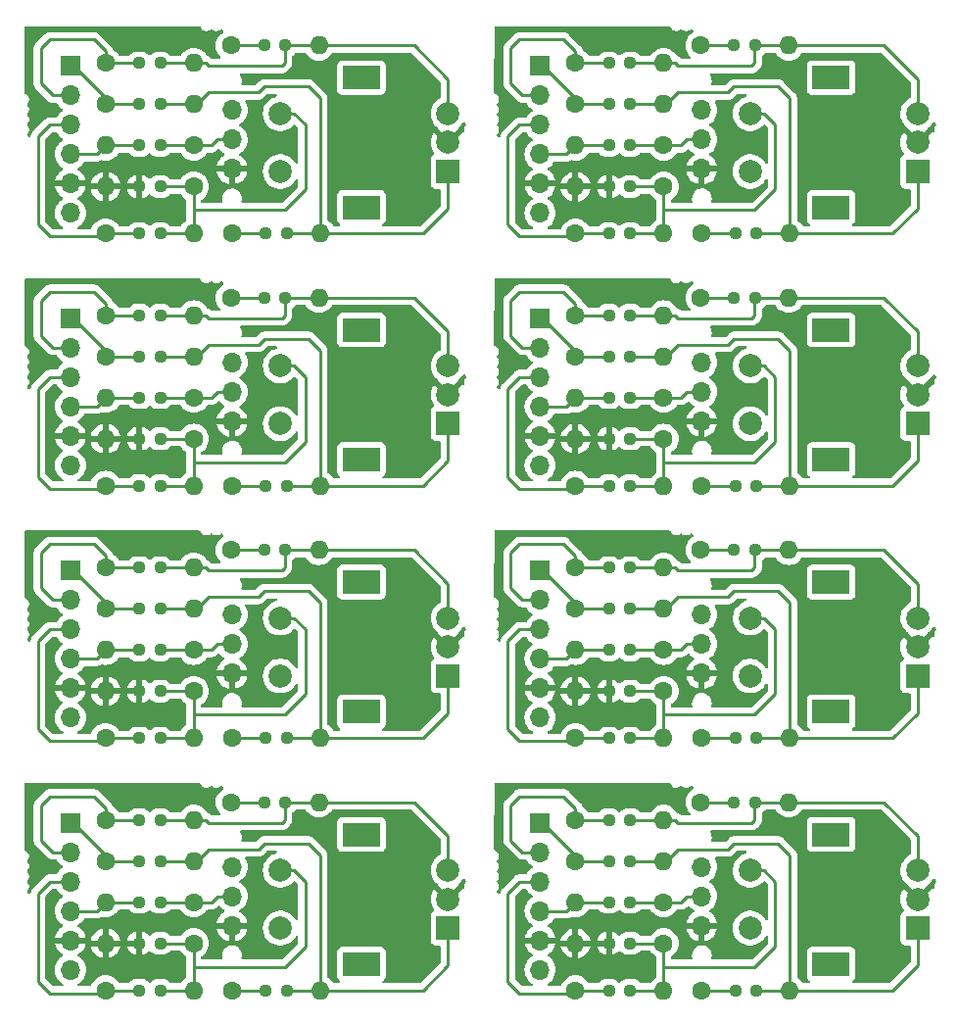
<source format=gbr>
%TF.GenerationSoftware,KiCad,Pcbnew,7.0.2*%
%TF.CreationDate,2023-05-26T21:55:47+09:00*%
%TF.ProjectId,kikit,6b696b69-742e-46b6-9963-61645f706362,rev?*%
%TF.SameCoordinates,Original*%
%TF.FileFunction,Copper,L1,Top*%
%TF.FilePolarity,Positive*%
%FSLAX46Y46*%
G04 Gerber Fmt 4.6, Leading zero omitted, Abs format (unit mm)*
G04 Created by KiCad (PCBNEW 7.0.2) date 2023-05-26 21:55:47*
%MOMM*%
%LPD*%
G01*
G04 APERTURE LIST*
G04 Aperture macros list*
%AMRoundRect*
0 Rectangle with rounded corners*
0 $1 Rounding radius*
0 $2 $3 $4 $5 $6 $7 $8 $9 X,Y pos of 4 corners*
0 Add a 4 corners polygon primitive as box body*
4,1,4,$2,$3,$4,$5,$6,$7,$8,$9,$2,$3,0*
0 Add four circle primitives for the rounded corners*
1,1,$1+$1,$2,$3*
1,1,$1+$1,$4,$5*
1,1,$1+$1,$6,$7*
1,1,$1+$1,$8,$9*
0 Add four rect primitives between the rounded corners*
20,1,$1+$1,$2,$3,$4,$5,0*
20,1,$1+$1,$4,$5,$6,$7,0*
20,1,$1+$1,$6,$7,$8,$9,0*
20,1,$1+$1,$8,$9,$2,$3,0*%
G04 Aperture macros list end*
%TA.AperFunction,ComponentPad*%
%ADD10C,1.600000*%
%TD*%
%TA.AperFunction,SMDPad,CuDef*%
%ADD11RoundRect,0.237500X-0.250000X-0.237500X0.250000X-0.237500X0.250000X0.237500X-0.250000X0.237500X0*%
%TD*%
%TA.AperFunction,ComponentPad*%
%ADD12O,1.600000X1.600000*%
%TD*%
%TA.AperFunction,SMDPad,CuDef*%
%ADD13RoundRect,0.237500X0.250000X0.237500X-0.250000X0.237500X-0.250000X-0.237500X0.250000X-0.237500X0*%
%TD*%
%TA.AperFunction,ComponentPad*%
%ADD14R,1.700000X1.700000*%
%TD*%
%TA.AperFunction,ComponentPad*%
%ADD15O,1.700000X1.700000*%
%TD*%
%TA.AperFunction,ComponentPad*%
%ADD16R,2.000000X2.000000*%
%TD*%
%TA.AperFunction,ComponentPad*%
%ADD17C,2.000000*%
%TD*%
%TA.AperFunction,ComponentPad*%
%ADD18R,3.200000X2.000000*%
%TD*%
%TA.AperFunction,ViaPad*%
%ADD19C,0.800000*%
%TD*%
%TA.AperFunction,Conductor*%
%ADD20C,0.250000*%
%TD*%
G04 APERTURE END LIST*
D10*
%TO.P,R7,1*%
%TO.N,Board_2-VCC*%
X126923109Y-66803704D03*
D11*
X129820609Y-66803704D03*
%TO.P,R7,2*%
%TO.N,Board_2-Net-(R3-Pad2)*%
X131645609Y-66803704D03*
D12*
X134543109Y-66803704D03*
%TD*%
D10*
%TO.P,R3,1*%
%TO.N,Board_5-Net-(J1-Pin_1)*%
X156612000Y-77422808D03*
D11*
X159509500Y-77422808D03*
%TO.P,R3,2*%
%TO.N,Board_5-Net-(R3-Pad2)*%
X161334500Y-77422808D03*
D12*
X164232000Y-77422808D03*
%TD*%
D10*
%TO.P,R1,1*%
%TO.N,Board_6-Net-(SW1-B)*%
X123621109Y-102773912D03*
D13*
X120723609Y-102773912D03*
%TO.P,R1,2*%
%TO.N,Board_6-Net-(J1-Pin_4)*%
X118898609Y-102773912D03*
D12*
X116001109Y-102773912D03*
%TD*%
D10*
%TO.P,R5,1*%
%TO.N,Board_2-VCC*%
X126819609Y-50547704D03*
D11*
X129717109Y-50547704D03*
%TO.P,R5,2*%
%TO.N,Board_2-Net-(R2-Pad2)*%
X131542109Y-50547704D03*
D12*
X134439609Y-50547704D03*
%TD*%
D10*
%TO.P,R2,1*%
%TO.N,Board_3-Net-(J1-Pin_2)*%
X156612000Y-52071704D03*
D11*
X159509500Y-52071704D03*
%TO.P,R2,2*%
%TO.N,Board_3-Net-(R2-Pad2)*%
X161334500Y-52071704D03*
D12*
X164232000Y-52071704D03*
%TD*%
D14*
%TO.P,J1,1,Pin_1*%
%TO.N,Board_1-Net-(J1-Pin_1)*%
X153564000Y-30530600D03*
D15*
%TO.P,J1,2,Pin_2*%
%TO.N,Board_1-Net-(J1-Pin_2)*%
X153564000Y-33070600D03*
%TO.P,J1,3,Pin_3*%
%TO.N,Board_1-Net-(J1-Pin_3)*%
X153564000Y-35610600D03*
%TO.P,J1,4,Pin_4*%
%TO.N,Board_1-Net-(J1-Pin_4)*%
X153564000Y-38150600D03*
%TO.P,J1,5,Pin_5*%
%TO.N,Board_1-GND*%
X153564000Y-40690600D03*
%TO.P,J1,6,Pin_6*%
%TO.N,Board_1-VCC*%
X153564000Y-43230600D03*
%TD*%
D14*
%TO.P,J1,1,Pin_1*%
%TO.N,Board_6-Net-(J1-Pin_1)*%
X112953109Y-95915912D03*
D15*
%TO.P,J1,2,Pin_2*%
%TO.N,Board_6-Net-(J1-Pin_2)*%
X112953109Y-98455912D03*
%TO.P,J1,3,Pin_3*%
%TO.N,Board_6-Net-(J1-Pin_3)*%
X112953109Y-100995912D03*
%TO.P,J1,4,Pin_4*%
%TO.N,Board_6-Net-(J1-Pin_4)*%
X112953109Y-103535912D03*
%TO.P,J1,5,Pin_5*%
%TO.N,Board_6-GND*%
X112953109Y-106075912D03*
%TO.P,J1,6,Pin_6*%
%TO.N,Board_6-VCC*%
X112953109Y-108615912D03*
%TD*%
D10*
%TO.P,R2,1*%
%TO.N,Board_4-Net-(J1-Pin_2)*%
X116001109Y-73866808D03*
D11*
X118898609Y-73866808D03*
%TO.P,R2,2*%
%TO.N,Board_4-Net-(R2-Pad2)*%
X120723609Y-73866808D03*
D12*
X123621109Y-73866808D03*
%TD*%
D10*
%TO.P,R7,1*%
%TO.N,Board_5-VCC*%
X167534000Y-88598808D03*
D11*
X170431500Y-88598808D03*
%TO.P,R7,2*%
%TO.N,Board_5-Net-(R3-Pad2)*%
X172256500Y-88598808D03*
D12*
X175154000Y-88598808D03*
%TD*%
D10*
%TO.P,R6,1*%
%TO.N,Board_2-Net-(R4-Pad2)*%
X123621109Y-62739704D03*
D13*
X120723609Y-62739704D03*
%TO.P,R6,2*%
%TO.N,Board_2-GND*%
X118898609Y-62739704D03*
D12*
X116001109Y-62739704D03*
%TD*%
D10*
%TO.P,R6,1*%
%TO.N,Board_4-Net-(R4-Pad2)*%
X123621109Y-84534808D03*
D13*
X120723609Y-84534808D03*
%TO.P,R6,2*%
%TO.N,Board_4-GND*%
X118898609Y-84534808D03*
D12*
X116001109Y-84534808D03*
%TD*%
D14*
%TO.P,J1,1,Pin_1*%
%TO.N,Board_0-Net-(J1-Pin_1)*%
X112953109Y-30530600D03*
D15*
%TO.P,J1,2,Pin_2*%
%TO.N,Board_0-Net-(J1-Pin_2)*%
X112953109Y-33070600D03*
%TO.P,J1,3,Pin_3*%
%TO.N,Board_0-Net-(J1-Pin_3)*%
X112953109Y-35610600D03*
%TO.P,J1,4,Pin_4*%
%TO.N,Board_0-Net-(J1-Pin_4)*%
X112953109Y-38150600D03*
%TO.P,J1,5,Pin_5*%
%TO.N,Board_0-GND*%
X112953109Y-40690600D03*
%TO.P,J1,6,Pin_6*%
%TO.N,Board_0-VCC*%
X112953109Y-43230600D03*
%TD*%
D10*
%TO.P,R6,1*%
%TO.N,Board_1-Net-(R4-Pad2)*%
X164232000Y-40944600D03*
D13*
X161334500Y-40944600D03*
%TO.P,R6,2*%
%TO.N,Board_1-GND*%
X159509500Y-40944600D03*
D12*
X156612000Y-40944600D03*
%TD*%
D14*
%TO.P,J1,1,Pin_1*%
%TO.N,Board_4-Net-(J1-Pin_1)*%
X112953109Y-74120808D03*
D15*
%TO.P,J1,2,Pin_2*%
%TO.N,Board_4-Net-(J1-Pin_2)*%
X112953109Y-76660808D03*
%TO.P,J1,3,Pin_3*%
%TO.N,Board_4-Net-(J1-Pin_3)*%
X112953109Y-79200808D03*
%TO.P,J1,4,Pin_4*%
%TO.N,Board_4-Net-(J1-Pin_4)*%
X112953109Y-81740808D03*
%TO.P,J1,5,Pin_5*%
%TO.N,Board_4-GND*%
X112953109Y-84280808D03*
%TO.P,J1,6,Pin_6*%
%TO.N,Board_4-VCC*%
X112953109Y-86820808D03*
%TD*%
D10*
%TO.P,R2,1*%
%TO.N,Board_7-Net-(J1-Pin_2)*%
X156612000Y-95661912D03*
D11*
X159509500Y-95661912D03*
%TO.P,R2,2*%
%TO.N,Board_7-Net-(R2-Pad2)*%
X161334500Y-95661912D03*
D12*
X164232000Y-95661912D03*
%TD*%
D10*
%TO.P,R2,1*%
%TO.N,Board_6-Net-(J1-Pin_2)*%
X116001109Y-95661912D03*
D11*
X118898609Y-95661912D03*
%TO.P,R2,2*%
%TO.N,Board_6-Net-(R2-Pad2)*%
X120723609Y-95661912D03*
D12*
X123621109Y-95661912D03*
%TD*%
D10*
%TO.P,R4,1*%
%TO.N,Board_3-Net-(J1-Pin_3)*%
X156612000Y-66803704D03*
D11*
X159509500Y-66803704D03*
%TO.P,R4,2*%
%TO.N,Board_3-Net-(R4-Pad2)*%
X161334500Y-66803704D03*
D12*
X164232000Y-66803704D03*
%TD*%
D10*
%TO.P,R1,1*%
%TO.N,Board_0-Net-(SW1-B)*%
X123621109Y-37388600D03*
D13*
X120723609Y-37388600D03*
%TO.P,R1,2*%
%TO.N,Board_0-Net-(J1-Pin_4)*%
X118898609Y-37388600D03*
D12*
X116001109Y-37388600D03*
%TD*%
D14*
%TO.P,J1,1,Pin_1*%
%TO.N,Board_5-Net-(J1-Pin_1)*%
X153564000Y-74120808D03*
D15*
%TO.P,J1,2,Pin_2*%
%TO.N,Board_5-Net-(J1-Pin_2)*%
X153564000Y-76660808D03*
%TO.P,J1,3,Pin_3*%
%TO.N,Board_5-Net-(J1-Pin_3)*%
X153564000Y-79200808D03*
%TO.P,J1,4,Pin_4*%
%TO.N,Board_5-Net-(J1-Pin_4)*%
X153564000Y-81740808D03*
%TO.P,J1,5,Pin_5*%
%TO.N,Board_5-GND*%
X153564000Y-84280808D03*
%TO.P,J1,6,Pin_6*%
%TO.N,Board_5-VCC*%
X153564000Y-86820808D03*
%TD*%
%TO.P,SW1,1,A*%
%TO.N,Board_4-VCC*%
X126923109Y-77930808D03*
%TO.P,SW1,2,B*%
%TO.N,Board_4-Net-(SW1-B)*%
X126923109Y-80470808D03*
%TO.P,SW1,3,C*%
%TO.N,Board_4-GND*%
X126923109Y-83010808D03*
%TD*%
D10*
%TO.P,R5,1*%
%TO.N,Board_1-VCC*%
X167430500Y-28752600D03*
D11*
X170328000Y-28752600D03*
%TO.P,R5,2*%
%TO.N,Board_1-Net-(R2-Pad2)*%
X172153000Y-28752600D03*
D12*
X175050500Y-28752600D03*
%TD*%
D16*
%TO.P,SW2,A,A*%
%TO.N,Board_1-Net-(R3-Pad2)*%
X186210000Y-39634600D03*
D17*
%TO.P,SW2,B,B*%
%TO.N,Board_1-Net-(R2-Pad2)*%
X186210000Y-34634600D03*
%TO.P,SW2,C,C*%
%TO.N,Board_1-GND*%
X186210000Y-37134600D03*
D18*
%TO.P,SW2,MP*%
%TO.N,N/C*%
X178710000Y-42734600D03*
X178710000Y-31534600D03*
D17*
%TO.P,SW2,S1,S1*%
%TO.N,Board_1-Net-(R4-Pad2)*%
X171710000Y-34634600D03*
%TO.P,SW2,S2,S2*%
%TO.N,Board_1-VCC*%
X171710000Y-39634600D03*
%TD*%
D16*
%TO.P,SW2,A,A*%
%TO.N,Board_7-Net-(R3-Pad2)*%
X186210000Y-105019912D03*
D17*
%TO.P,SW2,B,B*%
%TO.N,Board_7-Net-(R2-Pad2)*%
X186210000Y-100019912D03*
%TO.P,SW2,C,C*%
%TO.N,Board_7-GND*%
X186210000Y-102519912D03*
D18*
%TO.P,SW2,MP*%
%TO.N,N/C*%
X178710000Y-108119912D03*
X178710000Y-96919912D03*
D17*
%TO.P,SW2,S1,S1*%
%TO.N,Board_7-Net-(R4-Pad2)*%
X171710000Y-100019912D03*
%TO.P,SW2,S2,S2*%
%TO.N,Board_7-VCC*%
X171710000Y-105019912D03*
%TD*%
D10*
%TO.P,R3,1*%
%TO.N,Board_3-Net-(J1-Pin_1)*%
X156612000Y-55627704D03*
D11*
X159509500Y-55627704D03*
%TO.P,R3,2*%
%TO.N,Board_3-Net-(R3-Pad2)*%
X161334500Y-55627704D03*
D12*
X164232000Y-55627704D03*
%TD*%
D15*
%TO.P,SW1,1,A*%
%TO.N,Board_2-VCC*%
X126923109Y-56135704D03*
%TO.P,SW1,2,B*%
%TO.N,Board_2-Net-(SW1-B)*%
X126923109Y-58675704D03*
%TO.P,SW1,3,C*%
%TO.N,Board_2-GND*%
X126923109Y-61215704D03*
%TD*%
D10*
%TO.P,R5,1*%
%TO.N,Board_5-VCC*%
X167430500Y-72342808D03*
D11*
X170328000Y-72342808D03*
%TO.P,R5,2*%
%TO.N,Board_5-Net-(R2-Pad2)*%
X172153000Y-72342808D03*
D12*
X175050500Y-72342808D03*
%TD*%
D10*
%TO.P,R6,1*%
%TO.N,Board_6-Net-(R4-Pad2)*%
X123621109Y-106329912D03*
D13*
X120723609Y-106329912D03*
%TO.P,R6,2*%
%TO.N,Board_6-GND*%
X118898609Y-106329912D03*
D12*
X116001109Y-106329912D03*
%TD*%
D10*
%TO.P,R3,1*%
%TO.N,Board_4-Net-(J1-Pin_1)*%
X116001109Y-77422808D03*
D11*
X118898609Y-77422808D03*
%TO.P,R3,2*%
%TO.N,Board_4-Net-(R3-Pad2)*%
X120723609Y-77422808D03*
D12*
X123621109Y-77422808D03*
%TD*%
D10*
%TO.P,R5,1*%
%TO.N,Board_6-VCC*%
X126819609Y-94137912D03*
D11*
X129717109Y-94137912D03*
%TO.P,R5,2*%
%TO.N,Board_6-Net-(R2-Pad2)*%
X131542109Y-94137912D03*
D12*
X134439609Y-94137912D03*
%TD*%
D14*
%TO.P,J1,1,Pin_1*%
%TO.N,Board_3-Net-(J1-Pin_1)*%
X153564000Y-52325704D03*
D15*
%TO.P,J1,2,Pin_2*%
%TO.N,Board_3-Net-(J1-Pin_2)*%
X153564000Y-54865704D03*
%TO.P,J1,3,Pin_3*%
%TO.N,Board_3-Net-(J1-Pin_3)*%
X153564000Y-57405704D03*
%TO.P,J1,4,Pin_4*%
%TO.N,Board_3-Net-(J1-Pin_4)*%
X153564000Y-59945704D03*
%TO.P,J1,5,Pin_5*%
%TO.N,Board_3-GND*%
X153564000Y-62485704D03*
%TO.P,J1,6,Pin_6*%
%TO.N,Board_3-VCC*%
X153564000Y-65025704D03*
%TD*%
D10*
%TO.P,R4,1*%
%TO.N,Board_6-Net-(J1-Pin_3)*%
X116001109Y-110393912D03*
D11*
X118898609Y-110393912D03*
%TO.P,R4,2*%
%TO.N,Board_6-Net-(R4-Pad2)*%
X120723609Y-110393912D03*
D12*
X123621109Y-110393912D03*
%TD*%
D10*
%TO.P,R6,1*%
%TO.N,Board_7-Net-(R4-Pad2)*%
X164232000Y-106329912D03*
D13*
X161334500Y-106329912D03*
%TO.P,R6,2*%
%TO.N,Board_7-GND*%
X159509500Y-106329912D03*
D12*
X156612000Y-106329912D03*
%TD*%
D10*
%TO.P,R1,1*%
%TO.N,Board_2-Net-(SW1-B)*%
X123621109Y-59183704D03*
D13*
X120723609Y-59183704D03*
%TO.P,R1,2*%
%TO.N,Board_2-Net-(J1-Pin_4)*%
X118898609Y-59183704D03*
D12*
X116001109Y-59183704D03*
%TD*%
D10*
%TO.P,R7,1*%
%TO.N,Board_0-VCC*%
X126923109Y-45008600D03*
D11*
X129820609Y-45008600D03*
%TO.P,R7,2*%
%TO.N,Board_0-Net-(R3-Pad2)*%
X131645609Y-45008600D03*
D12*
X134543109Y-45008600D03*
%TD*%
D10*
%TO.P,R4,1*%
%TO.N,Board_2-Net-(J1-Pin_3)*%
X116001109Y-66803704D03*
D11*
X118898609Y-66803704D03*
%TO.P,R4,2*%
%TO.N,Board_2-Net-(R4-Pad2)*%
X120723609Y-66803704D03*
D12*
X123621109Y-66803704D03*
%TD*%
D10*
%TO.P,R3,1*%
%TO.N,Board_6-Net-(J1-Pin_1)*%
X116001109Y-99217912D03*
D11*
X118898609Y-99217912D03*
%TO.P,R3,2*%
%TO.N,Board_6-Net-(R3-Pad2)*%
X120723609Y-99217912D03*
D12*
X123621109Y-99217912D03*
%TD*%
D10*
%TO.P,R4,1*%
%TO.N,Board_7-Net-(J1-Pin_3)*%
X156612000Y-110393912D03*
D11*
X159509500Y-110393912D03*
%TO.P,R4,2*%
%TO.N,Board_7-Net-(R4-Pad2)*%
X161334500Y-110393912D03*
D12*
X164232000Y-110393912D03*
%TD*%
D10*
%TO.P,R1,1*%
%TO.N,Board_1-Net-(SW1-B)*%
X164232000Y-37388600D03*
D13*
X161334500Y-37388600D03*
%TO.P,R1,2*%
%TO.N,Board_1-Net-(J1-Pin_4)*%
X159509500Y-37388600D03*
D12*
X156612000Y-37388600D03*
%TD*%
D15*
%TO.P,SW1,1,A*%
%TO.N,Board_7-VCC*%
X167534000Y-99725912D03*
%TO.P,SW1,2,B*%
%TO.N,Board_7-Net-(SW1-B)*%
X167534000Y-102265912D03*
%TO.P,SW1,3,C*%
%TO.N,Board_7-GND*%
X167534000Y-104805912D03*
%TD*%
D10*
%TO.P,R3,1*%
%TO.N,Board_1-Net-(J1-Pin_1)*%
X156612000Y-33832600D03*
D11*
X159509500Y-33832600D03*
%TO.P,R3,2*%
%TO.N,Board_1-Net-(R3-Pad2)*%
X161334500Y-33832600D03*
D12*
X164232000Y-33832600D03*
%TD*%
D10*
%TO.P,R2,1*%
%TO.N,Board_1-Net-(J1-Pin_2)*%
X156612000Y-30276600D03*
D11*
X159509500Y-30276600D03*
%TO.P,R2,2*%
%TO.N,Board_1-Net-(R2-Pad2)*%
X161334500Y-30276600D03*
D12*
X164232000Y-30276600D03*
%TD*%
D10*
%TO.P,R5,1*%
%TO.N,Board_7-VCC*%
X167430500Y-94137912D03*
D11*
X170328000Y-94137912D03*
%TO.P,R5,2*%
%TO.N,Board_7-Net-(R2-Pad2)*%
X172153000Y-94137912D03*
D12*
X175050500Y-94137912D03*
%TD*%
D10*
%TO.P,R7,1*%
%TO.N,Board_4-VCC*%
X126923109Y-88598808D03*
D11*
X129820609Y-88598808D03*
%TO.P,R7,2*%
%TO.N,Board_4-Net-(R3-Pad2)*%
X131645609Y-88598808D03*
D12*
X134543109Y-88598808D03*
%TD*%
D10*
%TO.P,R6,1*%
%TO.N,Board_5-Net-(R4-Pad2)*%
X164232000Y-84534808D03*
D13*
X161334500Y-84534808D03*
%TO.P,R6,2*%
%TO.N,Board_5-GND*%
X159509500Y-84534808D03*
D12*
X156612000Y-84534808D03*
%TD*%
D16*
%TO.P,SW2,A,A*%
%TO.N,Board_4-Net-(R3-Pad2)*%
X145599109Y-83224808D03*
D17*
%TO.P,SW2,B,B*%
%TO.N,Board_4-Net-(R2-Pad2)*%
X145599109Y-78224808D03*
%TO.P,SW2,C,C*%
%TO.N,Board_4-GND*%
X145599109Y-80724808D03*
D18*
%TO.P,SW2,MP*%
%TO.N,N/C*%
X138099109Y-86324808D03*
X138099109Y-75124808D03*
D17*
%TO.P,SW2,S1,S1*%
%TO.N,Board_4-Net-(R4-Pad2)*%
X131099109Y-78224808D03*
%TO.P,SW2,S2,S2*%
%TO.N,Board_4-VCC*%
X131099109Y-83224808D03*
%TD*%
D10*
%TO.P,R3,1*%
%TO.N,Board_7-Net-(J1-Pin_1)*%
X156612000Y-99217912D03*
D11*
X159509500Y-99217912D03*
%TO.P,R3,2*%
%TO.N,Board_7-Net-(R3-Pad2)*%
X161334500Y-99217912D03*
D12*
X164232000Y-99217912D03*
%TD*%
D10*
%TO.P,R5,1*%
%TO.N,Board_3-VCC*%
X167430500Y-50547704D03*
D11*
X170328000Y-50547704D03*
%TO.P,R5,2*%
%TO.N,Board_3-Net-(R2-Pad2)*%
X172153000Y-50547704D03*
D12*
X175050500Y-50547704D03*
%TD*%
D15*
%TO.P,SW1,1,A*%
%TO.N,Board_0-VCC*%
X126923109Y-34340600D03*
%TO.P,SW1,2,B*%
%TO.N,Board_0-Net-(SW1-B)*%
X126923109Y-36880600D03*
%TO.P,SW1,3,C*%
%TO.N,Board_0-GND*%
X126923109Y-39420600D03*
%TD*%
D10*
%TO.P,R1,1*%
%TO.N,Board_7-Net-(SW1-B)*%
X164232000Y-102773912D03*
D13*
X161334500Y-102773912D03*
%TO.P,R1,2*%
%TO.N,Board_7-Net-(J1-Pin_4)*%
X159509500Y-102773912D03*
D12*
X156612000Y-102773912D03*
%TD*%
D16*
%TO.P,SW2,A,A*%
%TO.N,Board_5-Net-(R3-Pad2)*%
X186210000Y-83224808D03*
D17*
%TO.P,SW2,B,B*%
%TO.N,Board_5-Net-(R2-Pad2)*%
X186210000Y-78224808D03*
%TO.P,SW2,C,C*%
%TO.N,Board_5-GND*%
X186210000Y-80724808D03*
D18*
%TO.P,SW2,MP*%
%TO.N,N/C*%
X178710000Y-86324808D03*
X178710000Y-75124808D03*
D17*
%TO.P,SW2,S1,S1*%
%TO.N,Board_5-Net-(R4-Pad2)*%
X171710000Y-78224808D03*
%TO.P,SW2,S2,S2*%
%TO.N,Board_5-VCC*%
X171710000Y-83224808D03*
%TD*%
D15*
%TO.P,SW1,1,A*%
%TO.N,Board_5-VCC*%
X167534000Y-77930808D03*
%TO.P,SW1,2,B*%
%TO.N,Board_5-Net-(SW1-B)*%
X167534000Y-80470808D03*
%TO.P,SW1,3,C*%
%TO.N,Board_5-GND*%
X167534000Y-83010808D03*
%TD*%
D10*
%TO.P,R1,1*%
%TO.N,Board_3-Net-(SW1-B)*%
X164232000Y-59183704D03*
D13*
X161334500Y-59183704D03*
%TO.P,R1,2*%
%TO.N,Board_3-Net-(J1-Pin_4)*%
X159509500Y-59183704D03*
D12*
X156612000Y-59183704D03*
%TD*%
D10*
%TO.P,R1,1*%
%TO.N,Board_4-Net-(SW1-B)*%
X123621109Y-80978808D03*
D13*
X120723609Y-80978808D03*
%TO.P,R1,2*%
%TO.N,Board_4-Net-(J1-Pin_4)*%
X118898609Y-80978808D03*
D12*
X116001109Y-80978808D03*
%TD*%
D10*
%TO.P,R2,1*%
%TO.N,Board_2-Net-(J1-Pin_2)*%
X116001109Y-52071704D03*
D11*
X118898609Y-52071704D03*
%TO.P,R2,2*%
%TO.N,Board_2-Net-(R2-Pad2)*%
X120723609Y-52071704D03*
D12*
X123621109Y-52071704D03*
%TD*%
D16*
%TO.P,SW2,A,A*%
%TO.N,Board_2-Net-(R3-Pad2)*%
X145599109Y-61429704D03*
D17*
%TO.P,SW2,B,B*%
%TO.N,Board_2-Net-(R2-Pad2)*%
X145599109Y-56429704D03*
%TO.P,SW2,C,C*%
%TO.N,Board_2-GND*%
X145599109Y-58929704D03*
D18*
%TO.P,SW2,MP*%
%TO.N,N/C*%
X138099109Y-64529704D03*
X138099109Y-53329704D03*
D17*
%TO.P,SW2,S1,S1*%
%TO.N,Board_2-Net-(R4-Pad2)*%
X131099109Y-56429704D03*
%TO.P,SW2,S2,S2*%
%TO.N,Board_2-VCC*%
X131099109Y-61429704D03*
%TD*%
D10*
%TO.P,R2,1*%
%TO.N,Board_0-Net-(J1-Pin_2)*%
X116001109Y-30276600D03*
D11*
X118898609Y-30276600D03*
%TO.P,R2,2*%
%TO.N,Board_0-Net-(R2-Pad2)*%
X120723609Y-30276600D03*
D12*
X123621109Y-30276600D03*
%TD*%
D14*
%TO.P,J1,1,Pin_1*%
%TO.N,Board_2-Net-(J1-Pin_1)*%
X112953109Y-52325704D03*
D15*
%TO.P,J1,2,Pin_2*%
%TO.N,Board_2-Net-(J1-Pin_2)*%
X112953109Y-54865704D03*
%TO.P,J1,3,Pin_3*%
%TO.N,Board_2-Net-(J1-Pin_3)*%
X112953109Y-57405704D03*
%TO.P,J1,4,Pin_4*%
%TO.N,Board_2-Net-(J1-Pin_4)*%
X112953109Y-59945704D03*
%TO.P,J1,5,Pin_5*%
%TO.N,Board_2-GND*%
X112953109Y-62485704D03*
%TO.P,J1,6,Pin_6*%
%TO.N,Board_2-VCC*%
X112953109Y-65025704D03*
%TD*%
D10*
%TO.P,R3,1*%
%TO.N,Board_0-Net-(J1-Pin_1)*%
X116001109Y-33832600D03*
D11*
X118898609Y-33832600D03*
%TO.P,R3,2*%
%TO.N,Board_0-Net-(R3-Pad2)*%
X120723609Y-33832600D03*
D12*
X123621109Y-33832600D03*
%TD*%
D16*
%TO.P,SW2,A,A*%
%TO.N,Board_6-Net-(R3-Pad2)*%
X145599109Y-105019912D03*
D17*
%TO.P,SW2,B,B*%
%TO.N,Board_6-Net-(R2-Pad2)*%
X145599109Y-100019912D03*
%TO.P,SW2,C,C*%
%TO.N,Board_6-GND*%
X145599109Y-102519912D03*
D18*
%TO.P,SW2,MP*%
%TO.N,N/C*%
X138099109Y-108119912D03*
X138099109Y-96919912D03*
D17*
%TO.P,SW2,S1,S1*%
%TO.N,Board_6-Net-(R4-Pad2)*%
X131099109Y-100019912D03*
%TO.P,SW2,S2,S2*%
%TO.N,Board_6-VCC*%
X131099109Y-105019912D03*
%TD*%
D10*
%TO.P,R1,1*%
%TO.N,Board_5-Net-(SW1-B)*%
X164232000Y-80978808D03*
D13*
X161334500Y-80978808D03*
%TO.P,R1,2*%
%TO.N,Board_5-Net-(J1-Pin_4)*%
X159509500Y-80978808D03*
D12*
X156612000Y-80978808D03*
%TD*%
D10*
%TO.P,R7,1*%
%TO.N,Board_3-VCC*%
X167534000Y-66803704D03*
D11*
X170431500Y-66803704D03*
%TO.P,R7,2*%
%TO.N,Board_3-Net-(R3-Pad2)*%
X172256500Y-66803704D03*
D12*
X175154000Y-66803704D03*
%TD*%
D16*
%TO.P,SW2,A,A*%
%TO.N,Board_3-Net-(R3-Pad2)*%
X186210000Y-61429704D03*
D17*
%TO.P,SW2,B,B*%
%TO.N,Board_3-Net-(R2-Pad2)*%
X186210000Y-56429704D03*
%TO.P,SW2,C,C*%
%TO.N,Board_3-GND*%
X186210000Y-58929704D03*
D18*
%TO.P,SW2,MP*%
%TO.N,N/C*%
X178710000Y-64529704D03*
X178710000Y-53329704D03*
D17*
%TO.P,SW2,S1,S1*%
%TO.N,Board_3-Net-(R4-Pad2)*%
X171710000Y-56429704D03*
%TO.P,SW2,S2,S2*%
%TO.N,Board_3-VCC*%
X171710000Y-61429704D03*
%TD*%
D10*
%TO.P,R6,1*%
%TO.N,Board_0-Net-(R4-Pad2)*%
X123621109Y-40944600D03*
D13*
X120723609Y-40944600D03*
%TO.P,R6,2*%
%TO.N,Board_0-GND*%
X118898609Y-40944600D03*
D12*
X116001109Y-40944600D03*
%TD*%
D15*
%TO.P,SW1,1,A*%
%TO.N,Board_1-VCC*%
X167534000Y-34340600D03*
%TO.P,SW1,2,B*%
%TO.N,Board_1-Net-(SW1-B)*%
X167534000Y-36880600D03*
%TO.P,SW1,3,C*%
%TO.N,Board_1-GND*%
X167534000Y-39420600D03*
%TD*%
D10*
%TO.P,R7,1*%
%TO.N,Board_6-VCC*%
X126923109Y-110393912D03*
D11*
X129820609Y-110393912D03*
%TO.P,R7,2*%
%TO.N,Board_6-Net-(R3-Pad2)*%
X131645609Y-110393912D03*
D12*
X134543109Y-110393912D03*
%TD*%
D15*
%TO.P,SW1,1,A*%
%TO.N,Board_3-VCC*%
X167534000Y-56135704D03*
%TO.P,SW1,2,B*%
%TO.N,Board_3-Net-(SW1-B)*%
X167534000Y-58675704D03*
%TO.P,SW1,3,C*%
%TO.N,Board_3-GND*%
X167534000Y-61215704D03*
%TD*%
D10*
%TO.P,R4,1*%
%TO.N,Board_0-Net-(J1-Pin_3)*%
X116001109Y-45008600D03*
D11*
X118898609Y-45008600D03*
%TO.P,R4,2*%
%TO.N,Board_0-Net-(R4-Pad2)*%
X120723609Y-45008600D03*
D12*
X123621109Y-45008600D03*
%TD*%
D10*
%TO.P,R4,1*%
%TO.N,Board_5-Net-(J1-Pin_3)*%
X156612000Y-88598808D03*
D11*
X159509500Y-88598808D03*
%TO.P,R4,2*%
%TO.N,Board_5-Net-(R4-Pad2)*%
X161334500Y-88598808D03*
D12*
X164232000Y-88598808D03*
%TD*%
D10*
%TO.P,R7,1*%
%TO.N,Board_7-VCC*%
X167534000Y-110393912D03*
D11*
X170431500Y-110393912D03*
%TO.P,R7,2*%
%TO.N,Board_7-Net-(R3-Pad2)*%
X172256500Y-110393912D03*
D12*
X175154000Y-110393912D03*
%TD*%
D10*
%TO.P,R4,1*%
%TO.N,Board_1-Net-(J1-Pin_3)*%
X156612000Y-45008600D03*
D11*
X159509500Y-45008600D03*
%TO.P,R4,2*%
%TO.N,Board_1-Net-(R4-Pad2)*%
X161334500Y-45008600D03*
D12*
X164232000Y-45008600D03*
%TD*%
D10*
%TO.P,R7,1*%
%TO.N,Board_1-VCC*%
X167534000Y-45008600D03*
D11*
X170431500Y-45008600D03*
%TO.P,R7,2*%
%TO.N,Board_1-Net-(R3-Pad2)*%
X172256500Y-45008600D03*
D12*
X175154000Y-45008600D03*
%TD*%
D10*
%TO.P,R3,1*%
%TO.N,Board_2-Net-(J1-Pin_1)*%
X116001109Y-55627704D03*
D11*
X118898609Y-55627704D03*
%TO.P,R3,2*%
%TO.N,Board_2-Net-(R3-Pad2)*%
X120723609Y-55627704D03*
D12*
X123621109Y-55627704D03*
%TD*%
D10*
%TO.P,R6,1*%
%TO.N,Board_3-Net-(R4-Pad2)*%
X164232000Y-62739704D03*
D13*
X161334500Y-62739704D03*
%TO.P,R6,2*%
%TO.N,Board_3-GND*%
X159509500Y-62739704D03*
D12*
X156612000Y-62739704D03*
%TD*%
D10*
%TO.P,R5,1*%
%TO.N,Board_0-VCC*%
X126819609Y-28752600D03*
D11*
X129717109Y-28752600D03*
%TO.P,R5,2*%
%TO.N,Board_0-Net-(R2-Pad2)*%
X131542109Y-28752600D03*
D12*
X134439609Y-28752600D03*
%TD*%
D10*
%TO.P,R5,1*%
%TO.N,Board_4-VCC*%
X126819609Y-72342808D03*
D11*
X129717109Y-72342808D03*
%TO.P,R5,2*%
%TO.N,Board_4-Net-(R2-Pad2)*%
X131542109Y-72342808D03*
D12*
X134439609Y-72342808D03*
%TD*%
D16*
%TO.P,SW2,A,A*%
%TO.N,Board_0-Net-(R3-Pad2)*%
X145599109Y-39634600D03*
D17*
%TO.P,SW2,B,B*%
%TO.N,Board_0-Net-(R2-Pad2)*%
X145599109Y-34634600D03*
%TO.P,SW2,C,C*%
%TO.N,Board_0-GND*%
X145599109Y-37134600D03*
D18*
%TO.P,SW2,MP*%
%TO.N,N/C*%
X138099109Y-42734600D03*
X138099109Y-31534600D03*
D17*
%TO.P,SW2,S1,S1*%
%TO.N,Board_0-Net-(R4-Pad2)*%
X131099109Y-34634600D03*
%TO.P,SW2,S2,S2*%
%TO.N,Board_0-VCC*%
X131099109Y-39634600D03*
%TD*%
D15*
%TO.P,SW1,1,A*%
%TO.N,Board_6-VCC*%
X126923109Y-99725912D03*
%TO.P,SW1,2,B*%
%TO.N,Board_6-Net-(SW1-B)*%
X126923109Y-102265912D03*
%TO.P,SW1,3,C*%
%TO.N,Board_6-GND*%
X126923109Y-104805912D03*
%TD*%
D14*
%TO.P,J1,1,Pin_1*%
%TO.N,Board_7-Net-(J1-Pin_1)*%
X153564000Y-95915912D03*
D15*
%TO.P,J1,2,Pin_2*%
%TO.N,Board_7-Net-(J1-Pin_2)*%
X153564000Y-98455912D03*
%TO.P,J1,3,Pin_3*%
%TO.N,Board_7-Net-(J1-Pin_3)*%
X153564000Y-100995912D03*
%TO.P,J1,4,Pin_4*%
%TO.N,Board_7-Net-(J1-Pin_4)*%
X153564000Y-103535912D03*
%TO.P,J1,5,Pin_5*%
%TO.N,Board_7-GND*%
X153564000Y-106075912D03*
%TO.P,J1,6,Pin_6*%
%TO.N,Board_7-VCC*%
X153564000Y-108615912D03*
%TD*%
D10*
%TO.P,R2,1*%
%TO.N,Board_5-Net-(J1-Pin_2)*%
X156612000Y-73866808D03*
D11*
X159509500Y-73866808D03*
%TO.P,R2,2*%
%TO.N,Board_5-Net-(R2-Pad2)*%
X161334500Y-73866808D03*
D12*
X164232000Y-73866808D03*
%TD*%
D10*
%TO.P,R4,1*%
%TO.N,Board_4-Net-(J1-Pin_3)*%
X116001109Y-88598808D03*
D11*
X118898609Y-88598808D03*
%TO.P,R4,2*%
%TO.N,Board_4-Net-(R4-Pad2)*%
X120723609Y-88598808D03*
D12*
X123621109Y-88598808D03*
%TD*%
D19*
%TO.N,Board_7-GND*%
X160930000Y-93375912D03*
%TO.N,Board_6-GND*%
X120319109Y-93375912D03*
%TO.N,Board_5-GND*%
X160930000Y-71580808D03*
%TO.N,Board_4-GND*%
X120319109Y-71580808D03*
%TO.N,Board_3-GND*%
X160930000Y-49785704D03*
%TO.N,Board_2-GND*%
X120319109Y-49785704D03*
%TO.N,Board_1-GND*%
X160930000Y-27990600D03*
%TO.N,Board_0-GND*%
X120319109Y-27990600D03*
%TD*%
D20*
%TO.N,Board_7-VCC*%
X167534000Y-110393912D02*
X170431500Y-110393912D01*
X167430500Y-94137912D02*
X170328000Y-94137912D01*
%TO.N,Board_7-Net-(SW1-B)*%
X161588500Y-102773912D02*
X165756000Y-102773912D01*
X161334500Y-103027912D02*
X161588500Y-102773912D01*
X165756000Y-102773912D02*
X166264000Y-102265912D01*
X166264000Y-102265912D02*
X167534000Y-102265912D01*
%TO.N,Board_7-Net-(R4-Pad2)*%
X161588500Y-110393912D02*
X164232000Y-110393912D01*
X172106000Y-108361912D02*
X173884000Y-106583912D01*
X164232000Y-108361912D02*
X172106000Y-108361912D01*
X161334500Y-106583912D02*
X161588500Y-106329912D01*
X164232000Y-110393912D02*
X164232000Y-108361912D01*
X173884000Y-106583912D02*
X173884000Y-100995912D01*
X164232000Y-106329912D02*
X164232000Y-108361912D01*
X161588500Y-106329912D02*
X164232000Y-106329912D01*
X172908000Y-100019912D02*
X171710000Y-100019912D01*
X173884000Y-100995912D02*
X172908000Y-100019912D01*
%TO.N,Board_7-Net-(R3-Pad2)*%
X161334500Y-99471912D02*
X161588500Y-99217912D01*
X174138000Y-97693912D02*
X175154000Y-98709912D01*
X170328000Y-97693912D02*
X174138000Y-97693912D01*
X175154000Y-110393912D02*
X184044000Y-110393912D01*
X172256500Y-110393912D02*
X175154000Y-110393912D01*
X184044000Y-110393912D02*
X186210000Y-108227912D01*
X165502000Y-98201912D02*
X169820000Y-98201912D01*
X169820000Y-98201912D02*
X170328000Y-97693912D01*
X175154000Y-98709912D02*
X175154000Y-110393912D01*
X186210000Y-108227912D02*
X186210000Y-105019912D01*
X164486000Y-99217912D02*
X165502000Y-98201912D01*
X161588500Y-99217912D02*
X164486000Y-99217912D01*
%TO.N,Board_7-Net-(R2-Pad2)*%
X172153000Y-94137912D02*
X175050500Y-94137912D01*
X172106000Y-94184912D02*
X172153000Y-94137912D01*
X186210000Y-97065912D02*
X186210000Y-100019912D01*
X161588500Y-95661912D02*
X165248000Y-95661912D01*
X171852000Y-95915912D02*
X172106000Y-95661912D01*
X175050500Y-94137912D02*
X183282000Y-94137912D01*
X172106000Y-95661912D02*
X172106000Y-94184912D01*
X183282000Y-94137912D02*
X186210000Y-97065912D01*
X161334500Y-95915912D02*
X161588500Y-95661912D01*
X165248000Y-95661912D02*
X165502000Y-95915912D01*
X165502000Y-95915912D02*
X171852000Y-95915912D01*
%TO.N,Board_7-Net-(J1-Pin_4)*%
X155850000Y-103535912D02*
X156612000Y-102773912D01*
X159255500Y-102773912D02*
X159509500Y-103027912D01*
X153572000Y-103535912D02*
X155850000Y-103535912D01*
X156612000Y-102773912D02*
X159255500Y-102773912D01*
%TO.N,Board_7-Net-(J1-Pin_3)*%
X151786000Y-100995912D02*
X150770000Y-102011912D01*
X153572000Y-100995912D02*
X151786000Y-100995912D01*
X150770000Y-102011912D02*
X150770000Y-109631912D01*
X156358000Y-110393912D02*
X159509500Y-110393912D01*
X150770000Y-109631912D02*
X151786000Y-110647912D01*
X151786000Y-110647912D02*
X156104000Y-110647912D01*
X156104000Y-110647912D02*
X156358000Y-110393912D01*
%TO.N,Board_7-Net-(J1-Pin_2)*%
X151786000Y-93629912D02*
X155596000Y-93629912D01*
X156612000Y-94645912D02*
X156612000Y-95661912D01*
X151024000Y-94391912D02*
X151786000Y-93629912D01*
X152040000Y-98455912D02*
X151024000Y-97439912D01*
X153572000Y-98455912D02*
X152040000Y-98455912D01*
X159255500Y-95661912D02*
X159509500Y-95915912D01*
X151024000Y-97439912D02*
X151024000Y-94391912D01*
X155596000Y-93629912D02*
X156612000Y-94645912D01*
X156612000Y-95661912D02*
X159255500Y-95661912D01*
%TO.N,Board_7-Net-(J1-Pin_1)*%
X153572000Y-95915912D02*
X153818000Y-95915912D01*
X153818000Y-95915912D02*
X156612000Y-98709912D01*
X159255500Y-99217912D02*
X159509500Y-99471912D01*
X156612000Y-99217912D02*
X159255500Y-99217912D01*
X156612000Y-98709912D02*
X156612000Y-99217912D01*
%TO.N,Board_7-GND*%
X159255500Y-106329912D02*
X159509500Y-106583912D01*
X156866000Y-106329912D02*
X159255500Y-106329912D01*
X156612000Y-106583912D02*
X156866000Y-106329912D01*
%TO.N,Board_6-VCC*%
X126923109Y-110393912D02*
X129820609Y-110393912D01*
X126819609Y-94137912D02*
X129717109Y-94137912D01*
%TO.N,Board_6-Net-(SW1-B)*%
X120723609Y-103027912D02*
X120977609Y-102773912D01*
X125145109Y-102773912D02*
X125653109Y-102265912D01*
X120977609Y-102773912D02*
X125145109Y-102773912D01*
X125653109Y-102265912D02*
X126923109Y-102265912D01*
%TO.N,Board_6-Net-(R4-Pad2)*%
X132297109Y-100019912D02*
X131099109Y-100019912D01*
X120977609Y-110393912D02*
X123621109Y-110393912D01*
X120977609Y-106329912D02*
X123621109Y-106329912D01*
X123621109Y-106329912D02*
X123621109Y-108361912D01*
X133273109Y-100995912D02*
X132297109Y-100019912D01*
X133273109Y-106583912D02*
X133273109Y-100995912D01*
X120723609Y-106583912D02*
X120977609Y-106329912D01*
X123621109Y-110393912D02*
X123621109Y-108361912D01*
X131495109Y-108361912D02*
X133273109Y-106583912D01*
X123621109Y-108361912D02*
X131495109Y-108361912D01*
%TO.N,Board_6-Net-(R3-Pad2)*%
X120723609Y-99471912D02*
X120977609Y-99217912D01*
X134543109Y-98709912D02*
X134543109Y-110393912D01*
X129209109Y-98201912D02*
X129717109Y-97693912D01*
X123875109Y-99217912D02*
X124891109Y-98201912D01*
X143433109Y-110393912D02*
X145599109Y-108227912D01*
X134543109Y-110393912D02*
X143433109Y-110393912D01*
X145599109Y-108227912D02*
X145599109Y-105019912D01*
X133527109Y-97693912D02*
X134543109Y-98709912D01*
X120977609Y-99217912D02*
X123875109Y-99217912D01*
X124891109Y-98201912D02*
X129209109Y-98201912D01*
X129717109Y-97693912D02*
X133527109Y-97693912D01*
X131645609Y-110393912D02*
X134543109Y-110393912D01*
%TO.N,Board_6-Net-(R2-Pad2)*%
X142671109Y-94137912D02*
X145599109Y-97065912D01*
X124891109Y-95915912D02*
X131241109Y-95915912D01*
X124637109Y-95661912D02*
X124891109Y-95915912D01*
X134439609Y-94137912D02*
X142671109Y-94137912D01*
X120723609Y-95915912D02*
X120977609Y-95661912D01*
X120977609Y-95661912D02*
X124637109Y-95661912D01*
X131241109Y-95915912D02*
X131495109Y-95661912D01*
X131495109Y-94184912D02*
X131542109Y-94137912D01*
X131542109Y-94137912D02*
X134439609Y-94137912D01*
X145599109Y-97065912D02*
X145599109Y-100019912D01*
X131495109Y-95661912D02*
X131495109Y-94184912D01*
%TO.N,Board_6-Net-(J1-Pin_4)*%
X115239109Y-103535912D02*
X116001109Y-102773912D01*
X118644609Y-102773912D02*
X118898609Y-103027912D01*
X116001109Y-102773912D02*
X118644609Y-102773912D01*
X112961109Y-103535912D02*
X115239109Y-103535912D01*
%TO.N,Board_6-Net-(J1-Pin_3)*%
X115493109Y-110647912D02*
X115747109Y-110393912D01*
X110159109Y-109631912D02*
X111175109Y-110647912D01*
X112961109Y-100995912D02*
X111175109Y-100995912D01*
X111175109Y-100995912D02*
X110159109Y-102011912D01*
X115747109Y-110393912D02*
X118898609Y-110393912D01*
X111175109Y-110647912D02*
X115493109Y-110647912D01*
X110159109Y-102011912D02*
X110159109Y-109631912D01*
%TO.N,Board_6-Net-(J1-Pin_2)*%
X114985109Y-93629912D02*
X116001109Y-94645912D01*
X110413109Y-97439912D02*
X110413109Y-94391912D01*
X112961109Y-98455912D02*
X111429109Y-98455912D01*
X116001109Y-94645912D02*
X116001109Y-95661912D01*
X111429109Y-98455912D02*
X110413109Y-97439912D01*
X118644609Y-95661912D02*
X118898609Y-95915912D01*
X111175109Y-93629912D02*
X114985109Y-93629912D01*
X116001109Y-95661912D02*
X118644609Y-95661912D01*
X110413109Y-94391912D02*
X111175109Y-93629912D01*
%TO.N,Board_6-Net-(J1-Pin_1)*%
X116001109Y-99217912D02*
X118644609Y-99217912D01*
X113207109Y-95915912D02*
X116001109Y-98709912D01*
X116001109Y-98709912D02*
X116001109Y-99217912D01*
X112961109Y-95915912D02*
X113207109Y-95915912D01*
X118644609Y-99217912D02*
X118898609Y-99471912D01*
%TO.N,Board_6-GND*%
X116255109Y-106329912D02*
X118644609Y-106329912D01*
X116001109Y-106583912D02*
X116255109Y-106329912D01*
X118644609Y-106329912D02*
X118898609Y-106583912D01*
%TO.N,Board_5-VCC*%
X167534000Y-88598808D02*
X170431500Y-88598808D01*
X167430500Y-72342808D02*
X170328000Y-72342808D01*
%TO.N,Board_5-Net-(SW1-B)*%
X161588500Y-80978808D02*
X165756000Y-80978808D01*
X161334500Y-81232808D02*
X161588500Y-80978808D01*
X165756000Y-80978808D02*
X166264000Y-80470808D01*
X166264000Y-80470808D02*
X167534000Y-80470808D01*
%TO.N,Board_5-Net-(R4-Pad2)*%
X173884000Y-79200808D02*
X172908000Y-78224808D01*
X161588500Y-88598808D02*
X164232000Y-88598808D01*
X164232000Y-86566808D02*
X172106000Y-86566808D01*
X172908000Y-78224808D02*
X171710000Y-78224808D01*
X172106000Y-86566808D02*
X173884000Y-84788808D01*
X164232000Y-88598808D02*
X164232000Y-86566808D01*
X161334500Y-84788808D02*
X161588500Y-84534808D01*
X164232000Y-84534808D02*
X164232000Y-86566808D01*
X161588500Y-84534808D02*
X164232000Y-84534808D01*
X173884000Y-84788808D02*
X173884000Y-79200808D01*
%TO.N,Board_5-Net-(R3-Pad2)*%
X170328000Y-75898808D02*
X174138000Y-75898808D01*
X172256500Y-88598808D02*
X175154000Y-88598808D01*
X161588500Y-77422808D02*
X164486000Y-77422808D01*
X175154000Y-76914808D02*
X175154000Y-88598808D01*
X161334500Y-77676808D02*
X161588500Y-77422808D01*
X165502000Y-76406808D02*
X169820000Y-76406808D01*
X184044000Y-88598808D02*
X186210000Y-86432808D01*
X174138000Y-75898808D02*
X175154000Y-76914808D01*
X164486000Y-77422808D02*
X165502000Y-76406808D01*
X186210000Y-86432808D02*
X186210000Y-83224808D01*
X169820000Y-76406808D02*
X170328000Y-75898808D01*
X175154000Y-88598808D02*
X184044000Y-88598808D01*
%TO.N,Board_5-Net-(R2-Pad2)*%
X172153000Y-72342808D02*
X175050500Y-72342808D01*
X165502000Y-74120808D02*
X171852000Y-74120808D01*
X161588500Y-73866808D02*
X165248000Y-73866808D01*
X161334500Y-74120808D02*
X161588500Y-73866808D01*
X172106000Y-72389808D02*
X172153000Y-72342808D01*
X172106000Y-73866808D02*
X172106000Y-72389808D01*
X175050500Y-72342808D02*
X183282000Y-72342808D01*
X183282000Y-72342808D02*
X186210000Y-75270808D01*
X186210000Y-75270808D02*
X186210000Y-78224808D01*
X165248000Y-73866808D02*
X165502000Y-74120808D01*
X171852000Y-74120808D02*
X172106000Y-73866808D01*
%TO.N,Board_5-Net-(J1-Pin_4)*%
X159255500Y-80978808D02*
X159509500Y-81232808D01*
X155850000Y-81740808D02*
X156612000Y-80978808D01*
X153572000Y-81740808D02*
X155850000Y-81740808D01*
X156612000Y-80978808D02*
X159255500Y-80978808D01*
%TO.N,Board_5-Net-(J1-Pin_3)*%
X153572000Y-79200808D02*
X151786000Y-79200808D01*
X150770000Y-80216808D02*
X150770000Y-87836808D01*
X156358000Y-88598808D02*
X159509500Y-88598808D01*
X150770000Y-87836808D02*
X151786000Y-88852808D01*
X151786000Y-79200808D02*
X150770000Y-80216808D01*
X151786000Y-88852808D02*
X156104000Y-88852808D01*
X156104000Y-88852808D02*
X156358000Y-88598808D01*
%TO.N,Board_5-Net-(J1-Pin_2)*%
X152040000Y-76660808D02*
X151024000Y-75644808D01*
X153572000Y-76660808D02*
X152040000Y-76660808D01*
X159255500Y-73866808D02*
X159509500Y-74120808D01*
X156612000Y-73866808D02*
X159255500Y-73866808D01*
X155596000Y-71834808D02*
X156612000Y-72850808D01*
X151786000Y-71834808D02*
X155596000Y-71834808D01*
X156612000Y-72850808D02*
X156612000Y-73866808D01*
X151024000Y-72596808D02*
X151786000Y-71834808D01*
X151024000Y-75644808D02*
X151024000Y-72596808D01*
%TO.N,Board_5-Net-(J1-Pin_1)*%
X153572000Y-74120808D02*
X153818000Y-74120808D01*
X153818000Y-74120808D02*
X156612000Y-76914808D01*
X156612000Y-77422808D02*
X159255500Y-77422808D01*
X156612000Y-76914808D02*
X156612000Y-77422808D01*
X159255500Y-77422808D02*
X159509500Y-77676808D01*
%TO.N,Board_5-GND*%
X156612000Y-84788808D02*
X156866000Y-84534808D01*
X156866000Y-84534808D02*
X159255500Y-84534808D01*
X159255500Y-84534808D02*
X159509500Y-84788808D01*
%TO.N,Board_4-VCC*%
X126923109Y-88598808D02*
X129820609Y-88598808D01*
X126819609Y-72342808D02*
X129717109Y-72342808D01*
%TO.N,Board_4-Net-(SW1-B)*%
X125653109Y-80470808D02*
X126923109Y-80470808D01*
X120977609Y-80978808D02*
X125145109Y-80978808D01*
X125145109Y-80978808D02*
X125653109Y-80470808D01*
X120723609Y-81232808D02*
X120977609Y-80978808D01*
%TO.N,Board_4-Net-(R4-Pad2)*%
X120977609Y-88598808D02*
X123621109Y-88598808D01*
X132297109Y-78224808D02*
X131099109Y-78224808D01*
X131495109Y-86566808D02*
X133273109Y-84788808D01*
X120723609Y-84788808D02*
X120977609Y-84534808D01*
X133273109Y-79200808D02*
X132297109Y-78224808D01*
X120977609Y-84534808D02*
X123621109Y-84534808D01*
X123621109Y-86566808D02*
X131495109Y-86566808D01*
X123621109Y-84534808D02*
X123621109Y-86566808D01*
X133273109Y-84788808D02*
X133273109Y-79200808D01*
X123621109Y-88598808D02*
X123621109Y-86566808D01*
%TO.N,Board_4-Net-(R3-Pad2)*%
X143433109Y-88598808D02*
X145599109Y-86432808D01*
X120723609Y-77676808D02*
X120977609Y-77422808D01*
X120977609Y-77422808D02*
X123875109Y-77422808D01*
X131645609Y-88598808D02*
X134543109Y-88598808D01*
X133527109Y-75898808D02*
X134543109Y-76914808D01*
X129717109Y-75898808D02*
X133527109Y-75898808D01*
X129209109Y-76406808D02*
X129717109Y-75898808D01*
X134543109Y-76914808D02*
X134543109Y-88598808D01*
X123875109Y-77422808D02*
X124891109Y-76406808D01*
X124891109Y-76406808D02*
X129209109Y-76406808D01*
X145599109Y-86432808D02*
X145599109Y-83224808D01*
X134543109Y-88598808D02*
X143433109Y-88598808D01*
%TO.N,Board_4-Net-(R2-Pad2)*%
X131542109Y-72342808D02*
X134439609Y-72342808D01*
X124637109Y-73866808D02*
X124891109Y-74120808D01*
X120723609Y-74120808D02*
X120977609Y-73866808D01*
X120977609Y-73866808D02*
X124637109Y-73866808D01*
X131495109Y-72389808D02*
X131542109Y-72342808D01*
X131241109Y-74120808D02*
X131495109Y-73866808D01*
X142671109Y-72342808D02*
X145599109Y-75270808D01*
X124891109Y-74120808D02*
X131241109Y-74120808D01*
X145599109Y-75270808D02*
X145599109Y-78224808D01*
X134439609Y-72342808D02*
X142671109Y-72342808D01*
X131495109Y-73866808D02*
X131495109Y-72389808D01*
%TO.N,Board_4-Net-(J1-Pin_4)*%
X115239109Y-81740808D02*
X116001109Y-80978808D01*
X112961109Y-81740808D02*
X115239109Y-81740808D01*
X116001109Y-80978808D02*
X118644609Y-80978808D01*
X118644609Y-80978808D02*
X118898609Y-81232808D01*
%TO.N,Board_4-Net-(J1-Pin_3)*%
X115493109Y-88852808D02*
X115747109Y-88598808D01*
X110159109Y-87836808D02*
X111175109Y-88852808D01*
X110159109Y-80216808D02*
X110159109Y-87836808D01*
X115747109Y-88598808D02*
X118898609Y-88598808D01*
X111175109Y-88852808D02*
X115493109Y-88852808D01*
X111175109Y-79200808D02*
X110159109Y-80216808D01*
X112961109Y-79200808D02*
X111175109Y-79200808D01*
%TO.N,Board_4-Net-(J1-Pin_2)*%
X111429109Y-76660808D02*
X110413109Y-75644808D01*
X110413109Y-72596808D02*
X111175109Y-71834808D01*
X110413109Y-75644808D02*
X110413109Y-72596808D01*
X116001109Y-73866808D02*
X118644609Y-73866808D01*
X114985109Y-71834808D02*
X116001109Y-72850808D01*
X118644609Y-73866808D02*
X118898609Y-74120808D01*
X116001109Y-72850808D02*
X116001109Y-73866808D01*
X112961109Y-76660808D02*
X111429109Y-76660808D01*
X111175109Y-71834808D02*
X114985109Y-71834808D01*
%TO.N,Board_4-Net-(J1-Pin_1)*%
X116001109Y-76914808D02*
X116001109Y-77422808D01*
X113207109Y-74120808D02*
X116001109Y-76914808D01*
X112961109Y-74120808D02*
X113207109Y-74120808D01*
X118644609Y-77422808D02*
X118898609Y-77676808D01*
X116001109Y-77422808D02*
X118644609Y-77422808D01*
%TO.N,Board_4-GND*%
X116255109Y-84534808D02*
X118644609Y-84534808D01*
X116001109Y-84788808D02*
X116255109Y-84534808D01*
X118644609Y-84534808D02*
X118898609Y-84788808D01*
%TO.N,Board_3-VCC*%
X167534000Y-66803704D02*
X170431500Y-66803704D01*
X167430500Y-50547704D02*
X170328000Y-50547704D01*
%TO.N,Board_3-Net-(SW1-B)*%
X161334500Y-59437704D02*
X161588500Y-59183704D01*
X165756000Y-59183704D02*
X166264000Y-58675704D01*
X161588500Y-59183704D02*
X165756000Y-59183704D01*
X166264000Y-58675704D02*
X167534000Y-58675704D01*
%TO.N,Board_3-Net-(R4-Pad2)*%
X161334500Y-62993704D02*
X161588500Y-62739704D01*
X164232000Y-62739704D02*
X164232000Y-64771704D01*
X173884000Y-62993704D02*
X173884000Y-57405704D01*
X161588500Y-66803704D02*
X164232000Y-66803704D01*
X164232000Y-66803704D02*
X164232000Y-64771704D01*
X164232000Y-64771704D02*
X172106000Y-64771704D01*
X173884000Y-57405704D02*
X172908000Y-56429704D01*
X172106000Y-64771704D02*
X173884000Y-62993704D01*
X172908000Y-56429704D02*
X171710000Y-56429704D01*
X161588500Y-62739704D02*
X164232000Y-62739704D01*
%TO.N,Board_3-Net-(R3-Pad2)*%
X184044000Y-66803704D02*
X186210000Y-64637704D01*
X169820000Y-54611704D02*
X170328000Y-54103704D01*
X161588500Y-55627704D02*
X164486000Y-55627704D01*
X165502000Y-54611704D02*
X169820000Y-54611704D01*
X161334500Y-55881704D02*
X161588500Y-55627704D01*
X170328000Y-54103704D02*
X174138000Y-54103704D01*
X175154000Y-66803704D02*
X184044000Y-66803704D01*
X175154000Y-55119704D02*
X175154000Y-66803704D01*
X174138000Y-54103704D02*
X175154000Y-55119704D01*
X172256500Y-66803704D02*
X175154000Y-66803704D01*
X164486000Y-55627704D02*
X165502000Y-54611704D01*
X186210000Y-64637704D02*
X186210000Y-61429704D01*
%TO.N,Board_3-Net-(R2-Pad2)*%
X161334500Y-52325704D02*
X161588500Y-52071704D01*
X183282000Y-50547704D02*
X186210000Y-53475704D01*
X186210000Y-53475704D02*
X186210000Y-56429704D01*
X172153000Y-50547704D02*
X175050500Y-50547704D01*
X175050500Y-50547704D02*
X183282000Y-50547704D01*
X165248000Y-52071704D02*
X165502000Y-52325704D01*
X161588500Y-52071704D02*
X165248000Y-52071704D01*
X171852000Y-52325704D02*
X172106000Y-52071704D01*
X165502000Y-52325704D02*
X171852000Y-52325704D01*
X172106000Y-52071704D02*
X172106000Y-50594704D01*
X172106000Y-50594704D02*
X172153000Y-50547704D01*
%TO.N,Board_3-Net-(J1-Pin_4)*%
X153572000Y-59945704D02*
X155850000Y-59945704D01*
X156612000Y-59183704D02*
X159255500Y-59183704D01*
X155850000Y-59945704D02*
X156612000Y-59183704D01*
X159255500Y-59183704D02*
X159509500Y-59437704D01*
%TO.N,Board_3-Net-(J1-Pin_3)*%
X156358000Y-66803704D02*
X159509500Y-66803704D01*
X151786000Y-57405704D02*
X150770000Y-58421704D01*
X153572000Y-57405704D02*
X151786000Y-57405704D01*
X150770000Y-58421704D02*
X150770000Y-66041704D01*
X156104000Y-67057704D02*
X156358000Y-66803704D01*
X151786000Y-67057704D02*
X156104000Y-67057704D01*
X150770000Y-66041704D02*
X151786000Y-67057704D01*
%TO.N,Board_3-Net-(J1-Pin_2)*%
X156612000Y-51055704D02*
X156612000Y-52071704D01*
X156612000Y-52071704D02*
X159255500Y-52071704D01*
X151786000Y-50039704D02*
X155596000Y-50039704D01*
X152040000Y-54865704D02*
X151024000Y-53849704D01*
X153572000Y-54865704D02*
X152040000Y-54865704D01*
X151024000Y-53849704D02*
X151024000Y-50801704D01*
X151024000Y-50801704D02*
X151786000Y-50039704D01*
X155596000Y-50039704D02*
X156612000Y-51055704D01*
X159255500Y-52071704D02*
X159509500Y-52325704D01*
%TO.N,Board_3-Net-(J1-Pin_1)*%
X156612000Y-55627704D02*
X159255500Y-55627704D01*
X156612000Y-55119704D02*
X156612000Y-55627704D01*
X159255500Y-55627704D02*
X159509500Y-55881704D01*
X153572000Y-52325704D02*
X153818000Y-52325704D01*
X153818000Y-52325704D02*
X156612000Y-55119704D01*
%TO.N,Board_3-GND*%
X156866000Y-62739704D02*
X159255500Y-62739704D01*
X156612000Y-62993704D02*
X156866000Y-62739704D01*
X159255500Y-62739704D02*
X159509500Y-62993704D01*
%TO.N,Board_2-VCC*%
X126819609Y-50547704D02*
X129717109Y-50547704D01*
X126923109Y-66803704D02*
X129820609Y-66803704D01*
%TO.N,Board_2-Net-(SW1-B)*%
X120977609Y-59183704D02*
X125145109Y-59183704D01*
X125145109Y-59183704D02*
X125653109Y-58675704D01*
X120723609Y-59437704D02*
X120977609Y-59183704D01*
X125653109Y-58675704D02*
X126923109Y-58675704D01*
%TO.N,Board_2-Net-(R4-Pad2)*%
X120723609Y-62993704D02*
X120977609Y-62739704D01*
X120977609Y-66803704D02*
X123621109Y-66803704D01*
X123621109Y-62739704D02*
X123621109Y-64771704D01*
X131495109Y-64771704D02*
X133273109Y-62993704D01*
X132297109Y-56429704D02*
X131099109Y-56429704D01*
X120977609Y-62739704D02*
X123621109Y-62739704D01*
X133273109Y-57405704D02*
X132297109Y-56429704D01*
X133273109Y-62993704D02*
X133273109Y-57405704D01*
X123621109Y-66803704D02*
X123621109Y-64771704D01*
X123621109Y-64771704D02*
X131495109Y-64771704D01*
%TO.N,Board_2-Net-(R3-Pad2)*%
X120723609Y-55881704D02*
X120977609Y-55627704D01*
X134543109Y-66803704D02*
X143433109Y-66803704D01*
X133527109Y-54103704D02*
X134543109Y-55119704D01*
X145599109Y-64637704D02*
X145599109Y-61429704D01*
X134543109Y-55119704D02*
X134543109Y-66803704D01*
X143433109Y-66803704D02*
X145599109Y-64637704D01*
X120977609Y-55627704D02*
X123875109Y-55627704D01*
X124891109Y-54611704D02*
X129209109Y-54611704D01*
X129209109Y-54611704D02*
X129717109Y-54103704D01*
X131645609Y-66803704D02*
X134543109Y-66803704D01*
X129717109Y-54103704D02*
X133527109Y-54103704D01*
X123875109Y-55627704D02*
X124891109Y-54611704D01*
%TO.N,Board_2-Net-(R2-Pad2)*%
X134439609Y-50547704D02*
X142671109Y-50547704D01*
X120977609Y-52071704D02*
X124637109Y-52071704D01*
X131495109Y-52071704D02*
X131495109Y-50594704D01*
X120723609Y-52325704D02*
X120977609Y-52071704D01*
X142671109Y-50547704D02*
X145599109Y-53475704D01*
X131495109Y-50594704D02*
X131542109Y-50547704D01*
X124891109Y-52325704D02*
X131241109Y-52325704D01*
X131542109Y-50547704D02*
X134439609Y-50547704D01*
X145599109Y-53475704D02*
X145599109Y-56429704D01*
X131241109Y-52325704D02*
X131495109Y-52071704D01*
X124637109Y-52071704D02*
X124891109Y-52325704D01*
%TO.N,Board_2-Net-(J1-Pin_4)*%
X112961109Y-59945704D02*
X115239109Y-59945704D01*
X116001109Y-59183704D02*
X118644609Y-59183704D01*
X115239109Y-59945704D02*
X116001109Y-59183704D01*
X118644609Y-59183704D02*
X118898609Y-59437704D01*
%TO.N,Board_2-Net-(J1-Pin_3)*%
X110159109Y-58421704D02*
X110159109Y-66041704D01*
X112961109Y-57405704D02*
X111175109Y-57405704D01*
X115493109Y-67057704D02*
X115747109Y-66803704D01*
X111175109Y-57405704D02*
X110159109Y-58421704D01*
X111175109Y-67057704D02*
X115493109Y-67057704D01*
X110159109Y-66041704D02*
X111175109Y-67057704D01*
X115747109Y-66803704D02*
X118898609Y-66803704D01*
%TO.N,Board_2-Net-(J1-Pin_2)*%
X110413109Y-50801704D02*
X111175109Y-50039704D01*
X111175109Y-50039704D02*
X114985109Y-50039704D01*
X110413109Y-53849704D02*
X110413109Y-50801704D01*
X112961109Y-54865704D02*
X111429109Y-54865704D01*
X116001109Y-51055704D02*
X116001109Y-52071704D01*
X111429109Y-54865704D02*
X110413109Y-53849704D01*
X118644609Y-52071704D02*
X118898609Y-52325704D01*
X114985109Y-50039704D02*
X116001109Y-51055704D01*
X116001109Y-52071704D02*
X118644609Y-52071704D01*
%TO.N,Board_2-Net-(J1-Pin_1)*%
X116001109Y-55119704D02*
X116001109Y-55627704D01*
X112961109Y-52325704D02*
X113207109Y-52325704D01*
X116001109Y-55627704D02*
X118644609Y-55627704D01*
X113207109Y-52325704D02*
X116001109Y-55119704D01*
X118644609Y-55627704D02*
X118898609Y-55881704D01*
%TO.N,Board_2-GND*%
X116255109Y-62739704D02*
X118644609Y-62739704D01*
X118644609Y-62739704D02*
X118898609Y-62993704D01*
X116001109Y-62993704D02*
X116255109Y-62739704D01*
%TO.N,Board_1-VCC*%
X167534000Y-45008600D02*
X170431500Y-45008600D01*
X167430500Y-28752600D02*
X170328000Y-28752600D01*
%TO.N,Board_1-Net-(SW1-B)*%
X161588500Y-37388600D02*
X165756000Y-37388600D01*
X165756000Y-37388600D02*
X166264000Y-36880600D01*
X166264000Y-36880600D02*
X167534000Y-36880600D01*
X161334500Y-37642600D02*
X161588500Y-37388600D01*
%TO.N,Board_1-Net-(R4-Pad2)*%
X173884000Y-41198600D02*
X173884000Y-35610600D01*
X164232000Y-42976600D02*
X172106000Y-42976600D01*
X161334500Y-41198600D02*
X161588500Y-40944600D01*
X164232000Y-40944600D02*
X164232000Y-42976600D01*
X173884000Y-35610600D02*
X172908000Y-34634600D01*
X172908000Y-34634600D02*
X171710000Y-34634600D01*
X161588500Y-40944600D02*
X164232000Y-40944600D01*
X164232000Y-45008600D02*
X164232000Y-42976600D01*
X172106000Y-42976600D02*
X173884000Y-41198600D01*
X161588500Y-45008600D02*
X164232000Y-45008600D01*
%TO.N,Board_1-Net-(R3-Pad2)*%
X175154000Y-45008600D02*
X184044000Y-45008600D01*
X164486000Y-33832600D02*
X165502000Y-32816600D01*
X174138000Y-32308600D02*
X175154000Y-33324600D01*
X184044000Y-45008600D02*
X186210000Y-42842600D01*
X165502000Y-32816600D02*
X169820000Y-32816600D01*
X175154000Y-33324600D02*
X175154000Y-45008600D01*
X169820000Y-32816600D02*
X170328000Y-32308600D01*
X172256500Y-45008600D02*
X175154000Y-45008600D01*
X170328000Y-32308600D02*
X174138000Y-32308600D01*
X161334500Y-34086600D02*
X161588500Y-33832600D01*
X186210000Y-42842600D02*
X186210000Y-39634600D01*
X161588500Y-33832600D02*
X164486000Y-33832600D01*
%TO.N,Board_1-Net-(R2-Pad2)*%
X165502000Y-30530600D02*
X171852000Y-30530600D01*
X183282000Y-28752600D02*
X186210000Y-31680600D01*
X172106000Y-28799600D02*
X172153000Y-28752600D01*
X175050500Y-28752600D02*
X183282000Y-28752600D01*
X172106000Y-30276600D02*
X172106000Y-28799600D01*
X161588500Y-30276600D02*
X165248000Y-30276600D01*
X165248000Y-30276600D02*
X165502000Y-30530600D01*
X186210000Y-31680600D02*
X186210000Y-34634600D01*
X161334500Y-30530600D02*
X161588500Y-30276600D01*
X171852000Y-30530600D02*
X172106000Y-30276600D01*
X172153000Y-28752600D02*
X175050500Y-28752600D01*
%TO.N,Board_1-Net-(J1-Pin_4)*%
X155850000Y-38150600D02*
X156612000Y-37388600D01*
X156612000Y-37388600D02*
X159255500Y-37388600D01*
X159255500Y-37388600D02*
X159509500Y-37642600D01*
X153572000Y-38150600D02*
X155850000Y-38150600D01*
%TO.N,Board_1-Net-(J1-Pin_3)*%
X156104000Y-45262600D02*
X156358000Y-45008600D01*
X156358000Y-45008600D02*
X159509500Y-45008600D01*
X151786000Y-45262600D02*
X156104000Y-45262600D01*
X150770000Y-36626600D02*
X150770000Y-44246600D01*
X151786000Y-35610600D02*
X150770000Y-36626600D01*
X150770000Y-44246600D02*
X151786000Y-45262600D01*
X153572000Y-35610600D02*
X151786000Y-35610600D01*
%TO.N,Board_1-Net-(J1-Pin_2)*%
X156612000Y-29260600D02*
X156612000Y-30276600D01*
X159255500Y-30276600D02*
X159509500Y-30530600D01*
X151024000Y-32054600D02*
X151024000Y-29006600D01*
X151786000Y-28244600D02*
X155596000Y-28244600D01*
X153572000Y-33070600D02*
X152040000Y-33070600D01*
X152040000Y-33070600D02*
X151024000Y-32054600D01*
X151024000Y-29006600D02*
X151786000Y-28244600D01*
X156612000Y-30276600D02*
X159255500Y-30276600D01*
X155596000Y-28244600D02*
X156612000Y-29260600D01*
%TO.N,Board_1-Net-(J1-Pin_1)*%
X156612000Y-33832600D02*
X159255500Y-33832600D01*
X159255500Y-33832600D02*
X159509500Y-34086600D01*
X153818000Y-30530600D02*
X156612000Y-33324600D01*
X156612000Y-33324600D02*
X156612000Y-33832600D01*
X153572000Y-30530600D02*
X153818000Y-30530600D01*
%TO.N,Board_1-GND*%
X156866000Y-40944600D02*
X159255500Y-40944600D01*
X156612000Y-41198600D02*
X156866000Y-40944600D01*
X159255500Y-40944600D02*
X159509500Y-41198600D01*
%TO.N,Board_0-VCC*%
X126819609Y-28752600D02*
X129717109Y-28752600D01*
X126923109Y-45008600D02*
X129820609Y-45008600D01*
%TO.N,Board_0-Net-(SW1-B)*%
X120723609Y-37642600D02*
X120977609Y-37388600D01*
X125145109Y-37388600D02*
X125653109Y-36880600D01*
X120977609Y-37388600D02*
X125145109Y-37388600D01*
X125653109Y-36880600D02*
X126923109Y-36880600D01*
%TO.N,Board_0-Net-(R4-Pad2)*%
X120977609Y-45008600D02*
X123621109Y-45008600D01*
X120977609Y-40944600D02*
X123621109Y-40944600D01*
X123621109Y-45008600D02*
X123621109Y-42976600D01*
X131495109Y-42976600D02*
X133273109Y-41198600D01*
X120723609Y-41198600D02*
X120977609Y-40944600D01*
X123621109Y-42976600D02*
X131495109Y-42976600D01*
X133273109Y-41198600D02*
X133273109Y-35610600D01*
X123621109Y-40944600D02*
X123621109Y-42976600D01*
X133273109Y-35610600D02*
X132297109Y-34634600D01*
X132297109Y-34634600D02*
X131099109Y-34634600D01*
%TO.N,Board_0-Net-(R3-Pad2)*%
X124891109Y-32816600D02*
X129209109Y-32816600D01*
X129717109Y-32308600D02*
X133527109Y-32308600D01*
X120977609Y-33832600D02*
X123875109Y-33832600D01*
X134543109Y-45008600D02*
X143433109Y-45008600D01*
X131645609Y-45008600D02*
X134543109Y-45008600D01*
X133527109Y-32308600D02*
X134543109Y-33324600D01*
X123875109Y-33832600D02*
X124891109Y-32816600D01*
X129209109Y-32816600D02*
X129717109Y-32308600D01*
X143433109Y-45008600D02*
X145599109Y-42842600D01*
X134543109Y-33324600D02*
X134543109Y-45008600D01*
X145599109Y-42842600D02*
X145599109Y-39634600D01*
X120723609Y-34086600D02*
X120977609Y-33832600D01*
%TO.N,Board_0-Net-(R2-Pad2)*%
X120977609Y-30276600D02*
X124637109Y-30276600D01*
X142671109Y-28752600D02*
X145599109Y-31680600D01*
X131495109Y-28799600D02*
X131542109Y-28752600D01*
X131542109Y-28752600D02*
X134439609Y-28752600D01*
X131495109Y-30276600D02*
X131495109Y-28799600D01*
X134439609Y-28752600D02*
X142671109Y-28752600D01*
X145599109Y-31680600D02*
X145599109Y-34634600D01*
X120723609Y-30530600D02*
X120977609Y-30276600D01*
X131241109Y-30530600D02*
X131495109Y-30276600D01*
X124891109Y-30530600D02*
X131241109Y-30530600D01*
X124637109Y-30276600D02*
X124891109Y-30530600D01*
%TO.N,Board_0-Net-(J1-Pin_4)*%
X116001109Y-37388600D02*
X118644609Y-37388600D01*
X118644609Y-37388600D02*
X118898609Y-37642600D01*
X115239109Y-38150600D02*
X116001109Y-37388600D01*
X112961109Y-38150600D02*
X115239109Y-38150600D01*
%TO.N,Board_0-Net-(J1-Pin_3)*%
X115747109Y-45008600D02*
X118898609Y-45008600D01*
X110159109Y-36626600D02*
X110159109Y-44246600D01*
X111175109Y-35610600D02*
X110159109Y-36626600D01*
X110159109Y-44246600D02*
X111175109Y-45262600D01*
X112961109Y-35610600D02*
X111175109Y-35610600D01*
X111175109Y-45262600D02*
X115493109Y-45262600D01*
X115493109Y-45262600D02*
X115747109Y-45008600D01*
%TO.N,Board_0-Net-(J1-Pin_2)*%
X111175109Y-28244600D02*
X114985109Y-28244600D01*
X116001109Y-29260600D02*
X116001109Y-30276600D01*
X111429109Y-33070600D02*
X110413109Y-32054600D01*
X110413109Y-29006600D02*
X111175109Y-28244600D01*
X112961109Y-33070600D02*
X111429109Y-33070600D01*
X116001109Y-30276600D02*
X118644609Y-30276600D01*
X118644609Y-30276600D02*
X118898609Y-30530600D01*
X110413109Y-32054600D02*
X110413109Y-29006600D01*
X114985109Y-28244600D02*
X116001109Y-29260600D01*
%TO.N,Board_0-Net-(J1-Pin_1)*%
X116001109Y-33324600D02*
X116001109Y-33832600D01*
X113207109Y-30530600D02*
X116001109Y-33324600D01*
X112961109Y-30530600D02*
X113207109Y-30530600D01*
X118644609Y-33832600D02*
X118898609Y-34086600D01*
X116001109Y-33832600D02*
X118644609Y-33832600D01*
%TO.N,Board_0-GND*%
X118644609Y-40944600D02*
X118898609Y-41198600D01*
X116255109Y-40944600D02*
X118644609Y-40944600D01*
X116001109Y-41198600D02*
X116255109Y-40944600D01*
%TD*%
%TA.AperFunction,Conductor*%
%TO.N,Board_5-GND*%
G36*
X164712153Y-70662187D02*
G01*
X164779184Y-70681884D01*
X164824928Y-70734697D01*
X164831101Y-70751250D01*
X164845492Y-70800261D01*
X164923302Y-70921336D01*
X164923303Y-70921337D01*
X165032070Y-71015584D01*
X165162987Y-71075373D01*
X165269646Y-71090708D01*
X165341244Y-71090708D01*
X165447902Y-71075373D01*
X165487756Y-71057172D01*
X165578818Y-71015585D01*
X165661743Y-70943730D01*
X165725298Y-70914706D01*
X165794457Y-70924650D01*
X165824145Y-70943729D01*
X165907072Y-71015584D01*
X165907072Y-71015585D01*
X166037987Y-71075373D01*
X166144646Y-71090708D01*
X166216244Y-71090708D01*
X166322902Y-71075373D01*
X166346837Y-71064442D01*
X166453818Y-71015585D01*
X166536744Y-70943729D01*
X166600297Y-70914706D01*
X166669455Y-70924649D01*
X166699146Y-70943730D01*
X166782072Y-71015585D01*
X166782074Y-71015586D01*
X166785524Y-71018575D01*
X166823299Y-71077353D01*
X166823300Y-71147222D01*
X166785526Y-71206001D01*
X166775445Y-71213864D01*
X166591360Y-71342760D01*
X166430453Y-71503667D01*
X166299932Y-71690072D01*
X166203761Y-71896310D01*
X166144864Y-72116118D01*
X166125031Y-72342808D01*
X166144864Y-72569497D01*
X166203761Y-72789305D01*
X166299932Y-72995543D01*
X166430453Y-73181948D01*
X166532132Y-73283627D01*
X166565617Y-73344950D01*
X166560633Y-73414642D01*
X166518761Y-73470575D01*
X166453297Y-73494992D01*
X166444451Y-73495308D01*
X165815230Y-73495308D01*
X165748191Y-73475623D01*
X165730346Y-73461700D01*
X165684775Y-73418906D01*
X165681978Y-73416195D01*
X165665227Y-73399444D01*
X165662471Y-73396688D01*
X165659290Y-73394220D01*
X165650422Y-73386645D01*
X165618582Y-73356746D01*
X165601024Y-73347093D01*
X165584764Y-73336412D01*
X165568936Y-73324135D01*
X165528851Y-73306788D01*
X165518361Y-73301649D01*
X165480091Y-73280610D01*
X165460691Y-73275629D01*
X165442284Y-73269327D01*
X165415625Y-73257791D01*
X165363295Y-73215112D01*
X165232046Y-73027667D01*
X165071140Y-72866761D01*
X164884735Y-72736240D01*
X164678497Y-72640069D01*
X164458689Y-72581172D01*
X164232000Y-72561339D01*
X164005310Y-72581172D01*
X163785502Y-72640069D01*
X163579264Y-72736240D01*
X163392859Y-72866761D01*
X163231953Y-73027667D01*
X163119387Y-73188431D01*
X163064811Y-73232056D01*
X163017812Y-73241308D01*
X162281481Y-73241308D01*
X162214442Y-73221623D01*
X162175941Y-73182403D01*
X162175660Y-73181948D01*
X162167340Y-73168458D01*
X162167339Y-73168457D01*
X162167338Y-73168455D01*
X162045352Y-73046469D01*
X161898515Y-72955899D01*
X161734753Y-72901633D01*
X161636809Y-72891627D01*
X161636790Y-72891626D01*
X161633677Y-72891308D01*
X161630528Y-72891308D01*
X161038473Y-72891308D01*
X161038453Y-72891308D01*
X161035324Y-72891309D01*
X161032192Y-72891628D01*
X161032190Y-72891629D01*
X160934247Y-72901633D01*
X160770484Y-72955899D01*
X160623647Y-73046469D01*
X160509681Y-73160436D01*
X160448358Y-73193921D01*
X160378666Y-73188937D01*
X160334319Y-73160436D01*
X160220352Y-73046469D01*
X160073515Y-72955899D01*
X159909753Y-72901633D01*
X159811809Y-72891627D01*
X159811790Y-72891626D01*
X159808677Y-72891308D01*
X159805528Y-72891308D01*
X159213473Y-72891308D01*
X159213453Y-72891308D01*
X159210324Y-72891309D01*
X159207192Y-72891628D01*
X159207190Y-72891629D01*
X159109247Y-72901633D01*
X158945484Y-72955899D01*
X158798647Y-73046469D01*
X158676661Y-73168455D01*
X158670296Y-73178774D01*
X158668340Y-73181948D01*
X158668059Y-73182403D01*
X158616111Y-73229129D01*
X158562519Y-73241308D01*
X157826188Y-73241308D01*
X157759149Y-73221623D01*
X157724613Y-73188431D01*
X157612046Y-73027667D01*
X157451140Y-72866761D01*
X157260131Y-72733017D01*
X157216506Y-72678441D01*
X157216001Y-72677188D01*
X157206585Y-72653406D01*
X157202804Y-72642361D01*
X157190619Y-72600421D01*
X157190618Y-72600420D01*
X157190618Y-72600418D01*
X157180414Y-72583163D01*
X157171861Y-72565703D01*
X157164486Y-72547076D01*
X157138808Y-72511733D01*
X157132401Y-72501979D01*
X157129236Y-72496627D01*
X157110170Y-72464388D01*
X157096006Y-72450224D01*
X157083367Y-72435425D01*
X157071595Y-72419221D01*
X157037941Y-72391381D01*
X157029299Y-72383517D01*
X156096802Y-71451019D01*
X156083906Y-71434921D01*
X156032775Y-71386906D01*
X156029978Y-71384195D01*
X156013227Y-71367444D01*
X156010471Y-71364688D01*
X156007290Y-71362220D01*
X155998422Y-71354645D01*
X155966582Y-71324746D01*
X155949024Y-71315093D01*
X155932764Y-71304412D01*
X155916936Y-71292135D01*
X155876851Y-71274788D01*
X155866361Y-71269649D01*
X155828091Y-71248610D01*
X155808691Y-71243629D01*
X155790284Y-71237327D01*
X155771897Y-71229370D01*
X155728758Y-71222537D01*
X155717324Y-71220169D01*
X155675019Y-71209308D01*
X155654984Y-71209308D01*
X155635586Y-71207781D01*
X155624347Y-71206001D01*
X155615805Y-71204648D01*
X155615804Y-71204648D01*
X155590468Y-71207043D01*
X155572325Y-71208758D01*
X155560656Y-71209308D01*
X151868744Y-71209308D01*
X151848236Y-71207043D01*
X151778113Y-71209247D01*
X151774219Y-71209308D01*
X151746650Y-71209308D01*
X151742794Y-71209794D01*
X151742791Y-71209795D01*
X151742735Y-71209802D01*
X151742662Y-71209811D01*
X151731043Y-71210725D01*
X151687372Y-71212097D01*
X151668128Y-71217688D01*
X151649084Y-71221632D01*
X151629208Y-71224143D01*
X151588600Y-71240221D01*
X151577554Y-71244002D01*
X151553917Y-71250871D01*
X151535607Y-71256191D01*
X151518365Y-71266387D01*
X151500904Y-71274941D01*
X151482267Y-71282320D01*
X151446931Y-71307993D01*
X151437174Y-71314403D01*
X151399580Y-71336637D01*
X151385413Y-71350804D01*
X151370624Y-71363434D01*
X151354413Y-71375212D01*
X151326572Y-71408866D01*
X151318711Y-71417505D01*
X150640208Y-72096007D01*
X150624110Y-72108904D01*
X150576096Y-72160033D01*
X150573392Y-72162824D01*
X150556628Y-72179588D01*
X150556621Y-72179595D01*
X150553880Y-72182337D01*
X150551499Y-72185405D01*
X150551490Y-72185416D01*
X150551411Y-72185519D01*
X150543842Y-72194380D01*
X150513935Y-72226228D01*
X150504285Y-72243782D01*
X150493609Y-72260036D01*
X150481326Y-72275871D01*
X150463975Y-72315966D01*
X150458838Y-72326452D01*
X150437802Y-72364715D01*
X150432821Y-72384117D01*
X150426520Y-72402519D01*
X150418561Y-72420910D01*
X150411728Y-72464050D01*
X150409360Y-72475482D01*
X150398500Y-72517785D01*
X150398500Y-72537824D01*
X150396973Y-72557222D01*
X150393840Y-72577002D01*
X150397950Y-72620481D01*
X150398500Y-72632151D01*
X150398500Y-75562064D01*
X150396235Y-75582574D01*
X150398439Y-75652680D01*
X150398500Y-75656575D01*
X150398500Y-75684158D01*
X150398988Y-75688027D01*
X150398989Y-75688033D01*
X150399004Y-75688151D01*
X150399918Y-75699775D01*
X150401290Y-75743434D01*
X150406879Y-75762668D01*
X150410825Y-75781724D01*
X150413335Y-75801600D01*
X150429414Y-75842212D01*
X150433197Y-75853259D01*
X150445382Y-75895199D01*
X150455580Y-75912443D01*
X150464136Y-75929908D01*
X150471514Y-75948540D01*
X150471515Y-75948541D01*
X150497180Y-75983867D01*
X150503593Y-75993630D01*
X150525826Y-76031224D01*
X150525829Y-76031227D01*
X150525830Y-76031228D01*
X150539995Y-76045393D01*
X150552627Y-76060183D01*
X150564406Y-76076395D01*
X150598058Y-76104234D01*
X150606699Y-76112097D01*
X151539196Y-77044595D01*
X151552096Y-77060696D01*
X151603223Y-77108708D01*
X151606020Y-77111419D01*
X151625529Y-77130928D01*
X151628709Y-77133395D01*
X151637571Y-77140963D01*
X151669418Y-77170870D01*
X151675030Y-77173955D01*
X151686972Y-77180520D01*
X151703236Y-77191204D01*
X151711757Y-77197813D01*
X151719064Y-77203481D01*
X151743909Y-77214232D01*
X151759152Y-77220829D01*
X151769631Y-77225962D01*
X151807908Y-77247005D01*
X151827306Y-77251985D01*
X151845708Y-77258285D01*
X151864104Y-77266246D01*
X151907261Y-77273081D01*
X151918664Y-77275442D01*
X151960981Y-77286308D01*
X151981016Y-77286308D01*
X152000413Y-77287834D01*
X152020196Y-77290968D01*
X152063674Y-77286858D01*
X152075344Y-77286308D01*
X152288773Y-77286308D01*
X152355812Y-77305993D01*
X152390345Y-77339181D01*
X152525505Y-77532209D01*
X152692599Y-77699303D01*
X152878160Y-77829234D01*
X152921783Y-77883810D01*
X152928976Y-77953309D01*
X152897454Y-78015663D01*
X152878158Y-78032383D01*
X152827303Y-78067993D01*
X152692595Y-78162316D01*
X152525505Y-78329406D01*
X152390349Y-78522431D01*
X152335772Y-78566056D01*
X152288774Y-78575308D01*
X151868744Y-78575308D01*
X151848237Y-78573043D01*
X151778127Y-78575247D01*
X151774232Y-78575308D01*
X151746650Y-78575308D01*
X151742805Y-78575793D01*
X151742780Y-78575795D01*
X151742653Y-78575812D01*
X151731033Y-78576726D01*
X151687369Y-78578098D01*
X151668129Y-78583688D01*
X151649081Y-78587633D01*
X151629209Y-78590143D01*
X151588599Y-78606221D01*
X151577554Y-78610002D01*
X151535610Y-78622189D01*
X151518365Y-78632387D01*
X151500904Y-78640941D01*
X151482267Y-78648320D01*
X151446931Y-78673993D01*
X151437174Y-78680403D01*
X151399580Y-78702637D01*
X151385413Y-78716804D01*
X151370624Y-78729434D01*
X151354413Y-78741212D01*
X151326572Y-78774866D01*
X151318711Y-78783505D01*
X150386208Y-79716007D01*
X150370110Y-79728904D01*
X150322096Y-79780033D01*
X150319392Y-79782824D01*
X150302628Y-79799588D01*
X150302621Y-79799595D01*
X150299880Y-79802337D01*
X150297499Y-79805405D01*
X150297490Y-79805416D01*
X150297411Y-79805519D01*
X150289842Y-79814380D01*
X150259935Y-79846228D01*
X150250285Y-79863782D01*
X150239609Y-79880036D01*
X150227326Y-79895871D01*
X150209975Y-79935966D01*
X150204838Y-79946452D01*
X150183802Y-79984715D01*
X150178821Y-80004117D01*
X150172520Y-80022519D01*
X150164561Y-80040910D01*
X150157728Y-80084050D01*
X150155360Y-80095482D01*
X150144500Y-80137785D01*
X150144500Y-80142562D01*
X150124815Y-80209601D01*
X150072011Y-80255356D01*
X150002853Y-80265300D01*
X149939297Y-80236275D01*
X149916184Y-80209601D01*
X149889179Y-80167581D01*
X149882143Y-80156632D01*
X149867535Y-80143974D01*
X149829760Y-80085197D01*
X149829758Y-80015327D01*
X149867532Y-79956549D01*
X149867535Y-79956546D01*
X149870224Y-79954215D01*
X149882143Y-79943888D01*
X149959953Y-79822813D01*
X150000500Y-79684721D01*
X150000500Y-79540799D01*
X149959953Y-79402707D01*
X149882143Y-79281632D01*
X149867534Y-79268973D01*
X149829760Y-79210197D01*
X149829758Y-79140327D01*
X149867532Y-79081549D01*
X149867535Y-79081546D01*
X149876736Y-79073573D01*
X149882143Y-79068888D01*
X149959953Y-78947813D01*
X150000500Y-78809721D01*
X150000500Y-78665799D01*
X149959953Y-78527707D01*
X149882143Y-78406632D01*
X149872537Y-78398308D01*
X149867535Y-78393974D01*
X149829760Y-78335197D01*
X149829758Y-78265327D01*
X149867532Y-78206549D01*
X149867535Y-78206546D01*
X149870224Y-78204215D01*
X149882143Y-78193888D01*
X149959953Y-78072813D01*
X150000500Y-77934721D01*
X150000500Y-77790799D01*
X149959953Y-77652707D01*
X149882143Y-77531632D01*
X149867535Y-77518974D01*
X149829760Y-77460197D01*
X149829758Y-77390327D01*
X149867532Y-77331549D01*
X149867535Y-77331546D01*
X149872828Y-77326959D01*
X149882143Y-77318888D01*
X149959953Y-77197813D01*
X150000500Y-77059721D01*
X150000500Y-76915799D01*
X149959953Y-76777707D01*
X149882143Y-76656632D01*
X149882141Y-76656630D01*
X149773374Y-76562383D01*
X149660853Y-76510996D01*
X149608049Y-76465241D01*
X149588365Y-76398201D01*
X149588365Y-76398071D01*
X149588541Y-76232292D01*
X149594297Y-70783128D01*
X149614052Y-70716110D01*
X149666905Y-70670411D01*
X149718320Y-70659260D01*
X164712153Y-70662187D01*
G37*
%TD.AperFunction*%
%TA.AperFunction,Conductor*%
G36*
X173903351Y-72987993D02*
G01*
X173937887Y-73021185D01*
X174050453Y-73181948D01*
X174211359Y-73342854D01*
X174397764Y-73473375D01*
X174397765Y-73473375D01*
X174397766Y-73473376D01*
X174604004Y-73569547D01*
X174823808Y-73628443D01*
X175050500Y-73648276D01*
X175277192Y-73628443D01*
X175496996Y-73569547D01*
X175703234Y-73473376D01*
X175889639Y-73342855D01*
X176050547Y-73181947D01*
X176163112Y-73021185D01*
X176217689Y-72977560D01*
X176264688Y-72968308D01*
X182971548Y-72968308D01*
X183038587Y-72987993D01*
X183059229Y-73004627D01*
X185548181Y-75493579D01*
X185581666Y-75554902D01*
X185584500Y-75581260D01*
X185584500Y-76783288D01*
X185564815Y-76850327D01*
X185519518Y-76892342D01*
X185386490Y-76964334D01*
X185190259Y-77117067D01*
X185190256Y-77117069D01*
X185190256Y-77117070D01*
X185021836Y-77300023D01*
X185001241Y-77331546D01*
X184885825Y-77508203D01*
X184802002Y-77699302D01*
X184785937Y-77735927D01*
X184752161Y-77869304D01*
X184724891Y-77976991D01*
X184704356Y-78224807D01*
X184724891Y-78472624D01*
X184724891Y-78472627D01*
X184724892Y-78472629D01*
X184785937Y-78713689D01*
X184815644Y-78781413D01*
X184885825Y-78941412D01*
X184885827Y-78941415D01*
X185021836Y-79149593D01*
X185157325Y-79296773D01*
X185190259Y-79332549D01*
X185291374Y-79411250D01*
X185332187Y-79467960D01*
X185336300Y-79497556D01*
X186077466Y-80238721D01*
X186067685Y-80240128D01*
X185936900Y-80299856D01*
X185828239Y-80394010D01*
X185750507Y-80514964D01*
X185726923Y-80595283D01*
X184986564Y-79854924D01*
X184886266Y-80008442D01*
X184786413Y-80236086D01*
X184725386Y-80477075D01*
X184704858Y-80724807D01*
X184725386Y-80972540D01*
X184786413Y-81213529D01*
X184886268Y-81441178D01*
X184998484Y-81612936D01*
X185018672Y-81679826D01*
X184999493Y-81747011D01*
X184968987Y-81780025D01*
X184852454Y-81867261D01*
X184766204Y-81982476D01*
X184718874Y-82109376D01*
X184715909Y-82117325D01*
X184709500Y-82176935D01*
X184709500Y-82180256D01*
X184709500Y-82180257D01*
X184709500Y-84269368D01*
X184709500Y-84269386D01*
X184709501Y-84272680D01*
X184709853Y-84275960D01*
X184709854Y-84275967D01*
X184715909Y-84332292D01*
X184719322Y-84341442D01*
X184766204Y-84467139D01*
X184852454Y-84582354D01*
X184967669Y-84668604D01*
X185102517Y-84718899D01*
X185162127Y-84725308D01*
X185460499Y-84725307D01*
X185527538Y-84744991D01*
X185573293Y-84797795D01*
X185584499Y-84849307D01*
X185584499Y-86122355D01*
X185564814Y-86189394D01*
X185548180Y-86210036D01*
X183821228Y-87936989D01*
X183759905Y-87970474D01*
X183733547Y-87973308D01*
X180651438Y-87973308D01*
X180584399Y-87953623D01*
X180538644Y-87900819D01*
X180528700Y-87831661D01*
X180557725Y-87768105D01*
X180577123Y-87750044D01*
X180667546Y-87682354D01*
X180753796Y-87567139D01*
X180804091Y-87432291D01*
X180810500Y-87372681D01*
X180810499Y-85276936D01*
X180804091Y-85217325D01*
X180753796Y-85082477D01*
X180667546Y-84967262D01*
X180552331Y-84881012D01*
X180417483Y-84830717D01*
X180357873Y-84824308D01*
X180354550Y-84824308D01*
X177065439Y-84824308D01*
X177065420Y-84824308D01*
X177062128Y-84824309D01*
X177058848Y-84824661D01*
X177058840Y-84824662D01*
X177002515Y-84830717D01*
X176867669Y-84881012D01*
X176752454Y-84967262D01*
X176666204Y-85082476D01*
X176615909Y-85217324D01*
X176615175Y-85224156D01*
X176609500Y-85276935D01*
X176609500Y-85280256D01*
X176609500Y-85280257D01*
X176609500Y-87369368D01*
X176609500Y-87369386D01*
X176609501Y-87372680D01*
X176609853Y-87375960D01*
X176609854Y-87375967D01*
X176612170Y-87397511D01*
X176615909Y-87432291D01*
X176666204Y-87567139D01*
X176752454Y-87682354D01*
X176842874Y-87750042D01*
X176884744Y-87805975D01*
X176889728Y-87875666D01*
X176856243Y-87936989D01*
X176794920Y-87970474D01*
X176768562Y-87973308D01*
X176368188Y-87973308D01*
X176301149Y-87953623D01*
X176266613Y-87920431D01*
X176154046Y-87759667D01*
X175993140Y-87598761D01*
X175832377Y-87486195D01*
X175788752Y-87431619D01*
X175779500Y-87384620D01*
X175779500Y-76997551D01*
X175781764Y-76977047D01*
X175781206Y-76959294D01*
X175779561Y-76906919D01*
X175779500Y-76903025D01*
X175779500Y-76879348D01*
X175779500Y-76875458D01*
X175778998Y-76871485D01*
X175778080Y-76859826D01*
X175777885Y-76853607D01*
X175776709Y-76816181D01*
X175771120Y-76796948D01*
X175767174Y-76777890D01*
X175764664Y-76758014D01*
X175748588Y-76717412D01*
X175744804Y-76706361D01*
X175738881Y-76685976D01*
X175732618Y-76664418D01*
X175722414Y-76647163D01*
X175713861Y-76629703D01*
X175712121Y-76625308D01*
X175706486Y-76611076D01*
X175680808Y-76575733D01*
X175674401Y-76565979D01*
X175663286Y-76547185D01*
X175652170Y-76528388D01*
X175638006Y-76514224D01*
X175625367Y-76499425D01*
X175613595Y-76483221D01*
X175579941Y-76455381D01*
X175571299Y-76447517D01*
X175293168Y-76169386D01*
X176609500Y-76169386D01*
X176609501Y-76172680D01*
X176609853Y-76175960D01*
X176609854Y-76175967D01*
X176615909Y-76232292D01*
X176641056Y-76299714D01*
X176666204Y-76367139D01*
X176752454Y-76482354D01*
X176867669Y-76568604D01*
X177002517Y-76618899D01*
X177062127Y-76625308D01*
X180357872Y-76625307D01*
X180417483Y-76618899D01*
X180552331Y-76568604D01*
X180667546Y-76482354D01*
X180753796Y-76367139D01*
X180804091Y-76232291D01*
X180810500Y-76172681D01*
X180810499Y-74076936D01*
X180804091Y-74017325D01*
X180753796Y-73882477D01*
X180667546Y-73767262D01*
X180552331Y-73681012D01*
X180417483Y-73630717D01*
X180357873Y-73624308D01*
X180354550Y-73624308D01*
X177065439Y-73624308D01*
X177065420Y-73624308D01*
X177062128Y-73624309D01*
X177058848Y-73624661D01*
X177058840Y-73624662D01*
X177002515Y-73630717D01*
X176867669Y-73681012D01*
X176752454Y-73767262D01*
X176666204Y-73882476D01*
X176615910Y-74017323D01*
X176615909Y-74017325D01*
X176609500Y-74076935D01*
X176609500Y-74080256D01*
X176609500Y-74080257D01*
X176609500Y-76169368D01*
X176609500Y-76169386D01*
X175293168Y-76169386D01*
X174638802Y-75515019D01*
X174625906Y-75498921D01*
X174574775Y-75450906D01*
X174571978Y-75448195D01*
X174555227Y-75431444D01*
X174552471Y-75428688D01*
X174549290Y-75426220D01*
X174540422Y-75418645D01*
X174508582Y-75388746D01*
X174491024Y-75379093D01*
X174474764Y-75368412D01*
X174458936Y-75356135D01*
X174418851Y-75338788D01*
X174408361Y-75333649D01*
X174370091Y-75312610D01*
X174350691Y-75307629D01*
X174332284Y-75301327D01*
X174313897Y-75293370D01*
X174270758Y-75286537D01*
X174259324Y-75284169D01*
X174217019Y-75273308D01*
X174196984Y-75273308D01*
X174177586Y-75271781D01*
X174170162Y-75270605D01*
X174157805Y-75268648D01*
X174157804Y-75268648D01*
X174131484Y-75271136D01*
X174114325Y-75272758D01*
X174102656Y-75273308D01*
X170410740Y-75273308D01*
X170390236Y-75271044D01*
X170320144Y-75273247D01*
X170316250Y-75273308D01*
X170288650Y-75273308D01*
X170284789Y-75273795D01*
X170284778Y-75273796D01*
X170284645Y-75273813D01*
X170273029Y-75274726D01*
X170229368Y-75276098D01*
X170210129Y-75281688D01*
X170191080Y-75285633D01*
X170171208Y-75288143D01*
X170130593Y-75304223D01*
X170119549Y-75308004D01*
X170077611Y-75320190D01*
X170060364Y-75330389D01*
X170042900Y-75338944D01*
X170024267Y-75346322D01*
X169988926Y-75371997D01*
X169979168Y-75378407D01*
X169941579Y-75400637D01*
X169927410Y-75414806D01*
X169912622Y-75427436D01*
X169896410Y-75439215D01*
X169868570Y-75472867D01*
X169860710Y-75481505D01*
X169597226Y-75744990D01*
X169535906Y-75778474D01*
X169509547Y-75781308D01*
X168476820Y-75781308D01*
X168409781Y-75761623D01*
X168364026Y-75708819D01*
X168354082Y-75639661D01*
X168356602Y-75630223D01*
X168358329Y-75619687D01*
X168358331Y-75619683D01*
X168388260Y-75437125D01*
X168378245Y-75252401D01*
X168373511Y-75235352D01*
X168328754Y-75074149D01*
X168316195Y-75050461D01*
X168251476Y-74928390D01*
X168237466Y-74859941D01*
X168262687Y-74794782D01*
X168319131Y-74753602D01*
X168361032Y-74746308D01*
X171769256Y-74746308D01*
X171789762Y-74748572D01*
X171792665Y-74748480D01*
X171792667Y-74748481D01*
X171859872Y-74746369D01*
X171863768Y-74746308D01*
X171887448Y-74746308D01*
X171891350Y-74746308D01*
X171895313Y-74745807D01*
X171906962Y-74744888D01*
X171950627Y-74743517D01*
X171969859Y-74737928D01*
X171988918Y-74733982D01*
X171996099Y-74733075D01*
X172008792Y-74731472D01*
X172049407Y-74715390D01*
X172060444Y-74711611D01*
X172102390Y-74699426D01*
X172119629Y-74689230D01*
X172137102Y-74680670D01*
X172155732Y-74673294D01*
X172191064Y-74647622D01*
X172200830Y-74641208D01*
X172238418Y-74618979D01*
X172238417Y-74618979D01*
X172238420Y-74618978D01*
X172252585Y-74604812D01*
X172267373Y-74592181D01*
X172283587Y-74580402D01*
X172311437Y-74546735D01*
X172319278Y-74538118D01*
X172489788Y-74367609D01*
X172505887Y-74354712D01*
X172507874Y-74352595D01*
X172507877Y-74352594D01*
X172553935Y-74303546D01*
X172556550Y-74300847D01*
X172576120Y-74281279D01*
X172578585Y-74278100D01*
X172586167Y-74269224D01*
X172616062Y-74237390D01*
X172625717Y-74219826D01*
X172636394Y-74203572D01*
X172648673Y-74187744D01*
X172666018Y-74147660D01*
X172671160Y-74137164D01*
X172692197Y-74098900D01*
X172697179Y-74079492D01*
X172703481Y-74061088D01*
X172711437Y-74042704D01*
X172718269Y-73999560D01*
X172720633Y-73988146D01*
X172731500Y-73945827D01*
X172731500Y-73925791D01*
X172733027Y-73906392D01*
X172736160Y-73886612D01*
X172732050Y-73843132D01*
X172731500Y-73831463D01*
X172731500Y-73313989D01*
X172751185Y-73246950D01*
X172790404Y-73208450D01*
X172825501Y-73186802D01*
X172863850Y-73163148D01*
X172985840Y-73041158D01*
X172994441Y-73027212D01*
X173046389Y-72980487D01*
X173099981Y-72968308D01*
X173836312Y-72968308D01*
X173903351Y-72987993D01*
G37*
%TD.AperFunction*%
%TA.AperFunction,Conductor*%
G36*
X152355812Y-79845993D02*
G01*
X152390345Y-79879181D01*
X152525505Y-80072209D01*
X152692599Y-80239303D01*
X152878160Y-80369234D01*
X152921783Y-80423810D01*
X152928976Y-80493309D01*
X152897454Y-80555663D01*
X152878159Y-80572383D01*
X152692595Y-80702316D01*
X152525505Y-80869406D01*
X152389965Y-81062978D01*
X152290097Y-81277144D01*
X152228936Y-81505400D01*
X152208340Y-81740807D01*
X152228936Y-81976215D01*
X152272750Y-82139729D01*
X152290097Y-82204471D01*
X152389965Y-82418638D01*
X152525505Y-82612209D01*
X152692599Y-82779303D01*
X152878596Y-82909540D01*
X152922219Y-82964115D01*
X152929412Y-83033614D01*
X152897890Y-83095968D01*
X152878595Y-83112688D01*
X152692919Y-83242700D01*
X152525890Y-83409729D01*
X152390400Y-83603229D01*
X152290569Y-83817315D01*
X152233364Y-84030807D01*
X152233364Y-84030808D01*
X153130314Y-84030808D01*
X153104507Y-84070964D01*
X153064000Y-84208919D01*
X153064000Y-84352697D01*
X153104507Y-84490652D01*
X153130314Y-84530808D01*
X152233364Y-84530808D01*
X152290569Y-84744300D01*
X152390399Y-84958384D01*
X152525893Y-85151889D01*
X152692918Y-85318914D01*
X152878595Y-85448927D01*
X152922219Y-85503504D01*
X152929412Y-85573003D01*
X152897890Y-85635357D01*
X152878595Y-85652077D01*
X152692595Y-85782316D01*
X152525505Y-85949406D01*
X152389965Y-86142978D01*
X152290097Y-86357144D01*
X152228936Y-86585400D01*
X152208340Y-86820807D01*
X152228936Y-87056215D01*
X152266009Y-87194572D01*
X152290097Y-87284471D01*
X152389965Y-87498638D01*
X152525505Y-87692209D01*
X152692599Y-87859303D01*
X152886170Y-87994843D01*
X152886173Y-87994844D01*
X152895057Y-88001065D01*
X152892855Y-88004209D01*
X152930202Y-88037085D01*
X152949362Y-88104276D01*
X152929155Y-88171160D01*
X152875995Y-88216501D01*
X152825366Y-88227308D01*
X152096452Y-88227308D01*
X152029413Y-88207623D01*
X152008771Y-88190989D01*
X151431819Y-87614036D01*
X151398334Y-87552713D01*
X151395500Y-87526355D01*
X151395500Y-80527260D01*
X151415185Y-80460221D01*
X151431819Y-80439579D01*
X152008772Y-79862627D01*
X152070095Y-79829142D01*
X152096453Y-79826308D01*
X152288773Y-79826308D01*
X152355812Y-79845993D01*
G37*
%TD.AperFunction*%
%TA.AperFunction,Conductor*%
G36*
X171366135Y-76543993D02*
G01*
X171411890Y-76596797D01*
X171421834Y-76665955D01*
X171392809Y-76729511D01*
X171339359Y-76765589D01*
X171105194Y-76845978D01*
X171105190Y-76845979D01*
X171105190Y-76845980D01*
X171045701Y-76878174D01*
X170886485Y-76964337D01*
X170690259Y-77117067D01*
X170690256Y-77117069D01*
X170690256Y-77117070D01*
X170521836Y-77300023D01*
X170501241Y-77331546D01*
X170385825Y-77508203D01*
X170302002Y-77699302D01*
X170285937Y-77735927D01*
X170252161Y-77869304D01*
X170224891Y-77976991D01*
X170204356Y-78224808D01*
X170224891Y-78472624D01*
X170224891Y-78472627D01*
X170224892Y-78472629D01*
X170285937Y-78713689D01*
X170315644Y-78781413D01*
X170385825Y-78941412D01*
X170385827Y-78941415D01*
X170521836Y-79149593D01*
X170690256Y-79332546D01*
X170690259Y-79332548D01*
X170886485Y-79485278D01*
X170886487Y-79485279D01*
X170886491Y-79485282D01*
X171105190Y-79603636D01*
X171340386Y-79684379D01*
X171585665Y-79725308D01*
X171834335Y-79725308D01*
X172079614Y-79684379D01*
X172314810Y-79603636D01*
X172533509Y-79485282D01*
X172729744Y-79332546D01*
X172834617Y-79218623D01*
X172894503Y-79182633D01*
X172964341Y-79184733D01*
X173013527Y-79214925D01*
X173222181Y-79423579D01*
X173255666Y-79484902D01*
X173258500Y-79511260D01*
X173258500Y-82435049D01*
X173238815Y-82502088D01*
X173186011Y-82547843D01*
X173116853Y-82557787D01*
X173053297Y-82528762D01*
X173030691Y-82502871D01*
X172994720Y-82447813D01*
X172898164Y-82300023D01*
X172729744Y-82117070D01*
X172614931Y-82027707D01*
X172533514Y-81964337D01*
X172533510Y-81964334D01*
X172533509Y-81964334D01*
X172314810Y-81845980D01*
X172314806Y-81845978D01*
X172314805Y-81845978D01*
X172079615Y-81765237D01*
X171834335Y-81724308D01*
X171585665Y-81724308D01*
X171340384Y-81765237D01*
X171105194Y-81845978D01*
X170886485Y-81964337D01*
X170690259Y-82117067D01*
X170690256Y-82117069D01*
X170690256Y-82117070D01*
X170521836Y-82300023D01*
X170501200Y-82331609D01*
X170385825Y-82508203D01*
X170312548Y-82675259D01*
X170285937Y-82735927D01*
X170234532Y-82938919D01*
X170224891Y-82976991D01*
X170204356Y-83224807D01*
X170224891Y-83472624D01*
X170224891Y-83472627D01*
X170224892Y-83472629D01*
X170285937Y-83713689D01*
X170304214Y-83755356D01*
X170385825Y-83941412D01*
X170385827Y-83941415D01*
X170521836Y-84149593D01*
X170690256Y-84332546D01*
X170701686Y-84341442D01*
X170886485Y-84485278D01*
X170886487Y-84485279D01*
X170886491Y-84485282D01*
X171105190Y-84603636D01*
X171340386Y-84684379D01*
X171585665Y-84725308D01*
X171834335Y-84725308D01*
X172079614Y-84684379D01*
X172314810Y-84603636D01*
X172533509Y-84485282D01*
X172729744Y-84332546D01*
X172898164Y-84149593D01*
X173030691Y-83946743D01*
X173083838Y-83901388D01*
X173153069Y-83891964D01*
X173216405Y-83921466D01*
X173253736Y-83980526D01*
X173258500Y-84014566D01*
X173258500Y-84478354D01*
X173238815Y-84545393D01*
X173222181Y-84566035D01*
X171883228Y-85904989D01*
X171821905Y-85938474D01*
X171795547Y-85941308D01*
X168476820Y-85941308D01*
X168409781Y-85921623D01*
X168364026Y-85868819D01*
X168354082Y-85799661D01*
X168356602Y-85790223D01*
X168358329Y-85779687D01*
X168358331Y-85779683D01*
X168388260Y-85597125D01*
X168378245Y-85412401D01*
X168367568Y-85373947D01*
X168328754Y-85234149D01*
X168242100Y-85070704D01*
X168152062Y-84964703D01*
X168122337Y-84929708D01*
X168122336Y-84929707D01*
X167975063Y-84817752D01*
X167807169Y-84740076D01*
X167626497Y-84700308D01*
X167487887Y-84700308D01*
X167484552Y-84700670D01*
X167484546Y-84700671D01*
X167350091Y-84715293D01*
X167174779Y-84774364D01*
X167016262Y-84869739D01*
X166881960Y-84996957D01*
X166778140Y-85150080D01*
X166709669Y-85321929D01*
X166694837Y-85412401D01*
X166680480Y-85499982D01*
X166679740Y-85504493D01*
X166689754Y-85689215D01*
X166716109Y-85784135D01*
X166715077Y-85853997D01*
X166676438Y-85912210D01*
X166612461Y-85940293D01*
X166596629Y-85941308D01*
X164981500Y-85941308D01*
X164914461Y-85921623D01*
X164868706Y-85868819D01*
X164857500Y-85817308D01*
X164857500Y-85748996D01*
X164877185Y-85681957D01*
X164910377Y-85647421D01*
X164984847Y-85595276D01*
X165071139Y-85534855D01*
X165232047Y-85373947D01*
X165362568Y-85187542D01*
X165458739Y-84981304D01*
X165517635Y-84761500D01*
X165537468Y-84534808D01*
X165517635Y-84308116D01*
X165458739Y-84088312D01*
X165362568Y-83882074D01*
X165362439Y-83881889D01*
X165232046Y-83695667D01*
X165071140Y-83534761D01*
X164884735Y-83404240D01*
X164678497Y-83308069D01*
X164458689Y-83249172D01*
X164232000Y-83229339D01*
X164005310Y-83249172D01*
X163785502Y-83308069D01*
X163579264Y-83404240D01*
X163392859Y-83534761D01*
X163231953Y-83695667D01*
X163119387Y-83856431D01*
X163064811Y-83900056D01*
X163017812Y-83909308D01*
X162281481Y-83909308D01*
X162214442Y-83889623D01*
X162175941Y-83850403D01*
X162167530Y-83836767D01*
X162167340Y-83836458D01*
X162167339Y-83836457D01*
X162167338Y-83836455D01*
X162045352Y-83714469D01*
X161898515Y-83623899D01*
X161734753Y-83569633D01*
X161636809Y-83559627D01*
X161636790Y-83559626D01*
X161633677Y-83559308D01*
X161630528Y-83559308D01*
X161038473Y-83559308D01*
X161038453Y-83559308D01*
X161035324Y-83559309D01*
X161032192Y-83559628D01*
X161032190Y-83559629D01*
X160934247Y-83569633D01*
X160770484Y-83623899D01*
X160623649Y-83714468D01*
X160509327Y-83828790D01*
X160448004Y-83862274D01*
X160378312Y-83857290D01*
X160333965Y-83828789D01*
X160220040Y-83714864D01*
X160073301Y-83624354D01*
X159909651Y-83570126D01*
X159811777Y-83560127D01*
X159805500Y-83559808D01*
X159759500Y-83559808D01*
X159759500Y-85509807D01*
X159805497Y-85509807D01*
X159811779Y-85509486D01*
X159909650Y-85499489D01*
X160073301Y-85445261D01*
X160220037Y-85354752D01*
X160333964Y-85240826D01*
X160395287Y-85207341D01*
X160464979Y-85212325D01*
X160509327Y-85240826D01*
X160623647Y-85355146D01*
X160770484Y-85445716D01*
X160934246Y-85499982D01*
X161032190Y-85509988D01*
X161032191Y-85509988D01*
X161035323Y-85510308D01*
X161633676Y-85510307D01*
X161734753Y-85499982D01*
X161898516Y-85445716D01*
X162045350Y-85355148D01*
X162167340Y-85233158D01*
X162175941Y-85219212D01*
X162227889Y-85172487D01*
X162281481Y-85160308D01*
X163017812Y-85160308D01*
X163084851Y-85179993D01*
X163119387Y-85213185D01*
X163231953Y-85373948D01*
X163392859Y-85534854D01*
X163553623Y-85647421D01*
X163597248Y-85701997D01*
X163606500Y-85748996D01*
X163606500Y-86495959D01*
X163604304Y-86519193D01*
X163602772Y-86527220D01*
X163606255Y-86582565D01*
X163606500Y-86590352D01*
X163606500Y-87384620D01*
X163586815Y-87451659D01*
X163553623Y-87486195D01*
X163392859Y-87598761D01*
X163231953Y-87759667D01*
X163119387Y-87920431D01*
X163064811Y-87964056D01*
X163017812Y-87973308D01*
X162281481Y-87973308D01*
X162214442Y-87953623D01*
X162175941Y-87914403D01*
X162167338Y-87900455D01*
X162045352Y-87778469D01*
X161898515Y-87687899D01*
X161734753Y-87633633D01*
X161636809Y-87623627D01*
X161636790Y-87623626D01*
X161633677Y-87623308D01*
X161630528Y-87623308D01*
X161038473Y-87623308D01*
X161038453Y-87623308D01*
X161035324Y-87623309D01*
X161032192Y-87623628D01*
X161032190Y-87623629D01*
X160934247Y-87633633D01*
X160770484Y-87687899D01*
X160623647Y-87778469D01*
X160509681Y-87892436D01*
X160448358Y-87925921D01*
X160378666Y-87920937D01*
X160334319Y-87892436D01*
X160220352Y-87778469D01*
X160073515Y-87687899D01*
X159909753Y-87633633D01*
X159811809Y-87623627D01*
X159811790Y-87623626D01*
X159808677Y-87623308D01*
X159805528Y-87623308D01*
X159213473Y-87623308D01*
X159213453Y-87623308D01*
X159210324Y-87623309D01*
X159207192Y-87623628D01*
X159207190Y-87623629D01*
X159109247Y-87633633D01*
X158945484Y-87687899D01*
X158798647Y-87778469D01*
X158676661Y-87900455D01*
X158668059Y-87914403D01*
X158616111Y-87961129D01*
X158562519Y-87973308D01*
X157826188Y-87973308D01*
X157759149Y-87953623D01*
X157724613Y-87920431D01*
X157612046Y-87759667D01*
X157451140Y-87598761D01*
X157264735Y-87468240D01*
X157058497Y-87372069D01*
X156838689Y-87313172D01*
X156611999Y-87293339D01*
X156385310Y-87313172D01*
X156165502Y-87372069D01*
X155959264Y-87468240D01*
X155772859Y-87598761D01*
X155611953Y-87759667D01*
X155481432Y-87946072D01*
X155383675Y-88155713D01*
X155337502Y-88208152D01*
X155271293Y-88227308D01*
X154302634Y-88227308D01*
X154235595Y-88207623D01*
X154189840Y-88154819D01*
X154179896Y-88085661D01*
X154208921Y-88022105D01*
X154234276Y-88002969D01*
X154232943Y-88001065D01*
X154241826Y-87994844D01*
X154241830Y-87994843D01*
X154435401Y-87859303D01*
X154602495Y-87692209D01*
X154738035Y-87498638D01*
X154837903Y-87284471D01*
X154899063Y-87056216D01*
X154919659Y-86820808D01*
X154899063Y-86585400D01*
X154837903Y-86357145D01*
X154738035Y-86142979D01*
X154602495Y-85949407D01*
X154435401Y-85782313D01*
X154249402Y-85652075D01*
X154205780Y-85597500D01*
X154198587Y-85528001D01*
X154230109Y-85465647D01*
X154249405Y-85448927D01*
X154435078Y-85318917D01*
X154602106Y-85151889D01*
X154737600Y-84958384D01*
X154818541Y-84784808D01*
X155333128Y-84784808D01*
X155385733Y-84981134D01*
X155481865Y-85187288D01*
X155612341Y-85373627D01*
X155773180Y-85534466D01*
X155959519Y-85664942D01*
X156165673Y-85761074D01*
X156361999Y-85813679D01*
X156362000Y-85813679D01*
X156362000Y-84850494D01*
X156373955Y-84862449D01*
X156486852Y-84919973D01*
X156580519Y-84934808D01*
X156643481Y-84934808D01*
X156737148Y-84919973D01*
X156850045Y-84862449D01*
X156862000Y-84850494D01*
X156862000Y-85813679D01*
X157058326Y-85761074D01*
X157264480Y-85664942D01*
X157450819Y-85534466D01*
X157611658Y-85373627D01*
X157742134Y-85187288D01*
X157838266Y-84981134D01*
X157890872Y-84784808D01*
X158522001Y-84784808D01*
X158522001Y-84818305D01*
X158522321Y-84824587D01*
X158532318Y-84922458D01*
X158586546Y-85086109D01*
X158677056Y-85232848D01*
X158798959Y-85354751D01*
X158945698Y-85445261D01*
X159109348Y-85499489D01*
X159207203Y-85509486D01*
X159213520Y-85509807D01*
X159259499Y-85509807D01*
X159259500Y-85509806D01*
X159259500Y-84784808D01*
X158522001Y-84784808D01*
X157890872Y-84784808D01*
X156927686Y-84784808D01*
X156939641Y-84772853D01*
X156997165Y-84659956D01*
X157016986Y-84534808D01*
X156997165Y-84409660D01*
X156939641Y-84296763D01*
X156927686Y-84284808D01*
X157890872Y-84284808D01*
X158522000Y-84284808D01*
X159259500Y-84284808D01*
X159259500Y-83559808D01*
X159213503Y-83559808D01*
X159207219Y-83560129D01*
X159109349Y-83570126D01*
X158945698Y-83624354D01*
X158798959Y-83714864D01*
X158677056Y-83836767D01*
X158586546Y-83983506D01*
X158532318Y-84147156D01*
X158522319Y-84245030D01*
X158522000Y-84251308D01*
X158522000Y-84284808D01*
X157890872Y-84284808D01*
X157890871Y-84284807D01*
X157838266Y-84088481D01*
X157742134Y-83882327D01*
X157611658Y-83695988D01*
X157450819Y-83535149D01*
X157264480Y-83404673D01*
X157058326Y-83308541D01*
X156862000Y-83255934D01*
X156862000Y-84219122D01*
X156850045Y-84207167D01*
X156737148Y-84149643D01*
X156643481Y-84134808D01*
X156580519Y-84134808D01*
X156486852Y-84149643D01*
X156373955Y-84207167D01*
X156362000Y-84219122D01*
X156362000Y-83255934D01*
X156361999Y-83255934D01*
X156165673Y-83308541D01*
X155959519Y-83404673D01*
X155773180Y-83535149D01*
X155612341Y-83695988D01*
X155481865Y-83882327D01*
X155385733Y-84088481D01*
X155333128Y-84284807D01*
X155333128Y-84284808D01*
X156296314Y-84284808D01*
X156284359Y-84296763D01*
X156226835Y-84409660D01*
X156207014Y-84534808D01*
X156226835Y-84659956D01*
X156284359Y-84772853D01*
X156296314Y-84784808D01*
X155333128Y-84784808D01*
X154818541Y-84784808D01*
X154837430Y-84744300D01*
X154894636Y-84530808D01*
X153997686Y-84530808D01*
X154023493Y-84490652D01*
X154064000Y-84352697D01*
X154064000Y-84208919D01*
X154023493Y-84070964D01*
X153997686Y-84030808D01*
X154894636Y-84030808D01*
X154894635Y-84030807D01*
X154837430Y-83817315D01*
X154737599Y-83603229D01*
X154602109Y-83409729D01*
X154435081Y-83242701D01*
X154249404Y-83112688D01*
X154205780Y-83058111D01*
X154198587Y-82988612D01*
X154230109Y-82926258D01*
X154249399Y-82909542D01*
X154435401Y-82779303D01*
X154602495Y-82612209D01*
X154737653Y-82419182D01*
X154792229Y-82375560D01*
X154839227Y-82366308D01*
X155767256Y-82366308D01*
X155787762Y-82368572D01*
X155790665Y-82368480D01*
X155790667Y-82368481D01*
X155857872Y-82366369D01*
X155861768Y-82366308D01*
X155885448Y-82366308D01*
X155889350Y-82366308D01*
X155893313Y-82365807D01*
X155904962Y-82364888D01*
X155948627Y-82363517D01*
X155967859Y-82357928D01*
X155986918Y-82353982D01*
X155993196Y-82353189D01*
X156006792Y-82351472D01*
X156047407Y-82335390D01*
X156058444Y-82331611D01*
X156100390Y-82319426D01*
X156117629Y-82309230D01*
X156135102Y-82300670D01*
X156136736Y-82300023D01*
X156153732Y-82293294D01*
X156189064Y-82267622D01*
X156198820Y-82261213D01*
X156208344Y-82255581D01*
X156276065Y-82238398D01*
X156303553Y-82242537D01*
X156385308Y-82264443D01*
X156612000Y-82284276D01*
X156838692Y-82264443D01*
X157058496Y-82205547D01*
X157264734Y-82109376D01*
X157451139Y-81978855D01*
X157612047Y-81817947D01*
X157677613Y-81724308D01*
X157724613Y-81657185D01*
X157779189Y-81613560D01*
X157826188Y-81604308D01*
X158562519Y-81604308D01*
X158629558Y-81623993D01*
X158668059Y-81663213D01*
X158676661Y-81677160D01*
X158798647Y-81799146D01*
X158798649Y-81799147D01*
X158798650Y-81799148D01*
X158874577Y-81845980D01*
X158945484Y-81889716D01*
X159109246Y-81943982D01*
X159207190Y-81953988D01*
X159207191Y-81953988D01*
X159210323Y-81954308D01*
X159808676Y-81954307D01*
X159909753Y-81943982D01*
X160073516Y-81889716D01*
X160220350Y-81799148D01*
X160334319Y-81685178D01*
X160395640Y-81651695D01*
X160465332Y-81656679D01*
X160509680Y-81685179D01*
X160569213Y-81744711D01*
X160623650Y-81799148D01*
X160699577Y-81845980D01*
X160770484Y-81889716D01*
X160934246Y-81943982D01*
X161032190Y-81953988D01*
X161032191Y-81953988D01*
X161035323Y-81954308D01*
X161633676Y-81954307D01*
X161734753Y-81943982D01*
X161898516Y-81889716D01*
X162045350Y-81799148D01*
X162167340Y-81677158D01*
X162175941Y-81663212D01*
X162227889Y-81616487D01*
X162281481Y-81604308D01*
X163017812Y-81604308D01*
X163084851Y-81623993D01*
X163119387Y-81657185D01*
X163231953Y-81817948D01*
X163392859Y-81978854D01*
X163579264Y-82109375D01*
X163579265Y-82109375D01*
X163579266Y-82109376D01*
X163785504Y-82205547D01*
X164005308Y-82264443D01*
X164232000Y-82284276D01*
X164458692Y-82264443D01*
X164678496Y-82205547D01*
X164884734Y-82109376D01*
X165071139Y-81978855D01*
X165232047Y-81817947D01*
X165297613Y-81724308D01*
X165344613Y-81657185D01*
X165399189Y-81613560D01*
X165446188Y-81604308D01*
X165673256Y-81604308D01*
X165693762Y-81606572D01*
X165696665Y-81606480D01*
X165696667Y-81606481D01*
X165763872Y-81604369D01*
X165767768Y-81604308D01*
X165791448Y-81604308D01*
X165795350Y-81604308D01*
X165799313Y-81603807D01*
X165810962Y-81602888D01*
X165854627Y-81601517D01*
X165873859Y-81595928D01*
X165892918Y-81591982D01*
X165899196Y-81591189D01*
X165912792Y-81589472D01*
X165953407Y-81573390D01*
X165964444Y-81569611D01*
X166006390Y-81557426D01*
X166023629Y-81547230D01*
X166041102Y-81538670D01*
X166059732Y-81531294D01*
X166095064Y-81505622D01*
X166104830Y-81499208D01*
X166142418Y-81476979D01*
X166142417Y-81476979D01*
X166142420Y-81476978D01*
X166156585Y-81462812D01*
X166171373Y-81450181D01*
X166187587Y-81438402D01*
X166215429Y-81404746D01*
X166223281Y-81396115D01*
X166301102Y-81318294D01*
X166362421Y-81284812D01*
X166432113Y-81289796D01*
X166488047Y-81331667D01*
X166490352Y-81334851D01*
X166495503Y-81342207D01*
X166495504Y-81342208D01*
X166495505Y-81342209D01*
X166662599Y-81509303D01*
X166848596Y-81639540D01*
X166892219Y-81694115D01*
X166899412Y-81763614D01*
X166867890Y-81825968D01*
X166848595Y-81842688D01*
X166662919Y-81972700D01*
X166495890Y-82139729D01*
X166360400Y-82333229D01*
X166260569Y-82547315D01*
X166203364Y-82760807D01*
X166203364Y-82760808D01*
X167100314Y-82760808D01*
X167074507Y-82800964D01*
X167034000Y-82938919D01*
X167034000Y-83082697D01*
X167074507Y-83220652D01*
X167100314Y-83260808D01*
X166203364Y-83260808D01*
X166260569Y-83474300D01*
X166360399Y-83688384D01*
X166495893Y-83881889D01*
X166662918Y-84048914D01*
X166856423Y-84184408D01*
X167070509Y-84284238D01*
X167284000Y-84341442D01*
X167284000Y-83446309D01*
X167391685Y-83495488D01*
X167498237Y-83510808D01*
X167569763Y-83510808D01*
X167676315Y-83495488D01*
X167784000Y-83446309D01*
X167784000Y-84341441D01*
X167997490Y-84284238D01*
X168211576Y-84184408D01*
X168405081Y-84048914D01*
X168572106Y-83881889D01*
X168707600Y-83688384D01*
X168807430Y-83474300D01*
X168864636Y-83260808D01*
X167967686Y-83260808D01*
X167993493Y-83220652D01*
X168034000Y-83082697D01*
X168034000Y-82938919D01*
X167993493Y-82800964D01*
X167967686Y-82760808D01*
X168864636Y-82760808D01*
X168864635Y-82760807D01*
X168807430Y-82547315D01*
X168707599Y-82333229D01*
X168572109Y-82139729D01*
X168405081Y-81972701D01*
X168219404Y-81842688D01*
X168175780Y-81788111D01*
X168168587Y-81718612D01*
X168200109Y-81656258D01*
X168219399Y-81639542D01*
X168405401Y-81509303D01*
X168572495Y-81342209D01*
X168708035Y-81148638D01*
X168807903Y-80934471D01*
X168869063Y-80706216D01*
X168889659Y-80470808D01*
X168869063Y-80235400D01*
X168807903Y-80007145D01*
X168708035Y-79792979D01*
X168572495Y-79599407D01*
X168405401Y-79432313D01*
X168219839Y-79302381D01*
X168176216Y-79247806D01*
X168169022Y-79178308D01*
X168200545Y-79115953D01*
X168219837Y-79099236D01*
X168405401Y-78969303D01*
X168572495Y-78802209D01*
X168708035Y-78608638D01*
X168807903Y-78394471D01*
X168869063Y-78166216D01*
X168889659Y-77930808D01*
X168869063Y-77695400D01*
X168807903Y-77467145D01*
X168708035Y-77252979D01*
X168690145Y-77227429D01*
X168667819Y-77161225D01*
X168684829Y-77093458D01*
X168735777Y-77045645D01*
X168791721Y-77032308D01*
X169737256Y-77032308D01*
X169757762Y-77034572D01*
X169760665Y-77034480D01*
X169760667Y-77034481D01*
X169827872Y-77032369D01*
X169831768Y-77032308D01*
X169855448Y-77032308D01*
X169859350Y-77032308D01*
X169863313Y-77031807D01*
X169874962Y-77030888D01*
X169918627Y-77029517D01*
X169937859Y-77023928D01*
X169956918Y-77019982D01*
X169963196Y-77019189D01*
X169976792Y-77017472D01*
X170017407Y-77001390D01*
X170028444Y-76997611D01*
X170070390Y-76985426D01*
X170087629Y-76975230D01*
X170105102Y-76966670D01*
X170123732Y-76959294D01*
X170159064Y-76933622D01*
X170168830Y-76927208D01*
X170206418Y-76904979D01*
X170206417Y-76904979D01*
X170206420Y-76904978D01*
X170220585Y-76890812D01*
X170235373Y-76878181D01*
X170251587Y-76866402D01*
X170279433Y-76832740D01*
X170287274Y-76824122D01*
X170501041Y-76610356D01*
X170550773Y-76560626D01*
X170612097Y-76527142D01*
X170638454Y-76524308D01*
X171299096Y-76524308D01*
X171366135Y-76543993D01*
G37*
%TD.AperFunction*%
%TA.AperFunction,Conductor*%
G36*
X187672010Y-78989415D02*
G01*
X187694421Y-79015476D01*
X187728745Y-79068886D01*
X187743357Y-79081547D01*
X187781131Y-79140325D01*
X187781131Y-79210195D01*
X187743357Y-79268973D01*
X187728748Y-79281631D01*
X187650938Y-79402707D01*
X187610391Y-79540799D01*
X187610391Y-79684722D01*
X187615423Y-79701860D01*
X187615423Y-79771730D01*
X187577648Y-79830507D01*
X187514092Y-79859532D01*
X187483655Y-79860133D01*
X187433434Y-79854924D01*
X186693076Y-80595282D01*
X186669493Y-80514964D01*
X186591761Y-80394010D01*
X186483100Y-80299856D01*
X186352315Y-80240128D01*
X186342534Y-80238721D01*
X187085898Y-79495356D01*
X187096515Y-79448660D01*
X187128618Y-79411254D01*
X187229744Y-79332546D01*
X187398164Y-79149593D01*
X187486298Y-79014692D01*
X187539443Y-78969337D01*
X187608674Y-78959913D01*
X187672010Y-78989415D01*
G37*
%TD.AperFunction*%
%TD*%
%TA.AperFunction,Conductor*%
%TO.N,Board_2-GND*%
G36*
X124101263Y-48867083D02*
G01*
X124168294Y-48886780D01*
X124214038Y-48939593D01*
X124220211Y-48956146D01*
X124234602Y-49005157D01*
X124312412Y-49126232D01*
X124312413Y-49126233D01*
X124421180Y-49220480D01*
X124552097Y-49280269D01*
X124658756Y-49295604D01*
X124730354Y-49295604D01*
X124837012Y-49280269D01*
X124860949Y-49269337D01*
X124967928Y-49220481D01*
X125050855Y-49148624D01*
X125114406Y-49119601D01*
X125183564Y-49129544D01*
X125213254Y-49148624D01*
X125296182Y-49220481D01*
X125361640Y-49250375D01*
X125427097Y-49280269D01*
X125533756Y-49295604D01*
X125605354Y-49295604D01*
X125712012Y-49280269D01*
X125735949Y-49269337D01*
X125842928Y-49220481D01*
X125925854Y-49148625D01*
X125989407Y-49119602D01*
X126058565Y-49129545D01*
X126088256Y-49148626D01*
X126174633Y-49223471D01*
X126212408Y-49282249D01*
X126212408Y-49352119D01*
X126174634Y-49410897D01*
X126164554Y-49418760D01*
X125980469Y-49547656D01*
X125819562Y-49708563D01*
X125689041Y-49894968D01*
X125592870Y-50101206D01*
X125533973Y-50321014D01*
X125514140Y-50547704D01*
X125533973Y-50774393D01*
X125592870Y-50994201D01*
X125689041Y-51200439D01*
X125819562Y-51386844D01*
X125921241Y-51488523D01*
X125954726Y-51549846D01*
X125949742Y-51619538D01*
X125907870Y-51675471D01*
X125842406Y-51699888D01*
X125833560Y-51700204D01*
X125204339Y-51700204D01*
X125137300Y-51680519D01*
X125119455Y-51666596D01*
X125073884Y-51623802D01*
X125071087Y-51621091D01*
X125054336Y-51604340D01*
X125051580Y-51601584D01*
X125048399Y-51599116D01*
X125039531Y-51591541D01*
X125007691Y-51561642D01*
X124990133Y-51551989D01*
X124973873Y-51541308D01*
X124958045Y-51529031D01*
X124917960Y-51511684D01*
X124907470Y-51506545D01*
X124869200Y-51485506D01*
X124849800Y-51480525D01*
X124831393Y-51474223D01*
X124804734Y-51462687D01*
X124752404Y-51420008D01*
X124621155Y-51232563D01*
X124460249Y-51071657D01*
X124273844Y-50941136D01*
X124067606Y-50844965D01*
X123847798Y-50786068D01*
X123621109Y-50766235D01*
X123394419Y-50786068D01*
X123174611Y-50844965D01*
X122968373Y-50941136D01*
X122781968Y-51071657D01*
X122621062Y-51232563D01*
X122508496Y-51393327D01*
X122453920Y-51436952D01*
X122406921Y-51446204D01*
X121670590Y-51446204D01*
X121603551Y-51426519D01*
X121565050Y-51387299D01*
X121564769Y-51386844D01*
X121556449Y-51373354D01*
X121556448Y-51373353D01*
X121556447Y-51373351D01*
X121434461Y-51251365D01*
X121287624Y-51160795D01*
X121123862Y-51106529D01*
X121025918Y-51096523D01*
X121025899Y-51096522D01*
X121022786Y-51096204D01*
X121019637Y-51096204D01*
X120427582Y-51096204D01*
X120427562Y-51096204D01*
X120424433Y-51096205D01*
X120421301Y-51096524D01*
X120421299Y-51096525D01*
X120323356Y-51106529D01*
X120159593Y-51160795D01*
X120012758Y-51251364D01*
X119898790Y-51365332D01*
X119837467Y-51398816D01*
X119767775Y-51393832D01*
X119723428Y-51365332D01*
X119609459Y-51251364D01*
X119462624Y-51160795D01*
X119298862Y-51106529D01*
X119200918Y-51096523D01*
X119200899Y-51096522D01*
X119197786Y-51096204D01*
X119194637Y-51096204D01*
X118602582Y-51096204D01*
X118602562Y-51096204D01*
X118599433Y-51096205D01*
X118596301Y-51096524D01*
X118596299Y-51096525D01*
X118498356Y-51106529D01*
X118334593Y-51160795D01*
X118187756Y-51251365D01*
X118065770Y-51373351D01*
X118059405Y-51383670D01*
X118057449Y-51386844D01*
X118057168Y-51387299D01*
X118005220Y-51434025D01*
X117951628Y-51446204D01*
X117215297Y-51446204D01*
X117148258Y-51426519D01*
X117113722Y-51393327D01*
X117001155Y-51232563D01*
X116840249Y-51071657D01*
X116649240Y-50937913D01*
X116605615Y-50883337D01*
X116605110Y-50882084D01*
X116595694Y-50858302D01*
X116591913Y-50847257D01*
X116579728Y-50805317D01*
X116579727Y-50805316D01*
X116579727Y-50805314D01*
X116569523Y-50788059D01*
X116560970Y-50770599D01*
X116553595Y-50751972D01*
X116527917Y-50716629D01*
X116521510Y-50706875D01*
X116518345Y-50701523D01*
X116499279Y-50669284D01*
X116485115Y-50655120D01*
X116472476Y-50640321D01*
X116460704Y-50624117D01*
X116427050Y-50596277D01*
X116418408Y-50588413D01*
X115485911Y-49655915D01*
X115473015Y-49639817D01*
X115421884Y-49591802D01*
X115419087Y-49589091D01*
X115402336Y-49572340D01*
X115399580Y-49569584D01*
X115396399Y-49567116D01*
X115387531Y-49559541D01*
X115355691Y-49529642D01*
X115338133Y-49519989D01*
X115321873Y-49509308D01*
X115306045Y-49497031D01*
X115265960Y-49479684D01*
X115255470Y-49474545D01*
X115217200Y-49453506D01*
X115197800Y-49448525D01*
X115179393Y-49442223D01*
X115161006Y-49434266D01*
X115117867Y-49427433D01*
X115106433Y-49425065D01*
X115064128Y-49414204D01*
X115044093Y-49414204D01*
X115024695Y-49412677D01*
X115013456Y-49410897D01*
X115004914Y-49409544D01*
X115004913Y-49409544D01*
X114979577Y-49411939D01*
X114961434Y-49413654D01*
X114949765Y-49414204D01*
X111257853Y-49414204D01*
X111237345Y-49411939D01*
X111167222Y-49414143D01*
X111163328Y-49414204D01*
X111135759Y-49414204D01*
X111131903Y-49414690D01*
X111131900Y-49414691D01*
X111131844Y-49414698D01*
X111131771Y-49414707D01*
X111120152Y-49415621D01*
X111076481Y-49416993D01*
X111057237Y-49422584D01*
X111038193Y-49426528D01*
X111018317Y-49429039D01*
X110977709Y-49445117D01*
X110966663Y-49448898D01*
X110943026Y-49455767D01*
X110924716Y-49461087D01*
X110907474Y-49471283D01*
X110890013Y-49479837D01*
X110871376Y-49487216D01*
X110836040Y-49512889D01*
X110826283Y-49519299D01*
X110788689Y-49541533D01*
X110774522Y-49555700D01*
X110759733Y-49568330D01*
X110743522Y-49580108D01*
X110715681Y-49613762D01*
X110707820Y-49622401D01*
X110029317Y-50300903D01*
X110013219Y-50313800D01*
X109965205Y-50364929D01*
X109962501Y-50367720D01*
X109945737Y-50384484D01*
X109945730Y-50384491D01*
X109942989Y-50387233D01*
X109940608Y-50390301D01*
X109940599Y-50390312D01*
X109940520Y-50390415D01*
X109932951Y-50399276D01*
X109903044Y-50431124D01*
X109893394Y-50448678D01*
X109882718Y-50464932D01*
X109870435Y-50480767D01*
X109853084Y-50520862D01*
X109847947Y-50531348D01*
X109826911Y-50569611D01*
X109821930Y-50589013D01*
X109815629Y-50607415D01*
X109807670Y-50625806D01*
X109800837Y-50668946D01*
X109798469Y-50680378D01*
X109787609Y-50722681D01*
X109787609Y-50742720D01*
X109786082Y-50762118D01*
X109782949Y-50781898D01*
X109787059Y-50825377D01*
X109787609Y-50837047D01*
X109787609Y-53766960D01*
X109785344Y-53787470D01*
X109787548Y-53857576D01*
X109787609Y-53861471D01*
X109787609Y-53889054D01*
X109788097Y-53892923D01*
X109788098Y-53892929D01*
X109788113Y-53893047D01*
X109789027Y-53904671D01*
X109790399Y-53948330D01*
X109795988Y-53967564D01*
X109799934Y-53986620D01*
X109802444Y-54006496D01*
X109818523Y-54047108D01*
X109822306Y-54058155D01*
X109834491Y-54100095D01*
X109844689Y-54117339D01*
X109853245Y-54134804D01*
X109860623Y-54153436D01*
X109860624Y-54153437D01*
X109886289Y-54188763D01*
X109892702Y-54198526D01*
X109914935Y-54236120D01*
X109914938Y-54236123D01*
X109914939Y-54236124D01*
X109929104Y-54250289D01*
X109941736Y-54265079D01*
X109953515Y-54281291D01*
X109987167Y-54309130D01*
X109995808Y-54316993D01*
X110928305Y-55249491D01*
X110941205Y-55265592D01*
X110992332Y-55313604D01*
X110995129Y-55316315D01*
X111014638Y-55335824D01*
X111017818Y-55338291D01*
X111026680Y-55345859D01*
X111058527Y-55375766D01*
X111064139Y-55378851D01*
X111076081Y-55385416D01*
X111092345Y-55396100D01*
X111104081Y-55405203D01*
X111108173Y-55408377D01*
X111133018Y-55419128D01*
X111148261Y-55425725D01*
X111158740Y-55430858D01*
X111197017Y-55451901D01*
X111216415Y-55456881D01*
X111234817Y-55463181D01*
X111253213Y-55471142D01*
X111296370Y-55477977D01*
X111307773Y-55480338D01*
X111350090Y-55491204D01*
X111370125Y-55491204D01*
X111389522Y-55492730D01*
X111409305Y-55495864D01*
X111452783Y-55491754D01*
X111464453Y-55491204D01*
X111677882Y-55491204D01*
X111744921Y-55510889D01*
X111779454Y-55544077D01*
X111914614Y-55737105D01*
X112081708Y-55904199D01*
X112267269Y-56034130D01*
X112310892Y-56088706D01*
X112318085Y-56158205D01*
X112286563Y-56220559D01*
X112267267Y-56237279D01*
X112216412Y-56272889D01*
X112081704Y-56367212D01*
X111914614Y-56534302D01*
X111779458Y-56727327D01*
X111724881Y-56770952D01*
X111677883Y-56780204D01*
X111257853Y-56780204D01*
X111237346Y-56777939D01*
X111167236Y-56780143D01*
X111163341Y-56780204D01*
X111135759Y-56780204D01*
X111131914Y-56780689D01*
X111131889Y-56780691D01*
X111131762Y-56780708D01*
X111120142Y-56781622D01*
X111076478Y-56782994D01*
X111057238Y-56788584D01*
X111038190Y-56792529D01*
X111018318Y-56795039D01*
X110977708Y-56811117D01*
X110966663Y-56814898D01*
X110924719Y-56827085D01*
X110907474Y-56837283D01*
X110890013Y-56845837D01*
X110871376Y-56853216D01*
X110836040Y-56878889D01*
X110826283Y-56885299D01*
X110788689Y-56907533D01*
X110774522Y-56921700D01*
X110759733Y-56934330D01*
X110743522Y-56946108D01*
X110715681Y-56979762D01*
X110707820Y-56988401D01*
X109775317Y-57920903D01*
X109759219Y-57933800D01*
X109711205Y-57984929D01*
X109708501Y-57987720D01*
X109691737Y-58004484D01*
X109691730Y-58004491D01*
X109688989Y-58007233D01*
X109686608Y-58010301D01*
X109686599Y-58010312D01*
X109686520Y-58010415D01*
X109678951Y-58019276D01*
X109649044Y-58051124D01*
X109639394Y-58068678D01*
X109628718Y-58084932D01*
X109616435Y-58100767D01*
X109599084Y-58140862D01*
X109593947Y-58151348D01*
X109572911Y-58189611D01*
X109567930Y-58209013D01*
X109561629Y-58227415D01*
X109553670Y-58245806D01*
X109546837Y-58288946D01*
X109544469Y-58300378D01*
X109533609Y-58342681D01*
X109533609Y-58347458D01*
X109513924Y-58414497D01*
X109461120Y-58460252D01*
X109391962Y-58470196D01*
X109328406Y-58441171D01*
X109305293Y-58414497D01*
X109278288Y-58372477D01*
X109271252Y-58361528D01*
X109256644Y-58348870D01*
X109218869Y-58290093D01*
X109218867Y-58220223D01*
X109256641Y-58161445D01*
X109256644Y-58161442D01*
X109259333Y-58159111D01*
X109271252Y-58148784D01*
X109349062Y-58027709D01*
X109389609Y-57889617D01*
X109389609Y-57745695D01*
X109349062Y-57607603D01*
X109271252Y-57486528D01*
X109256643Y-57473869D01*
X109218869Y-57415093D01*
X109218867Y-57345223D01*
X109256641Y-57286445D01*
X109256644Y-57286442D01*
X109265845Y-57278469D01*
X109271252Y-57273784D01*
X109349062Y-57152709D01*
X109389609Y-57014617D01*
X109389609Y-56870695D01*
X109349062Y-56732603D01*
X109271252Y-56611528D01*
X109261646Y-56603204D01*
X109256644Y-56598870D01*
X109218869Y-56540093D01*
X109218867Y-56470223D01*
X109256641Y-56411445D01*
X109256644Y-56411442D01*
X109259333Y-56409111D01*
X109271252Y-56398784D01*
X109349062Y-56277709D01*
X109389609Y-56139617D01*
X109389609Y-55995695D01*
X109349062Y-55857603D01*
X109271252Y-55736528D01*
X109256643Y-55723869D01*
X109218869Y-55665093D01*
X109218867Y-55595223D01*
X109256641Y-55536445D01*
X109256644Y-55536442D01*
X109261937Y-55531855D01*
X109271252Y-55523784D01*
X109349062Y-55402709D01*
X109389609Y-55264617D01*
X109389609Y-55120695D01*
X109349062Y-54982603D01*
X109271252Y-54861528D01*
X109271250Y-54861526D01*
X109162483Y-54767279D01*
X109049962Y-54715892D01*
X108997158Y-54670137D01*
X108977474Y-54603097D01*
X108977474Y-54602967D01*
X108977650Y-54437188D01*
X108983406Y-48988024D01*
X109003161Y-48921006D01*
X109056014Y-48875307D01*
X109107429Y-48864156D01*
X124101263Y-48867083D01*
G37*
%TD.AperFunction*%
%TA.AperFunction,Conductor*%
G36*
X133292460Y-51192889D02*
G01*
X133326996Y-51226081D01*
X133439562Y-51386844D01*
X133600468Y-51547750D01*
X133786873Y-51678271D01*
X133786874Y-51678271D01*
X133786875Y-51678272D01*
X133993113Y-51774443D01*
X134212917Y-51833339D01*
X134439609Y-51853172D01*
X134666301Y-51833339D01*
X134886105Y-51774443D01*
X135092343Y-51678272D01*
X135278748Y-51547751D01*
X135439656Y-51386843D01*
X135552221Y-51226081D01*
X135606798Y-51182456D01*
X135653797Y-51173204D01*
X142360657Y-51173204D01*
X142427696Y-51192889D01*
X142448338Y-51209523D01*
X144937290Y-53698475D01*
X144970775Y-53759798D01*
X144973609Y-53786156D01*
X144973609Y-54988184D01*
X144953924Y-55055223D01*
X144908627Y-55097238D01*
X144775599Y-55169230D01*
X144579368Y-55321963D01*
X144579365Y-55321965D01*
X144579365Y-55321966D01*
X144410945Y-55504919D01*
X144390348Y-55536445D01*
X144274934Y-55713099D01*
X144191111Y-55904198D01*
X144175046Y-55940823D01*
X144141270Y-56074200D01*
X144114000Y-56181887D01*
X144093465Y-56429704D01*
X144114000Y-56677520D01*
X144114000Y-56677523D01*
X144114001Y-56677525D01*
X144175046Y-56918585D01*
X144204753Y-56986309D01*
X144274934Y-57146308D01*
X144274936Y-57146311D01*
X144410945Y-57354489D01*
X144546434Y-57501669D01*
X144579368Y-57537445D01*
X144680483Y-57616146D01*
X144721296Y-57672856D01*
X144725409Y-57702452D01*
X145466575Y-58443617D01*
X145456794Y-58445024D01*
X145326009Y-58504752D01*
X145217348Y-58598906D01*
X145139616Y-58719860D01*
X145116032Y-58800179D01*
X144375673Y-58059820D01*
X144275375Y-58213338D01*
X144175522Y-58440982D01*
X144114495Y-58681971D01*
X144093967Y-58929703D01*
X144114495Y-59177436D01*
X144175522Y-59418425D01*
X144275377Y-59646074D01*
X144387593Y-59817832D01*
X144407781Y-59884722D01*
X144388602Y-59951907D01*
X144358096Y-59984921D01*
X144241563Y-60072157D01*
X144155313Y-60187372D01*
X144107983Y-60314272D01*
X144105018Y-60322221D01*
X144098609Y-60381831D01*
X144098609Y-60385152D01*
X144098609Y-60385153D01*
X144098609Y-62474264D01*
X144098609Y-62474282D01*
X144098610Y-62477576D01*
X144098962Y-62480856D01*
X144098963Y-62480863D01*
X144105018Y-62537188D01*
X144108431Y-62546338D01*
X144155313Y-62672035D01*
X144241563Y-62787250D01*
X144356778Y-62873500D01*
X144491626Y-62923795D01*
X144551236Y-62930204D01*
X144849609Y-62930203D01*
X144916648Y-62949887D01*
X144962403Y-63002691D01*
X144973609Y-63054203D01*
X144973609Y-64327250D01*
X144953924Y-64394289D01*
X144937290Y-64414931D01*
X143210337Y-66141885D01*
X143149014Y-66175370D01*
X143122656Y-66178204D01*
X140040547Y-66178204D01*
X139973508Y-66158519D01*
X139927753Y-66105715D01*
X139917809Y-66036557D01*
X139946834Y-65973001D01*
X139966232Y-65954940D01*
X140056655Y-65887250D01*
X140142905Y-65772035D01*
X140193200Y-65637187D01*
X140199609Y-65577577D01*
X140199608Y-63481832D01*
X140193200Y-63422221D01*
X140142905Y-63287373D01*
X140056655Y-63172158D01*
X139941440Y-63085908D01*
X139806592Y-63035613D01*
X139746982Y-63029204D01*
X139743659Y-63029204D01*
X136454548Y-63029204D01*
X136454529Y-63029204D01*
X136451237Y-63029205D01*
X136447957Y-63029557D01*
X136447949Y-63029558D01*
X136391624Y-63035613D01*
X136256778Y-63085908D01*
X136141563Y-63172158D01*
X136055313Y-63287372D01*
X136005018Y-63422220D01*
X136004284Y-63429052D01*
X135998609Y-63481831D01*
X135998609Y-63485152D01*
X135998609Y-63485153D01*
X135998609Y-65574264D01*
X135998609Y-65574282D01*
X135998610Y-65577576D01*
X135998962Y-65580856D01*
X135998963Y-65580863D01*
X136001279Y-65602407D01*
X136005018Y-65637187D01*
X136055313Y-65772035D01*
X136141563Y-65887250D01*
X136231983Y-65954938D01*
X136273853Y-66010871D01*
X136278837Y-66080562D01*
X136245352Y-66141885D01*
X136184029Y-66175370D01*
X136157671Y-66178204D01*
X135757297Y-66178204D01*
X135690258Y-66158519D01*
X135655722Y-66125327D01*
X135543155Y-65964563D01*
X135382249Y-65803657D01*
X135221486Y-65691091D01*
X135177861Y-65636515D01*
X135168609Y-65589516D01*
X135168609Y-55202447D01*
X135170873Y-55181943D01*
X135170315Y-55164190D01*
X135168670Y-55111815D01*
X135168609Y-55107921D01*
X135168609Y-55084244D01*
X135168609Y-55080354D01*
X135168107Y-55076381D01*
X135167189Y-55064722D01*
X135166994Y-55058503D01*
X135165818Y-55021077D01*
X135160229Y-55001844D01*
X135156283Y-54982786D01*
X135153773Y-54962910D01*
X135137697Y-54922308D01*
X135133913Y-54911257D01*
X135127990Y-54890872D01*
X135121727Y-54869314D01*
X135111523Y-54852059D01*
X135102970Y-54834599D01*
X135101230Y-54830204D01*
X135095595Y-54815972D01*
X135069917Y-54780629D01*
X135063510Y-54770875D01*
X135052395Y-54752081D01*
X135041279Y-54733284D01*
X135027115Y-54719120D01*
X135014476Y-54704321D01*
X135002704Y-54688117D01*
X134969050Y-54660277D01*
X134960408Y-54652413D01*
X134682277Y-54374282D01*
X135998609Y-54374282D01*
X135998610Y-54377576D01*
X135998962Y-54380856D01*
X135998963Y-54380863D01*
X136005018Y-54437188D01*
X136030165Y-54504611D01*
X136055313Y-54572035D01*
X136141563Y-54687250D01*
X136256778Y-54773500D01*
X136391626Y-54823795D01*
X136451236Y-54830204D01*
X139746981Y-54830203D01*
X139806592Y-54823795D01*
X139941440Y-54773500D01*
X140056655Y-54687250D01*
X140142905Y-54572035D01*
X140193200Y-54437187D01*
X140199609Y-54377577D01*
X140199608Y-52281832D01*
X140193200Y-52222221D01*
X140142905Y-52087373D01*
X140056655Y-51972158D01*
X139941440Y-51885908D01*
X139806592Y-51835613D01*
X139746982Y-51829204D01*
X139743659Y-51829204D01*
X136454548Y-51829204D01*
X136454529Y-51829204D01*
X136451237Y-51829205D01*
X136447957Y-51829557D01*
X136447949Y-51829558D01*
X136391624Y-51835613D01*
X136256778Y-51885908D01*
X136141563Y-51972158D01*
X136055313Y-52087372D01*
X136005019Y-52222219D01*
X136005018Y-52222221D01*
X135998609Y-52281831D01*
X135998609Y-52285152D01*
X135998609Y-52285153D01*
X135998609Y-54374264D01*
X135998609Y-54374282D01*
X134682277Y-54374282D01*
X134027911Y-53719915D01*
X134015015Y-53703817D01*
X133963884Y-53655802D01*
X133961087Y-53653091D01*
X133944336Y-53636340D01*
X133941580Y-53633584D01*
X133938399Y-53631116D01*
X133929531Y-53623541D01*
X133897691Y-53593642D01*
X133880133Y-53583989D01*
X133863873Y-53573308D01*
X133848045Y-53561031D01*
X133807960Y-53543684D01*
X133797470Y-53538545D01*
X133759200Y-53517506D01*
X133739800Y-53512525D01*
X133721393Y-53506223D01*
X133703006Y-53498266D01*
X133659867Y-53491433D01*
X133648433Y-53489065D01*
X133606128Y-53478204D01*
X133586093Y-53478204D01*
X133566695Y-53476677D01*
X133559271Y-53475501D01*
X133546914Y-53473544D01*
X133546913Y-53473544D01*
X133520593Y-53476032D01*
X133503434Y-53477654D01*
X133491765Y-53478204D01*
X129799849Y-53478204D01*
X129779345Y-53475940D01*
X129709253Y-53478143D01*
X129705359Y-53478204D01*
X129677759Y-53478204D01*
X129673898Y-53478691D01*
X129673887Y-53478692D01*
X129673754Y-53478709D01*
X129662138Y-53479622D01*
X129618477Y-53480994D01*
X129599238Y-53486584D01*
X129580189Y-53490529D01*
X129560317Y-53493039D01*
X129519702Y-53509119D01*
X129508658Y-53512900D01*
X129466720Y-53525086D01*
X129449473Y-53535285D01*
X129432009Y-53543840D01*
X129413376Y-53551218D01*
X129378035Y-53576893D01*
X129368277Y-53583303D01*
X129330688Y-53605533D01*
X129316519Y-53619702D01*
X129301731Y-53632332D01*
X129285519Y-53644111D01*
X129257679Y-53677763D01*
X129249819Y-53686401D01*
X128986335Y-53949886D01*
X128925015Y-53983370D01*
X128898656Y-53986204D01*
X127865929Y-53986204D01*
X127798890Y-53966519D01*
X127753135Y-53913715D01*
X127743191Y-53844557D01*
X127745711Y-53835119D01*
X127747438Y-53824583D01*
X127747440Y-53824579D01*
X127777369Y-53642021D01*
X127767354Y-53457297D01*
X127762620Y-53440248D01*
X127717863Y-53279045D01*
X127705304Y-53255357D01*
X127640585Y-53133286D01*
X127626575Y-53064837D01*
X127651796Y-52999678D01*
X127708240Y-52958498D01*
X127750141Y-52951204D01*
X131158365Y-52951204D01*
X131178871Y-52953468D01*
X131181774Y-52953376D01*
X131181776Y-52953377D01*
X131248981Y-52951265D01*
X131252877Y-52951204D01*
X131276557Y-52951204D01*
X131280459Y-52951204D01*
X131284422Y-52950703D01*
X131296071Y-52949784D01*
X131339736Y-52948413D01*
X131358968Y-52942824D01*
X131378027Y-52938878D01*
X131385208Y-52937971D01*
X131397901Y-52936368D01*
X131438516Y-52920286D01*
X131449553Y-52916507D01*
X131491499Y-52904322D01*
X131508738Y-52894126D01*
X131526211Y-52885566D01*
X131544841Y-52878190D01*
X131580173Y-52852518D01*
X131589939Y-52846104D01*
X131627527Y-52823875D01*
X131627526Y-52823875D01*
X131627529Y-52823874D01*
X131641694Y-52809708D01*
X131656482Y-52797077D01*
X131672696Y-52785298D01*
X131700546Y-52751631D01*
X131708387Y-52743014D01*
X131878897Y-52572505D01*
X131894996Y-52559608D01*
X131896983Y-52557491D01*
X131896986Y-52557490D01*
X131943044Y-52508442D01*
X131945659Y-52505743D01*
X131965229Y-52486175D01*
X131967694Y-52482996D01*
X131975276Y-52474120D01*
X132005171Y-52442286D01*
X132014826Y-52424722D01*
X132025503Y-52408468D01*
X132037782Y-52392640D01*
X132055127Y-52352556D01*
X132060269Y-52342060D01*
X132081306Y-52303796D01*
X132086288Y-52284388D01*
X132092590Y-52265984D01*
X132100546Y-52247600D01*
X132107378Y-52204456D01*
X132109742Y-52193042D01*
X132120609Y-52150723D01*
X132120609Y-52130686D01*
X132122136Y-52111288D01*
X132125269Y-52091508D01*
X132121159Y-52048028D01*
X132120609Y-52036359D01*
X132120609Y-51829204D01*
X132120609Y-51518881D01*
X132140292Y-51451846D01*
X132179510Y-51413347D01*
X132252959Y-51368044D01*
X132374949Y-51246054D01*
X132383550Y-51232108D01*
X132435498Y-51185383D01*
X132489090Y-51173204D01*
X133225421Y-51173204D01*
X133292460Y-51192889D01*
G37*
%TD.AperFunction*%
%TA.AperFunction,Conductor*%
G36*
X111744921Y-58050889D02*
G01*
X111779454Y-58084077D01*
X111914614Y-58277105D01*
X112081708Y-58444199D01*
X112267269Y-58574130D01*
X112310892Y-58628706D01*
X112318085Y-58698205D01*
X112286563Y-58760559D01*
X112267268Y-58777279D01*
X112081704Y-58907212D01*
X111914614Y-59074302D01*
X111779074Y-59267874D01*
X111679206Y-59482040D01*
X111618045Y-59710296D01*
X111597449Y-59945703D01*
X111618045Y-60181111D01*
X111661859Y-60344625D01*
X111679206Y-60409367D01*
X111779074Y-60623534D01*
X111914614Y-60817105D01*
X112081708Y-60984199D01*
X112267705Y-61114436D01*
X112311328Y-61169011D01*
X112318521Y-61238510D01*
X112286999Y-61300864D01*
X112267704Y-61317584D01*
X112082028Y-61447596D01*
X111914999Y-61614625D01*
X111779509Y-61808125D01*
X111679678Y-62022211D01*
X111622473Y-62235703D01*
X111622473Y-62235704D01*
X112519423Y-62235704D01*
X112493616Y-62275860D01*
X112453109Y-62413815D01*
X112453109Y-62557593D01*
X112493616Y-62695548D01*
X112519423Y-62735704D01*
X111622473Y-62735704D01*
X111679678Y-62949196D01*
X111779508Y-63163280D01*
X111915002Y-63356785D01*
X112082027Y-63523810D01*
X112267704Y-63653823D01*
X112311328Y-63708400D01*
X112318521Y-63777899D01*
X112286999Y-63840253D01*
X112267704Y-63856973D01*
X112081704Y-63987212D01*
X111914614Y-64154302D01*
X111779074Y-64347874D01*
X111679206Y-64562040D01*
X111618045Y-64790296D01*
X111597449Y-65025704D01*
X111618045Y-65261111D01*
X111655118Y-65399468D01*
X111679206Y-65489367D01*
X111779074Y-65703534D01*
X111914614Y-65897105D01*
X112081708Y-66064199D01*
X112275279Y-66199739D01*
X112275282Y-66199740D01*
X112284166Y-66205961D01*
X112281964Y-66209105D01*
X112319311Y-66241981D01*
X112338471Y-66309172D01*
X112318264Y-66376056D01*
X112265104Y-66421397D01*
X112214475Y-66432204D01*
X111485561Y-66432204D01*
X111418522Y-66412519D01*
X111397880Y-66395885D01*
X110820928Y-65818932D01*
X110787443Y-65757609D01*
X110784609Y-65731251D01*
X110784609Y-58732156D01*
X110804294Y-58665117D01*
X110820928Y-58644475D01*
X111397881Y-58067523D01*
X111459204Y-58034038D01*
X111485562Y-58031204D01*
X111677882Y-58031204D01*
X111744921Y-58050889D01*
G37*
%TD.AperFunction*%
%TA.AperFunction,Conductor*%
G36*
X130755244Y-54748889D02*
G01*
X130800999Y-54801693D01*
X130810943Y-54870851D01*
X130781918Y-54934407D01*
X130728468Y-54970485D01*
X130494303Y-55050874D01*
X130494299Y-55050875D01*
X130494299Y-55050876D01*
X130434810Y-55083070D01*
X130275594Y-55169233D01*
X130079368Y-55321963D01*
X130079365Y-55321965D01*
X130079365Y-55321966D01*
X129910945Y-55504919D01*
X129890348Y-55536445D01*
X129774934Y-55713099D01*
X129691111Y-55904198D01*
X129675046Y-55940823D01*
X129641270Y-56074200D01*
X129614000Y-56181887D01*
X129593465Y-56429703D01*
X129614000Y-56677520D01*
X129614000Y-56677523D01*
X129614001Y-56677525D01*
X129675046Y-56918585D01*
X129704753Y-56986309D01*
X129774934Y-57146308D01*
X129774936Y-57146311D01*
X129910945Y-57354489D01*
X130079365Y-57537442D01*
X130079368Y-57537444D01*
X130275594Y-57690174D01*
X130275596Y-57690175D01*
X130275600Y-57690178D01*
X130494299Y-57808532D01*
X130729495Y-57889275D01*
X130974774Y-57930204D01*
X131223444Y-57930204D01*
X131468723Y-57889275D01*
X131703919Y-57808532D01*
X131922618Y-57690178D01*
X132118853Y-57537442D01*
X132223726Y-57423519D01*
X132283612Y-57387529D01*
X132353450Y-57389629D01*
X132402635Y-57419820D01*
X132611290Y-57628475D01*
X132644774Y-57689797D01*
X132647608Y-57716155D01*
X132647608Y-60639944D01*
X132627923Y-60706983D01*
X132575119Y-60752738D01*
X132505961Y-60762682D01*
X132442405Y-60733657D01*
X132419799Y-60707766D01*
X132287273Y-60504919D01*
X132118853Y-60321966D01*
X132004040Y-60232603D01*
X131922623Y-60169233D01*
X131922619Y-60169230D01*
X131922618Y-60169230D01*
X131703919Y-60050876D01*
X131703915Y-60050874D01*
X131703914Y-60050874D01*
X131468724Y-59970133D01*
X131223444Y-59929204D01*
X130974774Y-59929204D01*
X130729493Y-59970133D01*
X130494303Y-60050874D01*
X130275594Y-60169233D01*
X130079368Y-60321963D01*
X130079365Y-60321965D01*
X130079365Y-60321966D01*
X129910945Y-60504919D01*
X129890309Y-60536505D01*
X129774934Y-60713099D01*
X129701657Y-60880156D01*
X129675046Y-60940823D01*
X129623641Y-61143815D01*
X129614000Y-61181887D01*
X129593465Y-61429703D01*
X129614000Y-61677520D01*
X129614000Y-61677523D01*
X129614001Y-61677525D01*
X129675046Y-61918585D01*
X129693323Y-61960252D01*
X129774934Y-62146308D01*
X129774936Y-62146311D01*
X129910945Y-62354489D01*
X130079365Y-62537442D01*
X130090795Y-62546338D01*
X130275594Y-62690174D01*
X130275596Y-62690175D01*
X130275600Y-62690178D01*
X130494299Y-62808532D01*
X130729495Y-62889275D01*
X130974774Y-62930204D01*
X131223444Y-62930204D01*
X131468723Y-62889275D01*
X131703919Y-62808532D01*
X131922618Y-62690178D01*
X132118853Y-62537442D01*
X132287273Y-62354489D01*
X132419800Y-62151639D01*
X132472945Y-62106284D01*
X132542177Y-62096860D01*
X132605512Y-62126362D01*
X132642844Y-62185422D01*
X132647608Y-62219462D01*
X132647608Y-62683251D01*
X132627923Y-62750290D01*
X132611289Y-62770932D01*
X131272337Y-64109885D01*
X131211014Y-64143370D01*
X131184656Y-64146204D01*
X127865929Y-64146204D01*
X127798890Y-64126519D01*
X127753135Y-64073715D01*
X127743191Y-64004557D01*
X127745711Y-63995119D01*
X127747438Y-63984583D01*
X127747440Y-63984579D01*
X127777369Y-63802021D01*
X127767354Y-63617297D01*
X127756677Y-63578843D01*
X127717863Y-63439045D01*
X127631209Y-63275600D01*
X127541171Y-63169599D01*
X127511446Y-63134604D01*
X127511445Y-63134603D01*
X127364172Y-63022648D01*
X127196278Y-62944972D01*
X127015606Y-62905204D01*
X126876996Y-62905204D01*
X126873661Y-62905566D01*
X126873655Y-62905567D01*
X126739200Y-62920189D01*
X126563888Y-62979260D01*
X126405371Y-63074635D01*
X126271069Y-63201853D01*
X126167249Y-63354976D01*
X126098778Y-63526825D01*
X126083946Y-63617297D01*
X126069589Y-63704878D01*
X126068849Y-63709389D01*
X126078863Y-63894111D01*
X126105218Y-63989031D01*
X126104186Y-64058893D01*
X126065547Y-64117106D01*
X126001570Y-64145189D01*
X125985738Y-64146204D01*
X124370609Y-64146204D01*
X124303570Y-64126519D01*
X124257815Y-64073715D01*
X124246609Y-64022204D01*
X124246609Y-63953892D01*
X124266294Y-63886853D01*
X124299486Y-63852317D01*
X124373956Y-63800172D01*
X124460248Y-63739751D01*
X124621156Y-63578843D01*
X124751677Y-63392438D01*
X124847848Y-63186200D01*
X124906744Y-62966396D01*
X124926577Y-62739704D01*
X124906744Y-62513012D01*
X124847848Y-62293208D01*
X124751677Y-62086970D01*
X124751548Y-62086785D01*
X124621155Y-61900563D01*
X124460249Y-61739657D01*
X124273844Y-61609136D01*
X124067606Y-61512965D01*
X123847798Y-61454068D01*
X123621108Y-61434235D01*
X123394419Y-61454068D01*
X123174611Y-61512965D01*
X122968373Y-61609136D01*
X122781968Y-61739657D01*
X122621062Y-61900563D01*
X122508496Y-62061327D01*
X122453920Y-62104952D01*
X122406921Y-62114204D01*
X121670590Y-62114204D01*
X121603551Y-62094519D01*
X121565050Y-62055299D01*
X121556639Y-62041663D01*
X121556449Y-62041354D01*
X121556448Y-62041353D01*
X121556447Y-62041351D01*
X121434461Y-61919365D01*
X121287624Y-61828795D01*
X121123862Y-61774529D01*
X121025918Y-61764523D01*
X121025899Y-61764522D01*
X121022786Y-61764204D01*
X121019637Y-61764204D01*
X120427582Y-61764204D01*
X120427562Y-61764204D01*
X120424433Y-61764205D01*
X120421301Y-61764524D01*
X120421299Y-61764525D01*
X120323356Y-61774529D01*
X120159593Y-61828795D01*
X120012758Y-61919364D01*
X119898436Y-62033686D01*
X119837113Y-62067170D01*
X119767421Y-62062186D01*
X119723074Y-62033685D01*
X119609149Y-61919760D01*
X119462410Y-61829250D01*
X119298760Y-61775022D01*
X119200886Y-61765023D01*
X119194609Y-61764704D01*
X119148609Y-61764704D01*
X119148609Y-63714703D01*
X119194606Y-63714703D01*
X119200888Y-63714382D01*
X119298759Y-63704385D01*
X119462410Y-63650157D01*
X119609146Y-63559648D01*
X119723073Y-63445722D01*
X119784396Y-63412237D01*
X119854088Y-63417221D01*
X119898436Y-63445722D01*
X120012756Y-63560042D01*
X120159593Y-63650612D01*
X120323355Y-63704878D01*
X120421299Y-63714884D01*
X120421300Y-63714884D01*
X120424432Y-63715204D01*
X121022785Y-63715203D01*
X121123862Y-63704878D01*
X121287625Y-63650612D01*
X121434459Y-63560044D01*
X121556449Y-63438054D01*
X121565050Y-63424108D01*
X121616998Y-63377383D01*
X121670590Y-63365204D01*
X122406921Y-63365204D01*
X122473960Y-63384889D01*
X122508496Y-63418081D01*
X122621062Y-63578844D01*
X122781968Y-63739750D01*
X122942732Y-63852317D01*
X122986357Y-63906893D01*
X122995609Y-63953892D01*
X122995609Y-64700855D01*
X122993413Y-64724089D01*
X122991881Y-64732116D01*
X122995364Y-64787461D01*
X122995609Y-64795248D01*
X122995609Y-65589516D01*
X122975924Y-65656555D01*
X122942732Y-65691091D01*
X122781968Y-65803657D01*
X122621062Y-65964563D01*
X122508496Y-66125327D01*
X122453920Y-66168952D01*
X122406921Y-66178204D01*
X121670590Y-66178204D01*
X121603551Y-66158519D01*
X121565050Y-66119299D01*
X121556447Y-66105351D01*
X121434461Y-65983365D01*
X121287624Y-65892795D01*
X121123862Y-65838529D01*
X121025918Y-65828523D01*
X121025899Y-65828522D01*
X121022786Y-65828204D01*
X121019637Y-65828204D01*
X120427582Y-65828204D01*
X120427562Y-65828204D01*
X120424433Y-65828205D01*
X120421301Y-65828524D01*
X120421299Y-65828525D01*
X120323356Y-65838529D01*
X120159593Y-65892795D01*
X120012758Y-65983364D01*
X119898790Y-66097332D01*
X119837467Y-66130816D01*
X119767775Y-66125832D01*
X119723428Y-66097332D01*
X119609459Y-65983364D01*
X119462624Y-65892795D01*
X119298862Y-65838529D01*
X119200918Y-65828523D01*
X119200899Y-65828522D01*
X119197786Y-65828204D01*
X119194637Y-65828204D01*
X118602582Y-65828204D01*
X118602562Y-65828204D01*
X118599433Y-65828205D01*
X118596301Y-65828524D01*
X118596299Y-65828525D01*
X118498356Y-65838529D01*
X118334593Y-65892795D01*
X118187756Y-65983365D01*
X118065770Y-66105351D01*
X118057168Y-66119299D01*
X118005220Y-66166025D01*
X117951628Y-66178204D01*
X117215297Y-66178204D01*
X117148258Y-66158519D01*
X117113722Y-66125327D01*
X117001155Y-65964563D01*
X116840249Y-65803657D01*
X116653844Y-65673136D01*
X116447606Y-65576965D01*
X116227798Y-65518068D01*
X116001108Y-65498235D01*
X115774419Y-65518068D01*
X115554611Y-65576965D01*
X115348373Y-65673136D01*
X115161968Y-65803657D01*
X115001062Y-65964563D01*
X114870541Y-66150968D01*
X114772784Y-66360609D01*
X114726611Y-66413048D01*
X114660402Y-66432204D01*
X113691743Y-66432204D01*
X113624704Y-66412519D01*
X113578949Y-66359715D01*
X113569005Y-66290557D01*
X113598030Y-66227001D01*
X113623385Y-66207865D01*
X113622052Y-66205961D01*
X113630935Y-66199740D01*
X113630939Y-66199739D01*
X113824510Y-66064199D01*
X113991604Y-65897105D01*
X114127144Y-65703534D01*
X114227012Y-65489367D01*
X114288172Y-65261112D01*
X114308768Y-65025704D01*
X114288172Y-64790296D01*
X114227012Y-64562041D01*
X114127144Y-64347875D01*
X113991604Y-64154303D01*
X113824510Y-63987209D01*
X113638511Y-63856971D01*
X113594889Y-63802396D01*
X113587696Y-63732897D01*
X113619218Y-63670543D01*
X113638514Y-63653823D01*
X113824187Y-63523813D01*
X113991215Y-63356785D01*
X114126709Y-63163280D01*
X114207650Y-62989704D01*
X114722237Y-62989704D01*
X114774842Y-63186030D01*
X114870974Y-63392184D01*
X115001450Y-63578523D01*
X115162289Y-63739362D01*
X115348628Y-63869838D01*
X115554782Y-63965970D01*
X115751108Y-64018575D01*
X115751109Y-64018575D01*
X115751109Y-63055390D01*
X115763064Y-63067345D01*
X115875961Y-63124869D01*
X115969628Y-63139704D01*
X116032590Y-63139704D01*
X116126257Y-63124869D01*
X116239154Y-63067345D01*
X116251109Y-63055390D01*
X116251109Y-64018575D01*
X116447435Y-63965970D01*
X116653589Y-63869838D01*
X116839928Y-63739362D01*
X117000767Y-63578523D01*
X117131243Y-63392184D01*
X117227375Y-63186030D01*
X117279981Y-62989704D01*
X117911110Y-62989704D01*
X117911110Y-63023201D01*
X117911430Y-63029483D01*
X117921427Y-63127354D01*
X117975655Y-63291005D01*
X118066165Y-63437744D01*
X118188068Y-63559647D01*
X118334807Y-63650157D01*
X118498457Y-63704385D01*
X118596312Y-63714382D01*
X118602629Y-63714703D01*
X118648608Y-63714703D01*
X118648609Y-63714702D01*
X118648609Y-62989704D01*
X117911110Y-62989704D01*
X117279981Y-62989704D01*
X116316795Y-62989704D01*
X116328750Y-62977749D01*
X116386274Y-62864852D01*
X116406095Y-62739704D01*
X116386274Y-62614556D01*
X116328750Y-62501659D01*
X116316795Y-62489704D01*
X117279981Y-62489704D01*
X117911109Y-62489704D01*
X118648609Y-62489704D01*
X118648609Y-61764704D01*
X118602612Y-61764704D01*
X118596328Y-61765025D01*
X118498458Y-61775022D01*
X118334807Y-61829250D01*
X118188068Y-61919760D01*
X118066165Y-62041663D01*
X117975655Y-62188402D01*
X117921427Y-62352052D01*
X117911428Y-62449926D01*
X117911109Y-62456204D01*
X117911109Y-62489704D01*
X117279981Y-62489704D01*
X117279980Y-62489703D01*
X117227375Y-62293377D01*
X117131243Y-62087223D01*
X117000767Y-61900884D01*
X116839928Y-61740045D01*
X116653589Y-61609569D01*
X116447435Y-61513437D01*
X116251109Y-61460830D01*
X116251109Y-62424018D01*
X116239154Y-62412063D01*
X116126257Y-62354539D01*
X116032590Y-62339704D01*
X115969628Y-62339704D01*
X115875961Y-62354539D01*
X115763064Y-62412063D01*
X115751109Y-62424017D01*
X115751109Y-61460831D01*
X115751108Y-61460830D01*
X115554782Y-61513437D01*
X115348628Y-61609569D01*
X115162289Y-61740045D01*
X115001450Y-61900884D01*
X114870974Y-62087223D01*
X114774842Y-62293377D01*
X114722237Y-62489703D01*
X114722237Y-62489704D01*
X115685423Y-62489704D01*
X115673468Y-62501659D01*
X115615944Y-62614556D01*
X115596123Y-62739704D01*
X115615944Y-62864852D01*
X115673468Y-62977749D01*
X115685423Y-62989704D01*
X114722237Y-62989704D01*
X114207650Y-62989704D01*
X114226539Y-62949196D01*
X114283745Y-62735704D01*
X113386795Y-62735704D01*
X113412602Y-62695548D01*
X113453109Y-62557593D01*
X113453109Y-62413815D01*
X113412602Y-62275860D01*
X113386795Y-62235704D01*
X114283745Y-62235704D01*
X114283744Y-62235703D01*
X114226539Y-62022211D01*
X114126708Y-61808125D01*
X113991218Y-61614625D01*
X113824190Y-61447597D01*
X113638513Y-61317584D01*
X113594889Y-61263007D01*
X113587696Y-61193508D01*
X113619218Y-61131154D01*
X113638508Y-61114438D01*
X113824510Y-60984199D01*
X113991604Y-60817105D01*
X114126762Y-60624078D01*
X114181338Y-60580456D01*
X114228336Y-60571204D01*
X115156365Y-60571204D01*
X115176871Y-60573468D01*
X115179774Y-60573376D01*
X115179776Y-60573377D01*
X115246981Y-60571265D01*
X115250877Y-60571204D01*
X115274557Y-60571204D01*
X115278459Y-60571204D01*
X115282422Y-60570703D01*
X115294071Y-60569784D01*
X115337736Y-60568413D01*
X115356968Y-60562824D01*
X115376027Y-60558878D01*
X115382305Y-60558085D01*
X115395901Y-60556368D01*
X115436516Y-60540286D01*
X115447553Y-60536507D01*
X115489499Y-60524322D01*
X115506738Y-60514126D01*
X115524211Y-60505566D01*
X115525845Y-60504919D01*
X115542841Y-60498190D01*
X115578173Y-60472518D01*
X115587929Y-60466109D01*
X115597453Y-60460477D01*
X115665174Y-60443294D01*
X115692662Y-60447433D01*
X115774417Y-60469339D01*
X116001109Y-60489172D01*
X116227801Y-60469339D01*
X116447605Y-60410443D01*
X116653843Y-60314272D01*
X116840248Y-60183751D01*
X117001156Y-60022843D01*
X117066722Y-59929204D01*
X117113722Y-59862081D01*
X117168298Y-59818456D01*
X117215297Y-59809204D01*
X117951628Y-59809204D01*
X118018667Y-59828889D01*
X118057168Y-59868109D01*
X118065770Y-59882056D01*
X118187756Y-60004042D01*
X118187758Y-60004043D01*
X118187759Y-60004044D01*
X118263686Y-60050876D01*
X118334593Y-60094612D01*
X118498355Y-60148878D01*
X118596299Y-60158884D01*
X118596300Y-60158884D01*
X118599432Y-60159204D01*
X119197785Y-60159203D01*
X119298862Y-60148878D01*
X119462625Y-60094612D01*
X119609459Y-60004044D01*
X119723429Y-59890073D01*
X119784750Y-59856590D01*
X119854442Y-59861574D01*
X119898788Y-59890073D01*
X120012759Y-60004044D01*
X120088686Y-60050876D01*
X120159593Y-60094612D01*
X120323355Y-60148878D01*
X120421299Y-60158884D01*
X120421300Y-60158884D01*
X120424432Y-60159204D01*
X121022785Y-60159203D01*
X121123862Y-60148878D01*
X121287625Y-60094612D01*
X121434459Y-60004044D01*
X121556449Y-59882054D01*
X121565050Y-59868108D01*
X121616998Y-59821383D01*
X121670590Y-59809204D01*
X122406921Y-59809204D01*
X122473960Y-59828889D01*
X122508496Y-59862081D01*
X122621062Y-60022844D01*
X122781968Y-60183750D01*
X122968373Y-60314271D01*
X122968374Y-60314271D01*
X122968375Y-60314272D01*
X123174613Y-60410443D01*
X123394417Y-60469339D01*
X123545545Y-60482560D01*
X123621108Y-60489172D01*
X123621108Y-60489171D01*
X123621109Y-60489172D01*
X123847801Y-60469339D01*
X124067605Y-60410443D01*
X124273843Y-60314272D01*
X124460248Y-60183751D01*
X124621156Y-60022843D01*
X124686722Y-59929204D01*
X124733722Y-59862081D01*
X124788298Y-59818456D01*
X124835297Y-59809204D01*
X125062365Y-59809204D01*
X125082871Y-59811468D01*
X125085774Y-59811376D01*
X125085776Y-59811377D01*
X125152981Y-59809265D01*
X125156877Y-59809204D01*
X125180557Y-59809204D01*
X125184459Y-59809204D01*
X125188422Y-59808703D01*
X125200071Y-59807784D01*
X125243736Y-59806413D01*
X125262968Y-59800824D01*
X125282027Y-59796878D01*
X125288305Y-59796085D01*
X125301901Y-59794368D01*
X125342516Y-59778286D01*
X125353553Y-59774507D01*
X125395499Y-59762322D01*
X125412738Y-59752126D01*
X125430211Y-59743566D01*
X125448841Y-59736190D01*
X125484173Y-59710518D01*
X125493939Y-59704104D01*
X125531527Y-59681875D01*
X125531526Y-59681875D01*
X125531529Y-59681874D01*
X125545694Y-59667708D01*
X125560482Y-59655077D01*
X125576696Y-59643298D01*
X125604538Y-59609642D01*
X125612390Y-59601011D01*
X125690211Y-59523190D01*
X125751530Y-59489708D01*
X125821222Y-59494692D01*
X125877156Y-59536563D01*
X125879461Y-59539747D01*
X125884612Y-59547103D01*
X125884614Y-59547105D01*
X126051708Y-59714199D01*
X126237705Y-59844436D01*
X126281328Y-59899011D01*
X126288521Y-59968510D01*
X126256999Y-60030864D01*
X126237704Y-60047584D01*
X126052028Y-60177596D01*
X125884999Y-60344625D01*
X125749509Y-60538125D01*
X125649678Y-60752211D01*
X125592473Y-60965703D01*
X125592473Y-60965704D01*
X126489423Y-60965704D01*
X126463616Y-61005860D01*
X126423109Y-61143815D01*
X126423109Y-61287593D01*
X126463616Y-61425548D01*
X126489423Y-61465704D01*
X125592473Y-61465704D01*
X125649678Y-61679196D01*
X125749508Y-61893280D01*
X125885002Y-62086785D01*
X126052027Y-62253810D01*
X126245532Y-62389304D01*
X126459618Y-62489134D01*
X126673109Y-62546338D01*
X126673109Y-61651205D01*
X126780794Y-61700384D01*
X126887346Y-61715704D01*
X126958872Y-61715704D01*
X127065424Y-61700384D01*
X127173109Y-61651205D01*
X127173109Y-62546337D01*
X127386599Y-62489134D01*
X127600685Y-62389304D01*
X127794190Y-62253810D01*
X127961215Y-62086785D01*
X128096709Y-61893280D01*
X128196539Y-61679196D01*
X128253745Y-61465704D01*
X127356795Y-61465704D01*
X127382602Y-61425548D01*
X127423109Y-61287593D01*
X127423109Y-61143815D01*
X127382602Y-61005860D01*
X127356795Y-60965704D01*
X128253745Y-60965704D01*
X128253744Y-60965703D01*
X128196539Y-60752211D01*
X128096708Y-60538125D01*
X127961218Y-60344625D01*
X127794190Y-60177597D01*
X127608513Y-60047584D01*
X127564889Y-59993007D01*
X127557696Y-59923508D01*
X127589218Y-59861154D01*
X127608508Y-59844438D01*
X127794510Y-59714199D01*
X127961604Y-59547105D01*
X128097144Y-59353534D01*
X128197012Y-59139367D01*
X128258172Y-58911112D01*
X128278768Y-58675704D01*
X128258172Y-58440296D01*
X128197012Y-58212041D01*
X128097144Y-57997875D01*
X127961604Y-57804303D01*
X127794510Y-57637209D01*
X127608948Y-57507277D01*
X127565325Y-57452702D01*
X127558131Y-57383204D01*
X127589654Y-57320849D01*
X127608946Y-57304132D01*
X127794510Y-57174199D01*
X127961604Y-57007105D01*
X128097144Y-56813534D01*
X128197012Y-56599367D01*
X128258172Y-56371112D01*
X128278768Y-56135704D01*
X128258172Y-55900296D01*
X128197012Y-55672041D01*
X128097144Y-55457875D01*
X128079254Y-55432325D01*
X128056928Y-55366121D01*
X128073938Y-55298354D01*
X128124886Y-55250541D01*
X128180830Y-55237204D01*
X129126365Y-55237204D01*
X129146871Y-55239468D01*
X129149774Y-55239376D01*
X129149776Y-55239377D01*
X129216981Y-55237265D01*
X129220877Y-55237204D01*
X129244557Y-55237204D01*
X129248459Y-55237204D01*
X129252422Y-55236703D01*
X129264071Y-55235784D01*
X129307736Y-55234413D01*
X129326968Y-55228824D01*
X129346027Y-55224878D01*
X129352305Y-55224085D01*
X129365901Y-55222368D01*
X129406516Y-55206286D01*
X129417553Y-55202507D01*
X129459499Y-55190322D01*
X129476738Y-55180126D01*
X129494211Y-55171566D01*
X129512841Y-55164190D01*
X129548173Y-55138518D01*
X129557939Y-55132104D01*
X129595527Y-55109875D01*
X129595526Y-55109875D01*
X129595529Y-55109874D01*
X129609694Y-55095708D01*
X129624482Y-55083077D01*
X129640696Y-55071298D01*
X129668542Y-55037636D01*
X129676383Y-55029018D01*
X129890150Y-54815252D01*
X129939882Y-54765522D01*
X130001206Y-54732038D01*
X130027563Y-54729204D01*
X130688205Y-54729204D01*
X130755244Y-54748889D01*
G37*
%TD.AperFunction*%
%TA.AperFunction,Conductor*%
G36*
X147061119Y-57194311D02*
G01*
X147083530Y-57220372D01*
X147117854Y-57273782D01*
X147132466Y-57286443D01*
X147170240Y-57345221D01*
X147170240Y-57415091D01*
X147132466Y-57473869D01*
X147117857Y-57486527D01*
X147040047Y-57607603D01*
X146999500Y-57745695D01*
X146999500Y-57889618D01*
X147004532Y-57906756D01*
X147004532Y-57976626D01*
X146966757Y-58035403D01*
X146903201Y-58064428D01*
X146872764Y-58065029D01*
X146822543Y-58059820D01*
X146082185Y-58800178D01*
X146058602Y-58719860D01*
X145980870Y-58598906D01*
X145872209Y-58504752D01*
X145741424Y-58445024D01*
X145731643Y-58443617D01*
X146475007Y-57700252D01*
X146485624Y-57653556D01*
X146517727Y-57616150D01*
X146618853Y-57537442D01*
X146787273Y-57354489D01*
X146875407Y-57219588D01*
X146928552Y-57174233D01*
X146997783Y-57164809D01*
X147061119Y-57194311D01*
G37*
%TD.AperFunction*%
%TD*%
%TA.AperFunction,Conductor*%
%TO.N,Board_4-GND*%
G36*
X124101263Y-70662187D02*
G01*
X124168294Y-70681884D01*
X124214038Y-70734697D01*
X124220211Y-70751250D01*
X124234602Y-70800261D01*
X124312412Y-70921336D01*
X124312413Y-70921337D01*
X124421180Y-71015584D01*
X124552097Y-71075373D01*
X124658756Y-71090708D01*
X124730354Y-71090708D01*
X124837012Y-71075373D01*
X124860949Y-71064441D01*
X124967928Y-71015585D01*
X125050855Y-70943728D01*
X125114406Y-70914705D01*
X125183564Y-70924648D01*
X125213254Y-70943728D01*
X125296182Y-71015585D01*
X125361640Y-71045479D01*
X125427097Y-71075373D01*
X125533756Y-71090708D01*
X125605354Y-71090708D01*
X125712012Y-71075373D01*
X125735949Y-71064441D01*
X125842928Y-71015585D01*
X125925855Y-70943728D01*
X125989406Y-70914705D01*
X126058564Y-70924648D01*
X126088254Y-70943728D01*
X126171181Y-71015584D01*
X126174634Y-71018576D01*
X126212408Y-71077354D01*
X126212408Y-71147224D01*
X126174634Y-71206002D01*
X126164554Y-71213864D01*
X125980469Y-71342760D01*
X125819562Y-71503667D01*
X125689041Y-71690072D01*
X125592870Y-71896310D01*
X125533973Y-72116118D01*
X125514140Y-72342808D01*
X125533973Y-72569497D01*
X125592870Y-72789305D01*
X125689041Y-72995543D01*
X125819562Y-73181948D01*
X125921241Y-73283627D01*
X125954726Y-73344950D01*
X125949742Y-73414642D01*
X125907870Y-73470575D01*
X125842406Y-73494992D01*
X125833560Y-73495308D01*
X125204339Y-73495308D01*
X125137300Y-73475623D01*
X125119455Y-73461700D01*
X125073884Y-73418906D01*
X125071087Y-73416195D01*
X125054336Y-73399444D01*
X125051580Y-73396688D01*
X125048399Y-73394220D01*
X125039531Y-73386645D01*
X125007691Y-73356746D01*
X124990133Y-73347093D01*
X124973873Y-73336412D01*
X124958045Y-73324135D01*
X124917960Y-73306788D01*
X124907470Y-73301649D01*
X124869200Y-73280610D01*
X124849800Y-73275629D01*
X124831393Y-73269327D01*
X124804734Y-73257791D01*
X124752404Y-73215112D01*
X124621155Y-73027667D01*
X124460249Y-72866761D01*
X124273844Y-72736240D01*
X124067606Y-72640069D01*
X123847798Y-72581172D01*
X123621109Y-72561339D01*
X123394419Y-72581172D01*
X123174611Y-72640069D01*
X122968373Y-72736240D01*
X122781968Y-72866761D01*
X122621062Y-73027667D01*
X122508496Y-73188431D01*
X122453920Y-73232056D01*
X122406921Y-73241308D01*
X121670590Y-73241308D01*
X121603551Y-73221623D01*
X121565050Y-73182403D01*
X121564769Y-73181948D01*
X121556449Y-73168458D01*
X121556448Y-73168457D01*
X121556447Y-73168455D01*
X121434461Y-73046469D01*
X121287624Y-72955899D01*
X121123862Y-72901633D01*
X121025918Y-72891627D01*
X121025899Y-72891626D01*
X121022786Y-72891308D01*
X121019637Y-72891308D01*
X120427582Y-72891308D01*
X120427562Y-72891308D01*
X120424433Y-72891309D01*
X120421301Y-72891628D01*
X120421299Y-72891629D01*
X120323356Y-72901633D01*
X120159593Y-72955899D01*
X120012758Y-73046468D01*
X119898790Y-73160436D01*
X119837467Y-73193920D01*
X119767775Y-73188936D01*
X119723428Y-73160436D01*
X119609459Y-73046468D01*
X119462624Y-72955899D01*
X119298862Y-72901633D01*
X119200918Y-72891627D01*
X119200899Y-72891626D01*
X119197786Y-72891308D01*
X119194637Y-72891308D01*
X118602582Y-72891308D01*
X118602562Y-72891308D01*
X118599433Y-72891309D01*
X118596301Y-72891628D01*
X118596299Y-72891629D01*
X118498356Y-72901633D01*
X118334593Y-72955899D01*
X118187756Y-73046469D01*
X118065770Y-73168455D01*
X118059405Y-73178774D01*
X118057449Y-73181948D01*
X118057168Y-73182403D01*
X118005220Y-73229129D01*
X117951628Y-73241308D01*
X117215297Y-73241308D01*
X117148258Y-73221623D01*
X117113722Y-73188431D01*
X117001155Y-73027667D01*
X116840249Y-72866761D01*
X116649240Y-72733017D01*
X116605615Y-72678441D01*
X116605110Y-72677188D01*
X116595694Y-72653406D01*
X116591913Y-72642361D01*
X116579728Y-72600421D01*
X116579727Y-72600420D01*
X116579727Y-72600418D01*
X116569523Y-72583163D01*
X116560970Y-72565703D01*
X116553595Y-72547076D01*
X116527917Y-72511733D01*
X116521510Y-72501979D01*
X116518345Y-72496627D01*
X116499279Y-72464388D01*
X116485115Y-72450224D01*
X116472476Y-72435425D01*
X116460704Y-72419221D01*
X116427050Y-72391381D01*
X116418408Y-72383517D01*
X115485911Y-71451019D01*
X115473015Y-71434921D01*
X115421884Y-71386906D01*
X115419087Y-71384195D01*
X115402336Y-71367444D01*
X115399580Y-71364688D01*
X115396399Y-71362220D01*
X115387531Y-71354645D01*
X115355691Y-71324746D01*
X115338133Y-71315093D01*
X115321873Y-71304412D01*
X115306045Y-71292135D01*
X115265960Y-71274788D01*
X115255470Y-71269649D01*
X115217200Y-71248610D01*
X115197800Y-71243629D01*
X115179393Y-71237327D01*
X115161006Y-71229370D01*
X115117867Y-71222537D01*
X115106433Y-71220169D01*
X115064128Y-71209308D01*
X115044093Y-71209308D01*
X115024695Y-71207781D01*
X115013462Y-71206002D01*
X115004914Y-71204648D01*
X115004913Y-71204648D01*
X114979577Y-71207043D01*
X114961434Y-71208758D01*
X114949765Y-71209308D01*
X111257853Y-71209308D01*
X111237345Y-71207043D01*
X111167222Y-71209247D01*
X111163328Y-71209308D01*
X111135759Y-71209308D01*
X111131903Y-71209794D01*
X111131900Y-71209795D01*
X111131844Y-71209802D01*
X111131771Y-71209811D01*
X111120152Y-71210725D01*
X111076481Y-71212097D01*
X111057237Y-71217688D01*
X111038193Y-71221632D01*
X111018317Y-71224143D01*
X110977709Y-71240221D01*
X110966663Y-71244002D01*
X110943026Y-71250871D01*
X110924716Y-71256191D01*
X110907474Y-71266387D01*
X110890013Y-71274941D01*
X110871376Y-71282320D01*
X110836040Y-71307993D01*
X110826283Y-71314403D01*
X110788689Y-71336637D01*
X110774522Y-71350804D01*
X110759733Y-71363434D01*
X110743522Y-71375212D01*
X110715681Y-71408866D01*
X110707820Y-71417505D01*
X110029317Y-72096007D01*
X110013219Y-72108904D01*
X109965205Y-72160033D01*
X109962501Y-72162824D01*
X109945737Y-72179588D01*
X109945730Y-72179595D01*
X109942989Y-72182337D01*
X109940608Y-72185405D01*
X109940599Y-72185416D01*
X109940520Y-72185519D01*
X109932951Y-72194380D01*
X109903044Y-72226228D01*
X109893394Y-72243782D01*
X109882718Y-72260036D01*
X109870435Y-72275871D01*
X109853084Y-72315966D01*
X109847947Y-72326452D01*
X109826911Y-72364715D01*
X109821930Y-72384117D01*
X109815629Y-72402519D01*
X109807670Y-72420910D01*
X109800837Y-72464050D01*
X109798469Y-72475482D01*
X109787609Y-72517785D01*
X109787609Y-72537824D01*
X109786082Y-72557222D01*
X109782949Y-72577002D01*
X109787059Y-72620481D01*
X109787609Y-72632151D01*
X109787609Y-75562064D01*
X109785344Y-75582574D01*
X109787548Y-75652680D01*
X109787609Y-75656575D01*
X109787609Y-75684158D01*
X109788097Y-75688027D01*
X109788098Y-75688033D01*
X109788113Y-75688151D01*
X109789027Y-75699775D01*
X109790399Y-75743434D01*
X109795988Y-75762668D01*
X109799934Y-75781724D01*
X109802444Y-75801600D01*
X109818523Y-75842212D01*
X109822306Y-75853259D01*
X109834491Y-75895199D01*
X109844689Y-75912443D01*
X109853245Y-75929908D01*
X109860623Y-75948540D01*
X109860624Y-75948541D01*
X109886289Y-75983867D01*
X109892702Y-75993630D01*
X109914935Y-76031224D01*
X109914938Y-76031227D01*
X109914939Y-76031228D01*
X109929104Y-76045393D01*
X109941736Y-76060183D01*
X109953515Y-76076395D01*
X109987167Y-76104234D01*
X109995808Y-76112097D01*
X110928305Y-77044595D01*
X110941205Y-77060696D01*
X110992332Y-77108708D01*
X110995129Y-77111419D01*
X111014638Y-77130928D01*
X111017818Y-77133395D01*
X111026680Y-77140963D01*
X111058527Y-77170870D01*
X111064139Y-77173955D01*
X111076081Y-77180520D01*
X111092345Y-77191204D01*
X111100866Y-77197813D01*
X111108173Y-77203481D01*
X111133018Y-77214232D01*
X111148261Y-77220829D01*
X111158740Y-77225962D01*
X111197017Y-77247005D01*
X111216415Y-77251985D01*
X111234817Y-77258285D01*
X111253213Y-77266246D01*
X111296370Y-77273081D01*
X111307773Y-77275442D01*
X111350090Y-77286308D01*
X111370125Y-77286308D01*
X111389522Y-77287834D01*
X111409305Y-77290968D01*
X111452783Y-77286858D01*
X111464453Y-77286308D01*
X111677882Y-77286308D01*
X111744921Y-77305993D01*
X111779454Y-77339181D01*
X111914614Y-77532209D01*
X112081708Y-77699303D01*
X112267269Y-77829234D01*
X112310892Y-77883810D01*
X112318085Y-77953309D01*
X112286563Y-78015663D01*
X112267267Y-78032383D01*
X112216412Y-78067993D01*
X112081704Y-78162316D01*
X111914614Y-78329406D01*
X111779458Y-78522431D01*
X111724881Y-78566056D01*
X111677883Y-78575308D01*
X111257853Y-78575308D01*
X111237346Y-78573043D01*
X111167236Y-78575247D01*
X111163341Y-78575308D01*
X111135759Y-78575308D01*
X111131914Y-78575793D01*
X111131889Y-78575795D01*
X111131762Y-78575812D01*
X111120142Y-78576726D01*
X111076478Y-78578098D01*
X111057238Y-78583688D01*
X111038190Y-78587633D01*
X111018318Y-78590143D01*
X110977708Y-78606221D01*
X110966663Y-78610002D01*
X110924719Y-78622189D01*
X110907474Y-78632387D01*
X110890013Y-78640941D01*
X110871376Y-78648320D01*
X110836040Y-78673993D01*
X110826283Y-78680403D01*
X110788689Y-78702637D01*
X110774522Y-78716804D01*
X110759733Y-78729434D01*
X110743522Y-78741212D01*
X110715681Y-78774866D01*
X110707820Y-78783505D01*
X109775317Y-79716007D01*
X109759219Y-79728904D01*
X109711205Y-79780033D01*
X109708501Y-79782824D01*
X109691737Y-79799588D01*
X109691730Y-79799595D01*
X109688989Y-79802337D01*
X109686608Y-79805405D01*
X109686599Y-79805416D01*
X109686520Y-79805519D01*
X109678951Y-79814380D01*
X109649044Y-79846228D01*
X109639394Y-79863782D01*
X109628718Y-79880036D01*
X109616435Y-79895871D01*
X109599084Y-79935966D01*
X109593947Y-79946452D01*
X109572911Y-79984715D01*
X109567930Y-80004117D01*
X109561629Y-80022519D01*
X109553670Y-80040910D01*
X109546837Y-80084050D01*
X109544469Y-80095482D01*
X109533609Y-80137785D01*
X109533609Y-80142562D01*
X109513924Y-80209601D01*
X109461120Y-80255356D01*
X109391962Y-80265300D01*
X109328406Y-80236275D01*
X109305293Y-80209601D01*
X109278288Y-80167581D01*
X109271252Y-80156632D01*
X109256644Y-80143974D01*
X109218869Y-80085197D01*
X109218867Y-80015327D01*
X109256641Y-79956549D01*
X109256644Y-79956546D01*
X109259333Y-79954215D01*
X109271252Y-79943888D01*
X109349062Y-79822813D01*
X109389609Y-79684721D01*
X109389609Y-79540799D01*
X109349062Y-79402707D01*
X109271252Y-79281632D01*
X109256644Y-79268974D01*
X109218869Y-79210197D01*
X109218867Y-79140327D01*
X109256641Y-79081549D01*
X109256644Y-79081546D01*
X109265845Y-79073573D01*
X109271252Y-79068888D01*
X109349062Y-78947813D01*
X109389609Y-78809721D01*
X109389609Y-78665799D01*
X109349062Y-78527707D01*
X109271252Y-78406632D01*
X109261646Y-78398308D01*
X109256644Y-78393974D01*
X109218869Y-78335197D01*
X109218867Y-78265327D01*
X109256641Y-78206549D01*
X109256644Y-78206546D01*
X109259333Y-78204215D01*
X109271252Y-78193888D01*
X109349062Y-78072813D01*
X109389609Y-77934721D01*
X109389609Y-77790799D01*
X109349062Y-77652707D01*
X109271252Y-77531632D01*
X109256644Y-77518974D01*
X109218869Y-77460197D01*
X109218867Y-77390327D01*
X109256641Y-77331549D01*
X109256644Y-77331546D01*
X109261937Y-77326959D01*
X109271252Y-77318888D01*
X109349062Y-77197813D01*
X109389609Y-77059721D01*
X109389609Y-76915799D01*
X109349062Y-76777707D01*
X109271252Y-76656632D01*
X109271250Y-76656630D01*
X109162483Y-76562383D01*
X109049962Y-76510996D01*
X108997158Y-76465241D01*
X108977474Y-76398201D01*
X108977474Y-76398071D01*
X108977650Y-76232292D01*
X108983406Y-70783128D01*
X109003161Y-70716110D01*
X109056014Y-70670411D01*
X109107429Y-70659260D01*
X124101263Y-70662187D01*
G37*
%TD.AperFunction*%
%TA.AperFunction,Conductor*%
G36*
X133292460Y-72987993D02*
G01*
X133326996Y-73021185D01*
X133439562Y-73181948D01*
X133600468Y-73342854D01*
X133786873Y-73473375D01*
X133786874Y-73473375D01*
X133786875Y-73473376D01*
X133993113Y-73569547D01*
X134212917Y-73628443D01*
X134346340Y-73640116D01*
X134439608Y-73648276D01*
X134439608Y-73648275D01*
X134439609Y-73648276D01*
X134666301Y-73628443D01*
X134886105Y-73569547D01*
X135092343Y-73473376D01*
X135278748Y-73342855D01*
X135439656Y-73181947D01*
X135552221Y-73021185D01*
X135606798Y-72977560D01*
X135653797Y-72968308D01*
X142360657Y-72968308D01*
X142427696Y-72987993D01*
X142448338Y-73004627D01*
X144937290Y-75493579D01*
X144970775Y-75554902D01*
X144973609Y-75581260D01*
X144973609Y-76783288D01*
X144953924Y-76850327D01*
X144908627Y-76892342D01*
X144775599Y-76964334D01*
X144579368Y-77117067D01*
X144579365Y-77117069D01*
X144579365Y-77117070D01*
X144410945Y-77300023D01*
X144390350Y-77331546D01*
X144274934Y-77508203D01*
X144191111Y-77699302D01*
X144175046Y-77735927D01*
X144141270Y-77869304D01*
X144114000Y-77976991D01*
X144093465Y-78224808D01*
X144114000Y-78472624D01*
X144114000Y-78472627D01*
X144114001Y-78472629D01*
X144175046Y-78713689D01*
X144204753Y-78781413D01*
X144274934Y-78941412D01*
X144274936Y-78941415D01*
X144410945Y-79149593D01*
X144546434Y-79296773D01*
X144579368Y-79332549D01*
X144680483Y-79411250D01*
X144721296Y-79467960D01*
X144725409Y-79497556D01*
X145466575Y-80238721D01*
X145456794Y-80240128D01*
X145326009Y-80299856D01*
X145217348Y-80394010D01*
X145139616Y-80514964D01*
X145116032Y-80595283D01*
X144375673Y-79854924D01*
X144275375Y-80008442D01*
X144175522Y-80236086D01*
X144114495Y-80477075D01*
X144093967Y-80724808D01*
X144114495Y-80972540D01*
X144175522Y-81213529D01*
X144275377Y-81441178D01*
X144387593Y-81612936D01*
X144407781Y-81679826D01*
X144388602Y-81747011D01*
X144358096Y-81780025D01*
X144241563Y-81867261D01*
X144155313Y-81982476D01*
X144107983Y-82109376D01*
X144105018Y-82117325D01*
X144098609Y-82176935D01*
X144098609Y-82180256D01*
X144098609Y-82180257D01*
X144098609Y-84269368D01*
X144098609Y-84269386D01*
X144098610Y-84272680D01*
X144098962Y-84275960D01*
X144098963Y-84275967D01*
X144105018Y-84332292D01*
X144108431Y-84341442D01*
X144155313Y-84467139D01*
X144241563Y-84582354D01*
X144356778Y-84668604D01*
X144491626Y-84718899D01*
X144551236Y-84725308D01*
X144849609Y-84725307D01*
X144916648Y-84744991D01*
X144962403Y-84797795D01*
X144973609Y-84849307D01*
X144973609Y-86122354D01*
X144953924Y-86189393D01*
X144937290Y-86210035D01*
X143210337Y-87936989D01*
X143149014Y-87970474D01*
X143122656Y-87973308D01*
X140040547Y-87973308D01*
X139973508Y-87953623D01*
X139927753Y-87900819D01*
X139917809Y-87831661D01*
X139946834Y-87768105D01*
X139966232Y-87750044D01*
X140056655Y-87682354D01*
X140142905Y-87567139D01*
X140193200Y-87432291D01*
X140199609Y-87372681D01*
X140199608Y-85276936D01*
X140193200Y-85217325D01*
X140142905Y-85082477D01*
X140056655Y-84967262D01*
X139941440Y-84881012D01*
X139806592Y-84830717D01*
X139746982Y-84824308D01*
X139743659Y-84824308D01*
X136454548Y-84824308D01*
X136454529Y-84824308D01*
X136451237Y-84824309D01*
X136447957Y-84824661D01*
X136447949Y-84824662D01*
X136391624Y-84830717D01*
X136256778Y-84881012D01*
X136141563Y-84967262D01*
X136055313Y-85082476D01*
X136005018Y-85217324D01*
X136004284Y-85224156D01*
X135998609Y-85276935D01*
X135998609Y-85280256D01*
X135998609Y-85280257D01*
X135998609Y-87369368D01*
X135998609Y-87369386D01*
X135998610Y-87372680D01*
X135998962Y-87375960D01*
X135998963Y-87375967D01*
X136001279Y-87397511D01*
X136005018Y-87432291D01*
X136055313Y-87567139D01*
X136141563Y-87682354D01*
X136231983Y-87750042D01*
X136273853Y-87805975D01*
X136278837Y-87875666D01*
X136245352Y-87936989D01*
X136184029Y-87970474D01*
X136157671Y-87973308D01*
X135757297Y-87973308D01*
X135690258Y-87953623D01*
X135655722Y-87920431D01*
X135543155Y-87759667D01*
X135382249Y-87598761D01*
X135221486Y-87486195D01*
X135177861Y-87431619D01*
X135168609Y-87384620D01*
X135168609Y-76997551D01*
X135170873Y-76977047D01*
X135170315Y-76959294D01*
X135168670Y-76906919D01*
X135168609Y-76903025D01*
X135168609Y-76879348D01*
X135168609Y-76875458D01*
X135168107Y-76871485D01*
X135167189Y-76859826D01*
X135166994Y-76853607D01*
X135165818Y-76816181D01*
X135160229Y-76796948D01*
X135156283Y-76777890D01*
X135153773Y-76758014D01*
X135137697Y-76717412D01*
X135133913Y-76706361D01*
X135127990Y-76685976D01*
X135121727Y-76664418D01*
X135111523Y-76647163D01*
X135102970Y-76629703D01*
X135101230Y-76625308D01*
X135095595Y-76611076D01*
X135069917Y-76575733D01*
X135063510Y-76565979D01*
X135052395Y-76547185D01*
X135041279Y-76528388D01*
X135027115Y-76514224D01*
X135014476Y-76499425D01*
X135002704Y-76483221D01*
X134969050Y-76455381D01*
X134960408Y-76447517D01*
X134682277Y-76169386D01*
X135998609Y-76169386D01*
X135998610Y-76172680D01*
X135998962Y-76175960D01*
X135998963Y-76175967D01*
X136005018Y-76232292D01*
X136030165Y-76299714D01*
X136055313Y-76367139D01*
X136141563Y-76482354D01*
X136256778Y-76568604D01*
X136391626Y-76618899D01*
X136451236Y-76625308D01*
X139746981Y-76625307D01*
X139806592Y-76618899D01*
X139941440Y-76568604D01*
X140056655Y-76482354D01*
X140142905Y-76367139D01*
X140193200Y-76232291D01*
X140199609Y-76172681D01*
X140199608Y-74076936D01*
X140193200Y-74017325D01*
X140142905Y-73882477D01*
X140056655Y-73767262D01*
X139941440Y-73681012D01*
X139806592Y-73630717D01*
X139746982Y-73624308D01*
X139743659Y-73624308D01*
X136454548Y-73624308D01*
X136454529Y-73624308D01*
X136451237Y-73624309D01*
X136447957Y-73624661D01*
X136447949Y-73624662D01*
X136391624Y-73630717D01*
X136256778Y-73681012D01*
X136141563Y-73767262D01*
X136055313Y-73882476D01*
X136005019Y-74017323D01*
X136005018Y-74017325D01*
X135998609Y-74076935D01*
X135998609Y-74080256D01*
X135998609Y-74080257D01*
X135998609Y-76169368D01*
X135998609Y-76169386D01*
X134682277Y-76169386D01*
X134027911Y-75515019D01*
X134015015Y-75498921D01*
X133963884Y-75450906D01*
X133961087Y-75448195D01*
X133944336Y-75431444D01*
X133941580Y-75428688D01*
X133938399Y-75426220D01*
X133929531Y-75418645D01*
X133897691Y-75388746D01*
X133880133Y-75379093D01*
X133863873Y-75368412D01*
X133848045Y-75356135D01*
X133807960Y-75338788D01*
X133797470Y-75333649D01*
X133759200Y-75312610D01*
X133739800Y-75307629D01*
X133721393Y-75301327D01*
X133703006Y-75293370D01*
X133659867Y-75286537D01*
X133648433Y-75284169D01*
X133606128Y-75273308D01*
X133586093Y-75273308D01*
X133566695Y-75271781D01*
X133559271Y-75270605D01*
X133546914Y-75268648D01*
X133546913Y-75268648D01*
X133520593Y-75271136D01*
X133503434Y-75272758D01*
X133491765Y-75273308D01*
X129799849Y-75273308D01*
X129779345Y-75271044D01*
X129709253Y-75273247D01*
X129705359Y-75273308D01*
X129677759Y-75273308D01*
X129673898Y-75273795D01*
X129673887Y-75273796D01*
X129673754Y-75273813D01*
X129662138Y-75274726D01*
X129618477Y-75276098D01*
X129599238Y-75281688D01*
X129580189Y-75285633D01*
X129560317Y-75288143D01*
X129519702Y-75304223D01*
X129508658Y-75308004D01*
X129466720Y-75320190D01*
X129449473Y-75330389D01*
X129432009Y-75338944D01*
X129413376Y-75346322D01*
X129378035Y-75371997D01*
X129368277Y-75378407D01*
X129330688Y-75400637D01*
X129316519Y-75414806D01*
X129301731Y-75427436D01*
X129285519Y-75439215D01*
X129257679Y-75472867D01*
X129249819Y-75481505D01*
X128986335Y-75744990D01*
X128925015Y-75778474D01*
X128898656Y-75781308D01*
X127865929Y-75781308D01*
X127798890Y-75761623D01*
X127753135Y-75708819D01*
X127743191Y-75639661D01*
X127745711Y-75630223D01*
X127747438Y-75619687D01*
X127747440Y-75619683D01*
X127777369Y-75437125D01*
X127767354Y-75252401D01*
X127762620Y-75235352D01*
X127717863Y-75074149D01*
X127705304Y-75050461D01*
X127640585Y-74928390D01*
X127626575Y-74859941D01*
X127651796Y-74794782D01*
X127708240Y-74753602D01*
X127750141Y-74746308D01*
X131158365Y-74746308D01*
X131178871Y-74748572D01*
X131181774Y-74748480D01*
X131181776Y-74748481D01*
X131248981Y-74746369D01*
X131252877Y-74746308D01*
X131276557Y-74746308D01*
X131280459Y-74746308D01*
X131284422Y-74745807D01*
X131296071Y-74744888D01*
X131339736Y-74743517D01*
X131358968Y-74737928D01*
X131378027Y-74733982D01*
X131385208Y-74733075D01*
X131397901Y-74731472D01*
X131438516Y-74715390D01*
X131449553Y-74711611D01*
X131491499Y-74699426D01*
X131508738Y-74689230D01*
X131526211Y-74680670D01*
X131544841Y-74673294D01*
X131580173Y-74647622D01*
X131589939Y-74641208D01*
X131627527Y-74618979D01*
X131627526Y-74618979D01*
X131627529Y-74618978D01*
X131641694Y-74604812D01*
X131656482Y-74592181D01*
X131672696Y-74580402D01*
X131700546Y-74546735D01*
X131708387Y-74538118D01*
X131878897Y-74367609D01*
X131894996Y-74354712D01*
X131896983Y-74352595D01*
X131896986Y-74352594D01*
X131943044Y-74303546D01*
X131945659Y-74300847D01*
X131965229Y-74281279D01*
X131967694Y-74278100D01*
X131975276Y-74269224D01*
X132005171Y-74237390D01*
X132014826Y-74219826D01*
X132025503Y-74203572D01*
X132037782Y-74187744D01*
X132055127Y-74147660D01*
X132060269Y-74137164D01*
X132081306Y-74098900D01*
X132086288Y-74079492D01*
X132092590Y-74061088D01*
X132100546Y-74042704D01*
X132107378Y-73999560D01*
X132109742Y-73988146D01*
X132120609Y-73945827D01*
X132120609Y-73925790D01*
X132122136Y-73906392D01*
X132125269Y-73886612D01*
X132121159Y-73843132D01*
X132120609Y-73831463D01*
X132120609Y-73624308D01*
X132120609Y-73313985D01*
X132140292Y-73246950D01*
X132179510Y-73208451D01*
X132252959Y-73163148D01*
X132374949Y-73041158D01*
X132383550Y-73027212D01*
X132435498Y-72980487D01*
X132489090Y-72968308D01*
X133225421Y-72968308D01*
X133292460Y-72987993D01*
G37*
%TD.AperFunction*%
%TA.AperFunction,Conductor*%
G36*
X111744921Y-79845993D02*
G01*
X111779454Y-79879181D01*
X111914614Y-80072209D01*
X112081708Y-80239303D01*
X112267269Y-80369234D01*
X112310892Y-80423810D01*
X112318085Y-80493309D01*
X112286563Y-80555663D01*
X112267268Y-80572383D01*
X112081704Y-80702316D01*
X111914614Y-80869406D01*
X111779074Y-81062978D01*
X111679206Y-81277144D01*
X111618045Y-81505400D01*
X111597449Y-81740808D01*
X111618045Y-81976215D01*
X111661859Y-82139729D01*
X111679206Y-82204471D01*
X111779074Y-82418638D01*
X111914614Y-82612209D01*
X112081708Y-82779303D01*
X112267705Y-82909540D01*
X112311328Y-82964115D01*
X112318521Y-83033614D01*
X112286999Y-83095968D01*
X112267704Y-83112688D01*
X112082028Y-83242700D01*
X111914999Y-83409729D01*
X111779509Y-83603229D01*
X111679678Y-83817315D01*
X111622473Y-84030807D01*
X111622473Y-84030808D01*
X112519423Y-84030808D01*
X112493616Y-84070964D01*
X112453109Y-84208919D01*
X112453109Y-84352697D01*
X112493616Y-84490652D01*
X112519423Y-84530808D01*
X111622473Y-84530808D01*
X111679678Y-84744300D01*
X111779508Y-84958384D01*
X111915002Y-85151889D01*
X112082027Y-85318914D01*
X112267704Y-85448927D01*
X112311328Y-85503504D01*
X112318521Y-85573003D01*
X112286999Y-85635357D01*
X112267704Y-85652077D01*
X112081704Y-85782316D01*
X111914614Y-85949406D01*
X111779074Y-86142978D01*
X111679206Y-86357144D01*
X111618045Y-86585400D01*
X111597449Y-86820807D01*
X111618045Y-87056215D01*
X111655118Y-87194572D01*
X111679206Y-87284471D01*
X111779074Y-87498638D01*
X111914614Y-87692209D01*
X112081708Y-87859303D01*
X112275279Y-87994843D01*
X112275282Y-87994844D01*
X112284166Y-88001065D01*
X112281964Y-88004209D01*
X112319311Y-88037085D01*
X112338471Y-88104276D01*
X112318264Y-88171160D01*
X112265104Y-88216501D01*
X112214475Y-88227308D01*
X111485561Y-88227308D01*
X111418522Y-88207623D01*
X111397880Y-88190989D01*
X110820928Y-87614036D01*
X110787443Y-87552713D01*
X110784609Y-87526355D01*
X110784609Y-80527260D01*
X110804294Y-80460221D01*
X110820928Y-80439579D01*
X111397881Y-79862627D01*
X111459204Y-79829142D01*
X111485562Y-79826308D01*
X111677882Y-79826308D01*
X111744921Y-79845993D01*
G37*
%TD.AperFunction*%
%TA.AperFunction,Conductor*%
G36*
X130755244Y-76543993D02*
G01*
X130800999Y-76596797D01*
X130810943Y-76665955D01*
X130781918Y-76729511D01*
X130728468Y-76765589D01*
X130494303Y-76845978D01*
X130494299Y-76845979D01*
X130494299Y-76845980D01*
X130434810Y-76878174D01*
X130275594Y-76964337D01*
X130079368Y-77117067D01*
X130079365Y-77117069D01*
X130079365Y-77117070D01*
X129910945Y-77300023D01*
X129890350Y-77331546D01*
X129774934Y-77508203D01*
X129691111Y-77699302D01*
X129675046Y-77735927D01*
X129641270Y-77869304D01*
X129614000Y-77976991D01*
X129593465Y-78224807D01*
X129614000Y-78472624D01*
X129614000Y-78472627D01*
X129614001Y-78472629D01*
X129675046Y-78713689D01*
X129704753Y-78781413D01*
X129774934Y-78941412D01*
X129774936Y-78941415D01*
X129910945Y-79149593D01*
X130079365Y-79332546D01*
X130079368Y-79332548D01*
X130275594Y-79485278D01*
X130275596Y-79485279D01*
X130275600Y-79485282D01*
X130494299Y-79603636D01*
X130729495Y-79684379D01*
X130974774Y-79725308D01*
X131223444Y-79725308D01*
X131468723Y-79684379D01*
X131703919Y-79603636D01*
X131922618Y-79485282D01*
X132118853Y-79332546D01*
X132223726Y-79218623D01*
X132283612Y-79182633D01*
X132353450Y-79184733D01*
X132402635Y-79214924D01*
X132611290Y-79423579D01*
X132644774Y-79484901D01*
X132647608Y-79511259D01*
X132647608Y-82435048D01*
X132627923Y-82502087D01*
X132575119Y-82547842D01*
X132505961Y-82557786D01*
X132442405Y-82528761D01*
X132419799Y-82502870D01*
X132287273Y-82300023D01*
X132118853Y-82117070D01*
X132004040Y-82027707D01*
X131922623Y-81964337D01*
X131922619Y-81964334D01*
X131922618Y-81964334D01*
X131703919Y-81845980D01*
X131703915Y-81845978D01*
X131703914Y-81845978D01*
X131468724Y-81765237D01*
X131223444Y-81724308D01*
X130974774Y-81724308D01*
X130729493Y-81765237D01*
X130494303Y-81845978D01*
X130275594Y-81964337D01*
X130079368Y-82117067D01*
X130079365Y-82117069D01*
X130079365Y-82117070D01*
X129910945Y-82300023D01*
X129890309Y-82331609D01*
X129774934Y-82508203D01*
X129701657Y-82675259D01*
X129675046Y-82735927D01*
X129623641Y-82938919D01*
X129614000Y-82976991D01*
X129593465Y-83224807D01*
X129614000Y-83472624D01*
X129614000Y-83472627D01*
X129614001Y-83472629D01*
X129675046Y-83713689D01*
X129693323Y-83755356D01*
X129774934Y-83941412D01*
X129774936Y-83941415D01*
X129910945Y-84149593D01*
X130079365Y-84332546D01*
X130090795Y-84341442D01*
X130275594Y-84485278D01*
X130275596Y-84485279D01*
X130275600Y-84485282D01*
X130494299Y-84603636D01*
X130729495Y-84684379D01*
X130974774Y-84725308D01*
X131223444Y-84725308D01*
X131468723Y-84684379D01*
X131703919Y-84603636D01*
X131922618Y-84485282D01*
X132118853Y-84332546D01*
X132287273Y-84149593D01*
X132419800Y-83946743D01*
X132472945Y-83901388D01*
X132542177Y-83891964D01*
X132605512Y-83921466D01*
X132642844Y-83980526D01*
X132647608Y-84014566D01*
X132647608Y-84478355D01*
X132627923Y-84545394D01*
X132611289Y-84566036D01*
X131272337Y-85904989D01*
X131211014Y-85938474D01*
X131184656Y-85941308D01*
X127865929Y-85941308D01*
X127798890Y-85921623D01*
X127753135Y-85868819D01*
X127743191Y-85799661D01*
X127745711Y-85790223D01*
X127747438Y-85779687D01*
X127747440Y-85779683D01*
X127777369Y-85597125D01*
X127767354Y-85412401D01*
X127756677Y-85373947D01*
X127717863Y-85234149D01*
X127631209Y-85070704D01*
X127541171Y-84964703D01*
X127511446Y-84929708D01*
X127511445Y-84929707D01*
X127364172Y-84817752D01*
X127196278Y-84740076D01*
X127015606Y-84700308D01*
X126876996Y-84700308D01*
X126873661Y-84700670D01*
X126873655Y-84700671D01*
X126739200Y-84715293D01*
X126563888Y-84774364D01*
X126405371Y-84869739D01*
X126271069Y-84996957D01*
X126167249Y-85150080D01*
X126098778Y-85321929D01*
X126083946Y-85412401D01*
X126069589Y-85499982D01*
X126068849Y-85504493D01*
X126078863Y-85689215D01*
X126105218Y-85784135D01*
X126104186Y-85853997D01*
X126065547Y-85912210D01*
X126001570Y-85940293D01*
X125985738Y-85941308D01*
X124370609Y-85941308D01*
X124303570Y-85921623D01*
X124257815Y-85868819D01*
X124246609Y-85817308D01*
X124246609Y-85748996D01*
X124266294Y-85681957D01*
X124299486Y-85647421D01*
X124373956Y-85595276D01*
X124460248Y-85534855D01*
X124621156Y-85373947D01*
X124751677Y-85187542D01*
X124847848Y-84981304D01*
X124906744Y-84761500D01*
X124926577Y-84534808D01*
X124906744Y-84308116D01*
X124847848Y-84088312D01*
X124751677Y-83882074D01*
X124751548Y-83881889D01*
X124621155Y-83695667D01*
X124460249Y-83534761D01*
X124273844Y-83404240D01*
X124067606Y-83308069D01*
X123847798Y-83249172D01*
X123621108Y-83229339D01*
X123394419Y-83249172D01*
X123174611Y-83308069D01*
X122968373Y-83404240D01*
X122781968Y-83534761D01*
X122621062Y-83695667D01*
X122508496Y-83856431D01*
X122453920Y-83900056D01*
X122406921Y-83909308D01*
X121670590Y-83909308D01*
X121603551Y-83889623D01*
X121565050Y-83850403D01*
X121556639Y-83836767D01*
X121556449Y-83836458D01*
X121556448Y-83836457D01*
X121556447Y-83836455D01*
X121434461Y-83714469D01*
X121287624Y-83623899D01*
X121123862Y-83569633D01*
X121025918Y-83559627D01*
X121025899Y-83559626D01*
X121022786Y-83559308D01*
X121019637Y-83559308D01*
X120427582Y-83559308D01*
X120427562Y-83559308D01*
X120424433Y-83559309D01*
X120421301Y-83559628D01*
X120421299Y-83559629D01*
X120323356Y-83569633D01*
X120159593Y-83623899D01*
X120012758Y-83714468D01*
X119898436Y-83828790D01*
X119837113Y-83862274D01*
X119767421Y-83857290D01*
X119723074Y-83828789D01*
X119609149Y-83714864D01*
X119462410Y-83624354D01*
X119298760Y-83570126D01*
X119200886Y-83560127D01*
X119194609Y-83559808D01*
X119148609Y-83559808D01*
X119148609Y-85509807D01*
X119194606Y-85509807D01*
X119200888Y-85509486D01*
X119298759Y-85499489D01*
X119462410Y-85445261D01*
X119609146Y-85354752D01*
X119723073Y-85240826D01*
X119784396Y-85207341D01*
X119854088Y-85212325D01*
X119898436Y-85240826D01*
X120012756Y-85355146D01*
X120159593Y-85445716D01*
X120323355Y-85499982D01*
X120421299Y-85509988D01*
X120421300Y-85509988D01*
X120424432Y-85510308D01*
X121022785Y-85510307D01*
X121123862Y-85499982D01*
X121287625Y-85445716D01*
X121434459Y-85355148D01*
X121556449Y-85233158D01*
X121565050Y-85219212D01*
X121616998Y-85172487D01*
X121670590Y-85160308D01*
X122406921Y-85160308D01*
X122473960Y-85179993D01*
X122508496Y-85213185D01*
X122621062Y-85373948D01*
X122781968Y-85534854D01*
X122942732Y-85647421D01*
X122986357Y-85701997D01*
X122995609Y-85748996D01*
X122995609Y-86495959D01*
X122993413Y-86519193D01*
X122991881Y-86527220D01*
X122995364Y-86582565D01*
X122995609Y-86590352D01*
X122995609Y-87384620D01*
X122975924Y-87451659D01*
X122942732Y-87486195D01*
X122781968Y-87598761D01*
X122621062Y-87759667D01*
X122508496Y-87920431D01*
X122453920Y-87964056D01*
X122406921Y-87973308D01*
X121670590Y-87973308D01*
X121603551Y-87953623D01*
X121565050Y-87914403D01*
X121556447Y-87900455D01*
X121434461Y-87778469D01*
X121287624Y-87687899D01*
X121123862Y-87633633D01*
X121025918Y-87623627D01*
X121025899Y-87623626D01*
X121022786Y-87623308D01*
X121019637Y-87623308D01*
X120427582Y-87623308D01*
X120427562Y-87623308D01*
X120424433Y-87623309D01*
X120421301Y-87623628D01*
X120421299Y-87623629D01*
X120323356Y-87633633D01*
X120159593Y-87687899D01*
X120012756Y-87778469D01*
X119898790Y-87892436D01*
X119837467Y-87925921D01*
X119767775Y-87920937D01*
X119723428Y-87892436D01*
X119609461Y-87778469D01*
X119462624Y-87687899D01*
X119298862Y-87633633D01*
X119200918Y-87623627D01*
X119200899Y-87623626D01*
X119197786Y-87623308D01*
X119194637Y-87623308D01*
X118602582Y-87623308D01*
X118602562Y-87623308D01*
X118599433Y-87623309D01*
X118596301Y-87623628D01*
X118596299Y-87623629D01*
X118498356Y-87633633D01*
X118334593Y-87687899D01*
X118187756Y-87778469D01*
X118065770Y-87900455D01*
X118057168Y-87914403D01*
X118005220Y-87961129D01*
X117951628Y-87973308D01*
X117215297Y-87973308D01*
X117148258Y-87953623D01*
X117113722Y-87920431D01*
X117001155Y-87759667D01*
X116840249Y-87598761D01*
X116653844Y-87468240D01*
X116447606Y-87372069D01*
X116227798Y-87313172D01*
X116001108Y-87293339D01*
X115774419Y-87313172D01*
X115554611Y-87372069D01*
X115348373Y-87468240D01*
X115161968Y-87598761D01*
X115001062Y-87759667D01*
X114870541Y-87946072D01*
X114772784Y-88155713D01*
X114726611Y-88208152D01*
X114660402Y-88227308D01*
X113691743Y-88227308D01*
X113624704Y-88207623D01*
X113578949Y-88154819D01*
X113569005Y-88085661D01*
X113598030Y-88022105D01*
X113623385Y-88002969D01*
X113622052Y-88001065D01*
X113630935Y-87994844D01*
X113630939Y-87994843D01*
X113824510Y-87859303D01*
X113991604Y-87692209D01*
X114127144Y-87498638D01*
X114227012Y-87284471D01*
X114288172Y-87056216D01*
X114308768Y-86820808D01*
X114288172Y-86585400D01*
X114227012Y-86357145D01*
X114127144Y-86142979D01*
X113991604Y-85949407D01*
X113824510Y-85782313D01*
X113638511Y-85652075D01*
X113594889Y-85597500D01*
X113587696Y-85528001D01*
X113619218Y-85465647D01*
X113638514Y-85448927D01*
X113824187Y-85318917D01*
X113991215Y-85151889D01*
X114126709Y-84958384D01*
X114207650Y-84784808D01*
X114722237Y-84784808D01*
X114774842Y-84981134D01*
X114870974Y-85187288D01*
X115001450Y-85373627D01*
X115162289Y-85534466D01*
X115348628Y-85664942D01*
X115554782Y-85761074D01*
X115751108Y-85813679D01*
X115751109Y-85813679D01*
X115751109Y-84850494D01*
X115763064Y-84862449D01*
X115875961Y-84919973D01*
X115969628Y-84934808D01*
X116032590Y-84934808D01*
X116126257Y-84919973D01*
X116239154Y-84862449D01*
X116251109Y-84850494D01*
X116251109Y-85813679D01*
X116447435Y-85761074D01*
X116653589Y-85664942D01*
X116839928Y-85534466D01*
X117000767Y-85373627D01*
X117131243Y-85187288D01*
X117227375Y-84981134D01*
X117279981Y-84784808D01*
X117911110Y-84784808D01*
X117911110Y-84818305D01*
X117911430Y-84824587D01*
X117921427Y-84922458D01*
X117975655Y-85086109D01*
X118066165Y-85232848D01*
X118188068Y-85354751D01*
X118334807Y-85445261D01*
X118498457Y-85499489D01*
X118596312Y-85509486D01*
X118602629Y-85509807D01*
X118648608Y-85509807D01*
X118648609Y-85509806D01*
X118648609Y-84784808D01*
X117911110Y-84784808D01*
X117279981Y-84784808D01*
X116316795Y-84784808D01*
X116328750Y-84772853D01*
X116386274Y-84659956D01*
X116406095Y-84534808D01*
X116386274Y-84409660D01*
X116328750Y-84296763D01*
X116316795Y-84284808D01*
X117279981Y-84284808D01*
X117911109Y-84284808D01*
X118648609Y-84284808D01*
X118648609Y-83559808D01*
X118602612Y-83559808D01*
X118596328Y-83560129D01*
X118498458Y-83570126D01*
X118334807Y-83624354D01*
X118188068Y-83714864D01*
X118066165Y-83836767D01*
X117975655Y-83983506D01*
X117921427Y-84147156D01*
X117911428Y-84245030D01*
X117911109Y-84251308D01*
X117911109Y-84284808D01*
X117279981Y-84284808D01*
X117279980Y-84284807D01*
X117227375Y-84088481D01*
X117131243Y-83882327D01*
X117000767Y-83695988D01*
X116839928Y-83535149D01*
X116653589Y-83404673D01*
X116447435Y-83308541D01*
X116251109Y-83255934D01*
X116251109Y-84219122D01*
X116239154Y-84207167D01*
X116126257Y-84149643D01*
X116032590Y-84134808D01*
X115969628Y-84134808D01*
X115875961Y-84149643D01*
X115763064Y-84207167D01*
X115751109Y-84219122D01*
X115751109Y-83255935D01*
X115751108Y-83255934D01*
X115554782Y-83308541D01*
X115348628Y-83404673D01*
X115162289Y-83535149D01*
X115001450Y-83695988D01*
X114870974Y-83882327D01*
X114774842Y-84088481D01*
X114722237Y-84284807D01*
X114722237Y-84284808D01*
X115685423Y-84284808D01*
X115673468Y-84296763D01*
X115615944Y-84409660D01*
X115596123Y-84534808D01*
X115615944Y-84659956D01*
X115673468Y-84772853D01*
X115685423Y-84784808D01*
X114722237Y-84784808D01*
X114207650Y-84784808D01*
X114226539Y-84744300D01*
X114283745Y-84530808D01*
X113386795Y-84530808D01*
X113412602Y-84490652D01*
X113453109Y-84352697D01*
X113453109Y-84208919D01*
X113412602Y-84070964D01*
X113386795Y-84030808D01*
X114283745Y-84030808D01*
X114283744Y-84030807D01*
X114226539Y-83817315D01*
X114126708Y-83603229D01*
X113991218Y-83409729D01*
X113824190Y-83242701D01*
X113638513Y-83112688D01*
X113594889Y-83058111D01*
X113587696Y-82988612D01*
X113619218Y-82926258D01*
X113638508Y-82909542D01*
X113824510Y-82779303D01*
X113991604Y-82612209D01*
X114126762Y-82419182D01*
X114181338Y-82375560D01*
X114228336Y-82366308D01*
X115156365Y-82366308D01*
X115176871Y-82368572D01*
X115179774Y-82368480D01*
X115179776Y-82368481D01*
X115246981Y-82366369D01*
X115250877Y-82366308D01*
X115274557Y-82366308D01*
X115278459Y-82366308D01*
X115282422Y-82365807D01*
X115294071Y-82364888D01*
X115337736Y-82363517D01*
X115356968Y-82357928D01*
X115376027Y-82353982D01*
X115382305Y-82353189D01*
X115395901Y-82351472D01*
X115436516Y-82335390D01*
X115447553Y-82331611D01*
X115489499Y-82319426D01*
X115506738Y-82309230D01*
X115524211Y-82300670D01*
X115525845Y-82300023D01*
X115542841Y-82293294D01*
X115578173Y-82267622D01*
X115587929Y-82261213D01*
X115597453Y-82255581D01*
X115665174Y-82238398D01*
X115692662Y-82242537D01*
X115774417Y-82264443D01*
X116001109Y-82284276D01*
X116227801Y-82264443D01*
X116447605Y-82205547D01*
X116653843Y-82109376D01*
X116840248Y-81978855D01*
X117001156Y-81817947D01*
X117066722Y-81724308D01*
X117113722Y-81657185D01*
X117168298Y-81613560D01*
X117215297Y-81604308D01*
X117951628Y-81604308D01*
X118018667Y-81623993D01*
X118057168Y-81663213D01*
X118065770Y-81677160D01*
X118187756Y-81799146D01*
X118187758Y-81799147D01*
X118187759Y-81799148D01*
X118263686Y-81845980D01*
X118334593Y-81889716D01*
X118498355Y-81943982D01*
X118596299Y-81953988D01*
X118596300Y-81953988D01*
X118599432Y-81954308D01*
X119197785Y-81954307D01*
X119298862Y-81943982D01*
X119462625Y-81889716D01*
X119609459Y-81799148D01*
X119663896Y-81744711D01*
X119723428Y-81685180D01*
X119784751Y-81651695D01*
X119854443Y-81656679D01*
X119898790Y-81685180D01*
X120012756Y-81799146D01*
X120012758Y-81799147D01*
X120012759Y-81799148D01*
X120088686Y-81845980D01*
X120159593Y-81889716D01*
X120323355Y-81943982D01*
X120421299Y-81953988D01*
X120421300Y-81953988D01*
X120424432Y-81954308D01*
X121022785Y-81954307D01*
X121123862Y-81943982D01*
X121287625Y-81889716D01*
X121434459Y-81799148D01*
X121556449Y-81677158D01*
X121565050Y-81663212D01*
X121616998Y-81616487D01*
X121670590Y-81604308D01*
X122406921Y-81604308D01*
X122473960Y-81623993D01*
X122508496Y-81657185D01*
X122621062Y-81817948D01*
X122781968Y-81978854D01*
X122968373Y-82109375D01*
X122968374Y-82109375D01*
X122968375Y-82109376D01*
X123174613Y-82205547D01*
X123394417Y-82264443D01*
X123545545Y-82277665D01*
X123621108Y-82284276D01*
X123621108Y-82284275D01*
X123621109Y-82284276D01*
X123847801Y-82264443D01*
X124067605Y-82205547D01*
X124273843Y-82109376D01*
X124460248Y-81978855D01*
X124621156Y-81817947D01*
X124686722Y-81724308D01*
X124733722Y-81657185D01*
X124788298Y-81613560D01*
X124835297Y-81604308D01*
X125062365Y-81604308D01*
X125082871Y-81606572D01*
X125085774Y-81606480D01*
X125085776Y-81606481D01*
X125152981Y-81604369D01*
X125156877Y-81604308D01*
X125180557Y-81604308D01*
X125184459Y-81604308D01*
X125188422Y-81603807D01*
X125200071Y-81602888D01*
X125243736Y-81601517D01*
X125262968Y-81595928D01*
X125282027Y-81591982D01*
X125288305Y-81591189D01*
X125301901Y-81589472D01*
X125342516Y-81573390D01*
X125353553Y-81569611D01*
X125395499Y-81557426D01*
X125412738Y-81547230D01*
X125430211Y-81538670D01*
X125448841Y-81531294D01*
X125484173Y-81505622D01*
X125493939Y-81499208D01*
X125531527Y-81476979D01*
X125531526Y-81476979D01*
X125531529Y-81476978D01*
X125545694Y-81462812D01*
X125560482Y-81450181D01*
X125576696Y-81438402D01*
X125604538Y-81404746D01*
X125612390Y-81396115D01*
X125690211Y-81318294D01*
X125751530Y-81284812D01*
X125821222Y-81289796D01*
X125877156Y-81331667D01*
X125879461Y-81334851D01*
X125884612Y-81342207D01*
X125884613Y-81342208D01*
X125884614Y-81342209D01*
X126051708Y-81509303D01*
X126237705Y-81639540D01*
X126281328Y-81694115D01*
X126288521Y-81763614D01*
X126256999Y-81825968D01*
X126237704Y-81842688D01*
X126052028Y-81972700D01*
X125884999Y-82139729D01*
X125749509Y-82333229D01*
X125649678Y-82547315D01*
X125592473Y-82760807D01*
X125592473Y-82760808D01*
X126489423Y-82760808D01*
X126463616Y-82800964D01*
X126423109Y-82938919D01*
X126423109Y-83082697D01*
X126463616Y-83220652D01*
X126489423Y-83260808D01*
X125592473Y-83260808D01*
X125649678Y-83474300D01*
X125749508Y-83688384D01*
X125885002Y-83881889D01*
X126052027Y-84048914D01*
X126245532Y-84184408D01*
X126459618Y-84284238D01*
X126673109Y-84341442D01*
X126673109Y-83446309D01*
X126780794Y-83495488D01*
X126887346Y-83510808D01*
X126958872Y-83510808D01*
X127065424Y-83495488D01*
X127173109Y-83446309D01*
X127173109Y-84341441D01*
X127386599Y-84284238D01*
X127600685Y-84184408D01*
X127794190Y-84048914D01*
X127961215Y-83881889D01*
X128096709Y-83688384D01*
X128196539Y-83474300D01*
X128253745Y-83260808D01*
X127356795Y-83260808D01*
X127382602Y-83220652D01*
X127423109Y-83082697D01*
X127423109Y-82938919D01*
X127382602Y-82800964D01*
X127356795Y-82760808D01*
X128253745Y-82760808D01*
X128253744Y-82760807D01*
X128196539Y-82547315D01*
X128096708Y-82333229D01*
X127961218Y-82139729D01*
X127794190Y-81972701D01*
X127608513Y-81842688D01*
X127564889Y-81788111D01*
X127557696Y-81718612D01*
X127589218Y-81656258D01*
X127608508Y-81639542D01*
X127794510Y-81509303D01*
X127961604Y-81342209D01*
X128097144Y-81148638D01*
X128197012Y-80934471D01*
X128258172Y-80706216D01*
X128278768Y-80470808D01*
X128273413Y-80409607D01*
X128258172Y-80235400D01*
X128240000Y-80167581D01*
X128197012Y-80007145D01*
X128097144Y-79792979D01*
X127961604Y-79599407D01*
X127794510Y-79432313D01*
X127608948Y-79302381D01*
X127565326Y-79247806D01*
X127558133Y-79178307D01*
X127589655Y-79115953D01*
X127608946Y-79099236D01*
X127794510Y-78969303D01*
X127961604Y-78802209D01*
X128097144Y-78608638D01*
X128197012Y-78394471D01*
X128258172Y-78166216D01*
X128278768Y-77930808D01*
X128258172Y-77695400D01*
X128197012Y-77467145D01*
X128097144Y-77252979D01*
X128079254Y-77227429D01*
X128056928Y-77161225D01*
X128073938Y-77093458D01*
X128124886Y-77045645D01*
X128180830Y-77032308D01*
X129126365Y-77032308D01*
X129146871Y-77034572D01*
X129149774Y-77034480D01*
X129149776Y-77034481D01*
X129216981Y-77032369D01*
X129220877Y-77032308D01*
X129244557Y-77032308D01*
X129248459Y-77032308D01*
X129252422Y-77031807D01*
X129264071Y-77030888D01*
X129307736Y-77029517D01*
X129326968Y-77023928D01*
X129346027Y-77019982D01*
X129352305Y-77019189D01*
X129365901Y-77017472D01*
X129406516Y-77001390D01*
X129417553Y-76997611D01*
X129459499Y-76985426D01*
X129476738Y-76975230D01*
X129494211Y-76966670D01*
X129512841Y-76959294D01*
X129548173Y-76933622D01*
X129557939Y-76927208D01*
X129595527Y-76904979D01*
X129595526Y-76904979D01*
X129595529Y-76904978D01*
X129609694Y-76890812D01*
X129624482Y-76878181D01*
X129640696Y-76866402D01*
X129668542Y-76832740D01*
X129676383Y-76824122D01*
X129890150Y-76610356D01*
X129939882Y-76560626D01*
X130001206Y-76527142D01*
X130027563Y-76524308D01*
X130688205Y-76524308D01*
X130755244Y-76543993D01*
G37*
%TD.AperFunction*%
%TA.AperFunction,Conductor*%
G36*
X147061119Y-78989415D02*
G01*
X147083530Y-79015476D01*
X147117853Y-79068884D01*
X147117856Y-79068886D01*
X147117857Y-79068888D01*
X147132465Y-79081546D01*
X147170239Y-79140322D01*
X147170241Y-79210191D01*
X147132468Y-79268970D01*
X147117858Y-79281630D01*
X147040047Y-79402707D01*
X146999500Y-79540799D01*
X146999500Y-79684722D01*
X147004532Y-79701860D01*
X147004532Y-79771730D01*
X146966757Y-79830507D01*
X146903201Y-79859532D01*
X146872764Y-79860133D01*
X146822543Y-79854924D01*
X146082185Y-80595282D01*
X146058602Y-80514964D01*
X145980870Y-80394010D01*
X145872209Y-80299856D01*
X145741424Y-80240128D01*
X145731643Y-80238721D01*
X146475007Y-79495356D01*
X146485624Y-79448660D01*
X146517727Y-79411254D01*
X146618853Y-79332546D01*
X146787273Y-79149593D01*
X146875407Y-79014692D01*
X146928552Y-78969337D01*
X146997783Y-78959913D01*
X147061119Y-78989415D01*
G37*
%TD.AperFunction*%
%TD*%
%TA.AperFunction,Conductor*%
%TO.N,Board_3-GND*%
G36*
X164712153Y-48867083D02*
G01*
X164779184Y-48886780D01*
X164824928Y-48939593D01*
X164831101Y-48956146D01*
X164845492Y-49005157D01*
X164923302Y-49126232D01*
X164923303Y-49126233D01*
X165032070Y-49220480D01*
X165162987Y-49280269D01*
X165269646Y-49295604D01*
X165341244Y-49295604D01*
X165447902Y-49280269D01*
X165487756Y-49262068D01*
X165578818Y-49220481D01*
X165661743Y-49148626D01*
X165725298Y-49119602D01*
X165794457Y-49129546D01*
X165824145Y-49148625D01*
X165907072Y-49220480D01*
X165907072Y-49220481D01*
X166037987Y-49280269D01*
X166144646Y-49295604D01*
X166216244Y-49295604D01*
X166322902Y-49280269D01*
X166346837Y-49269338D01*
X166453818Y-49220481D01*
X166536744Y-49148625D01*
X166600297Y-49119602D01*
X166669455Y-49129545D01*
X166699146Y-49148626D01*
X166782072Y-49220481D01*
X166782074Y-49220482D01*
X166785524Y-49223471D01*
X166823299Y-49282249D01*
X166823300Y-49352118D01*
X166785526Y-49410897D01*
X166775445Y-49418760D01*
X166591360Y-49547656D01*
X166430453Y-49708563D01*
X166299932Y-49894968D01*
X166203761Y-50101206D01*
X166144864Y-50321014D01*
X166125031Y-50547704D01*
X166144864Y-50774393D01*
X166203761Y-50994201D01*
X166299932Y-51200439D01*
X166430453Y-51386844D01*
X166532132Y-51488523D01*
X166565617Y-51549846D01*
X166560633Y-51619538D01*
X166518761Y-51675471D01*
X166453297Y-51699888D01*
X166444451Y-51700204D01*
X165815230Y-51700204D01*
X165748191Y-51680519D01*
X165730346Y-51666596D01*
X165684775Y-51623802D01*
X165681978Y-51621091D01*
X165665227Y-51604340D01*
X165662471Y-51601584D01*
X165659290Y-51599116D01*
X165650422Y-51591541D01*
X165618582Y-51561642D01*
X165601024Y-51551989D01*
X165584764Y-51541308D01*
X165568936Y-51529031D01*
X165528851Y-51511684D01*
X165518361Y-51506545D01*
X165480091Y-51485506D01*
X165460691Y-51480525D01*
X165442284Y-51474223D01*
X165415625Y-51462687D01*
X165363295Y-51420008D01*
X165232046Y-51232563D01*
X165071140Y-51071657D01*
X164884735Y-50941136D01*
X164678497Y-50844965D01*
X164458689Y-50786068D01*
X164232000Y-50766235D01*
X164005310Y-50786068D01*
X163785502Y-50844965D01*
X163579264Y-50941136D01*
X163392859Y-51071657D01*
X163231953Y-51232563D01*
X163119387Y-51393327D01*
X163064811Y-51436952D01*
X163017812Y-51446204D01*
X162281481Y-51446204D01*
X162214442Y-51426519D01*
X162175941Y-51387299D01*
X162175660Y-51386844D01*
X162167340Y-51373354D01*
X162167339Y-51373353D01*
X162167338Y-51373351D01*
X162045352Y-51251365D01*
X161898515Y-51160795D01*
X161734753Y-51106529D01*
X161636809Y-51096523D01*
X161636790Y-51096522D01*
X161633677Y-51096204D01*
X161630528Y-51096204D01*
X161038473Y-51096204D01*
X161038453Y-51096204D01*
X161035324Y-51096205D01*
X161032192Y-51096524D01*
X161032190Y-51096525D01*
X160934247Y-51106529D01*
X160770484Y-51160795D01*
X160623649Y-51251364D01*
X160509681Y-51365332D01*
X160448358Y-51398816D01*
X160378666Y-51393832D01*
X160334319Y-51365332D01*
X160220350Y-51251364D01*
X160073515Y-51160795D01*
X159909753Y-51106529D01*
X159811809Y-51096523D01*
X159811790Y-51096522D01*
X159808677Y-51096204D01*
X159805528Y-51096204D01*
X159213473Y-51096204D01*
X159213453Y-51096204D01*
X159210324Y-51096205D01*
X159207192Y-51096524D01*
X159207190Y-51096525D01*
X159109247Y-51106529D01*
X158945484Y-51160795D01*
X158798647Y-51251365D01*
X158676661Y-51373351D01*
X158670296Y-51383670D01*
X158668340Y-51386844D01*
X158668059Y-51387299D01*
X158616111Y-51434025D01*
X158562519Y-51446204D01*
X157826188Y-51446204D01*
X157759149Y-51426519D01*
X157724613Y-51393327D01*
X157612046Y-51232563D01*
X157451140Y-51071657D01*
X157260131Y-50937913D01*
X157216506Y-50883337D01*
X157216001Y-50882084D01*
X157206585Y-50858302D01*
X157202804Y-50847257D01*
X157190619Y-50805317D01*
X157190618Y-50805316D01*
X157190618Y-50805314D01*
X157180414Y-50788059D01*
X157171861Y-50770599D01*
X157164486Y-50751972D01*
X157138808Y-50716629D01*
X157132401Y-50706875D01*
X157129236Y-50701523D01*
X157110170Y-50669284D01*
X157096006Y-50655120D01*
X157083367Y-50640321D01*
X157071595Y-50624117D01*
X157037941Y-50596277D01*
X157029299Y-50588413D01*
X156096802Y-49655915D01*
X156083906Y-49639817D01*
X156032775Y-49591802D01*
X156029978Y-49589091D01*
X156013227Y-49572340D01*
X156010471Y-49569584D01*
X156007290Y-49567116D01*
X155998422Y-49559541D01*
X155966582Y-49529642D01*
X155949024Y-49519989D01*
X155932764Y-49509308D01*
X155916936Y-49497031D01*
X155876851Y-49479684D01*
X155866361Y-49474545D01*
X155828091Y-49453506D01*
X155808691Y-49448525D01*
X155790284Y-49442223D01*
X155771897Y-49434266D01*
X155728758Y-49427433D01*
X155717324Y-49425065D01*
X155675019Y-49414204D01*
X155654984Y-49414204D01*
X155635586Y-49412677D01*
X155624347Y-49410897D01*
X155615805Y-49409544D01*
X155615804Y-49409544D01*
X155590468Y-49411939D01*
X155572325Y-49413654D01*
X155560656Y-49414204D01*
X151868744Y-49414204D01*
X151848236Y-49411939D01*
X151778113Y-49414143D01*
X151774219Y-49414204D01*
X151746650Y-49414204D01*
X151742794Y-49414690D01*
X151742791Y-49414691D01*
X151742735Y-49414698D01*
X151742662Y-49414707D01*
X151731043Y-49415621D01*
X151687372Y-49416993D01*
X151668128Y-49422584D01*
X151649084Y-49426528D01*
X151629208Y-49429039D01*
X151588600Y-49445117D01*
X151577554Y-49448898D01*
X151553917Y-49455767D01*
X151535607Y-49461087D01*
X151518365Y-49471283D01*
X151500904Y-49479837D01*
X151482267Y-49487216D01*
X151446931Y-49512889D01*
X151437174Y-49519299D01*
X151399580Y-49541533D01*
X151385413Y-49555700D01*
X151370624Y-49568330D01*
X151354413Y-49580108D01*
X151326572Y-49613762D01*
X151318711Y-49622401D01*
X150640208Y-50300903D01*
X150624110Y-50313800D01*
X150576096Y-50364929D01*
X150573392Y-50367720D01*
X150556628Y-50384484D01*
X150556621Y-50384491D01*
X150553880Y-50387233D01*
X150551499Y-50390301D01*
X150551490Y-50390312D01*
X150551411Y-50390415D01*
X150543842Y-50399276D01*
X150513935Y-50431124D01*
X150504285Y-50448678D01*
X150493609Y-50464932D01*
X150481326Y-50480767D01*
X150463975Y-50520862D01*
X150458838Y-50531348D01*
X150437802Y-50569611D01*
X150432821Y-50589013D01*
X150426520Y-50607415D01*
X150418561Y-50625806D01*
X150411728Y-50668946D01*
X150409360Y-50680378D01*
X150398500Y-50722681D01*
X150398500Y-50742720D01*
X150396973Y-50762118D01*
X150393840Y-50781898D01*
X150397950Y-50825377D01*
X150398500Y-50837047D01*
X150398500Y-53766960D01*
X150396235Y-53787470D01*
X150398439Y-53857576D01*
X150398500Y-53861471D01*
X150398500Y-53889054D01*
X150398988Y-53892923D01*
X150398989Y-53892929D01*
X150399004Y-53893047D01*
X150399918Y-53904671D01*
X150401290Y-53948330D01*
X150406879Y-53967564D01*
X150410825Y-53986620D01*
X150413335Y-54006496D01*
X150429414Y-54047108D01*
X150433197Y-54058155D01*
X150445382Y-54100095D01*
X150455580Y-54117339D01*
X150464136Y-54134804D01*
X150471514Y-54153436D01*
X150471515Y-54153437D01*
X150497180Y-54188763D01*
X150503593Y-54198526D01*
X150525826Y-54236120D01*
X150525829Y-54236123D01*
X150525830Y-54236124D01*
X150539995Y-54250289D01*
X150552627Y-54265079D01*
X150564406Y-54281291D01*
X150598058Y-54309130D01*
X150606699Y-54316993D01*
X151539196Y-55249491D01*
X151552096Y-55265592D01*
X151603223Y-55313604D01*
X151606020Y-55316315D01*
X151625529Y-55335824D01*
X151628709Y-55338291D01*
X151637571Y-55345859D01*
X151669418Y-55375766D01*
X151675030Y-55378851D01*
X151686972Y-55385416D01*
X151703236Y-55396100D01*
X151711757Y-55402709D01*
X151719064Y-55408377D01*
X151743909Y-55419128D01*
X151759152Y-55425725D01*
X151769631Y-55430858D01*
X151807908Y-55451901D01*
X151827306Y-55456881D01*
X151845708Y-55463181D01*
X151864104Y-55471142D01*
X151907261Y-55477977D01*
X151918664Y-55480338D01*
X151960981Y-55491204D01*
X151981016Y-55491204D01*
X152000413Y-55492730D01*
X152020196Y-55495864D01*
X152063674Y-55491754D01*
X152075344Y-55491204D01*
X152288773Y-55491204D01*
X152355812Y-55510889D01*
X152390345Y-55544077D01*
X152525505Y-55737105D01*
X152692599Y-55904199D01*
X152878160Y-56034130D01*
X152921783Y-56088706D01*
X152928976Y-56158205D01*
X152897454Y-56220559D01*
X152878158Y-56237279D01*
X152827303Y-56272889D01*
X152692595Y-56367212D01*
X152525505Y-56534302D01*
X152390349Y-56727327D01*
X152335772Y-56770952D01*
X152288774Y-56780204D01*
X151868744Y-56780204D01*
X151848237Y-56777939D01*
X151778127Y-56780143D01*
X151774232Y-56780204D01*
X151746650Y-56780204D01*
X151742805Y-56780689D01*
X151742780Y-56780691D01*
X151742653Y-56780708D01*
X151731033Y-56781622D01*
X151687369Y-56782994D01*
X151668129Y-56788584D01*
X151649081Y-56792529D01*
X151629209Y-56795039D01*
X151588599Y-56811117D01*
X151577554Y-56814898D01*
X151535610Y-56827085D01*
X151518365Y-56837283D01*
X151500904Y-56845837D01*
X151482267Y-56853216D01*
X151446931Y-56878889D01*
X151437174Y-56885299D01*
X151399580Y-56907533D01*
X151385413Y-56921700D01*
X151370624Y-56934330D01*
X151354413Y-56946108D01*
X151326572Y-56979762D01*
X151318711Y-56988401D01*
X150386208Y-57920903D01*
X150370110Y-57933800D01*
X150322096Y-57984929D01*
X150319392Y-57987720D01*
X150302628Y-58004484D01*
X150302621Y-58004491D01*
X150299880Y-58007233D01*
X150297499Y-58010301D01*
X150297490Y-58010312D01*
X150297411Y-58010415D01*
X150289842Y-58019276D01*
X150259935Y-58051124D01*
X150250285Y-58068678D01*
X150239609Y-58084932D01*
X150227326Y-58100767D01*
X150209975Y-58140862D01*
X150204838Y-58151348D01*
X150183802Y-58189611D01*
X150178821Y-58209013D01*
X150172520Y-58227415D01*
X150164561Y-58245806D01*
X150157728Y-58288946D01*
X150155360Y-58300378D01*
X150144500Y-58342681D01*
X150144500Y-58347458D01*
X150124815Y-58414497D01*
X150072011Y-58460252D01*
X150002853Y-58470196D01*
X149939297Y-58441171D01*
X149916184Y-58414497D01*
X149889179Y-58372477D01*
X149882143Y-58361528D01*
X149867535Y-58348870D01*
X149829760Y-58290093D01*
X149829758Y-58220223D01*
X149867532Y-58161445D01*
X149867535Y-58161442D01*
X149870224Y-58159111D01*
X149882143Y-58148784D01*
X149959953Y-58027709D01*
X150000500Y-57889617D01*
X150000500Y-57745695D01*
X149959953Y-57607603D01*
X149882143Y-57486528D01*
X149867535Y-57473870D01*
X149829760Y-57415093D01*
X149829758Y-57345223D01*
X149867532Y-57286445D01*
X149867535Y-57286442D01*
X149876736Y-57278469D01*
X149882143Y-57273784D01*
X149959953Y-57152709D01*
X150000500Y-57014617D01*
X150000500Y-56870695D01*
X149959953Y-56732603D01*
X149882143Y-56611528D01*
X149872537Y-56603204D01*
X149867535Y-56598870D01*
X149829760Y-56540093D01*
X149829758Y-56470223D01*
X149867532Y-56411445D01*
X149867535Y-56411442D01*
X149870224Y-56409111D01*
X149882143Y-56398784D01*
X149959953Y-56277709D01*
X150000500Y-56139617D01*
X150000500Y-55995695D01*
X149959953Y-55857603D01*
X149882143Y-55736528D01*
X149867535Y-55723870D01*
X149829760Y-55665093D01*
X149829758Y-55595223D01*
X149867532Y-55536445D01*
X149867535Y-55536442D01*
X149872828Y-55531855D01*
X149882143Y-55523784D01*
X149959953Y-55402709D01*
X150000500Y-55264617D01*
X150000500Y-55120695D01*
X149959953Y-54982603D01*
X149882143Y-54861528D01*
X149882141Y-54861526D01*
X149773374Y-54767279D01*
X149660853Y-54715892D01*
X149608049Y-54670137D01*
X149588365Y-54603097D01*
X149588365Y-54602967D01*
X149588541Y-54437188D01*
X149594297Y-48988024D01*
X149614052Y-48921006D01*
X149666905Y-48875307D01*
X149718320Y-48864156D01*
X164712153Y-48867083D01*
G37*
%TD.AperFunction*%
%TA.AperFunction,Conductor*%
G36*
X173903351Y-51192889D02*
G01*
X173937887Y-51226081D01*
X174050453Y-51386844D01*
X174211359Y-51547750D01*
X174397764Y-51678271D01*
X174397765Y-51678271D01*
X174397766Y-51678272D01*
X174604004Y-51774443D01*
X174823808Y-51833339D01*
X175050500Y-51853172D01*
X175277192Y-51833339D01*
X175496996Y-51774443D01*
X175703234Y-51678272D01*
X175889639Y-51547751D01*
X176050547Y-51386843D01*
X176163112Y-51226081D01*
X176217689Y-51182456D01*
X176264688Y-51173204D01*
X182971548Y-51173204D01*
X183038587Y-51192889D01*
X183059228Y-51209522D01*
X185548182Y-53698476D01*
X185581666Y-53759797D01*
X185584500Y-53786155D01*
X185584500Y-54988184D01*
X185564815Y-55055223D01*
X185519518Y-55097238D01*
X185386490Y-55169230D01*
X185190259Y-55321963D01*
X185190256Y-55321965D01*
X185190256Y-55321966D01*
X185021836Y-55504919D01*
X185001241Y-55536442D01*
X184885825Y-55713099D01*
X184802002Y-55904199D01*
X184785937Y-55940823D01*
X184736586Y-56135704D01*
X184724891Y-56181887D01*
X184704356Y-56429704D01*
X184724891Y-56677520D01*
X184724891Y-56677523D01*
X184724892Y-56677525D01*
X184785937Y-56918585D01*
X184815644Y-56986309D01*
X184885825Y-57146308D01*
X184885827Y-57146311D01*
X185021836Y-57354489D01*
X185157325Y-57501669D01*
X185190259Y-57537445D01*
X185291374Y-57616146D01*
X185332187Y-57672856D01*
X185336300Y-57702452D01*
X186077466Y-58443617D01*
X186067685Y-58445024D01*
X185936900Y-58504752D01*
X185828239Y-58598906D01*
X185750507Y-58719860D01*
X185726923Y-58800179D01*
X184986564Y-58059820D01*
X184886266Y-58213338D01*
X184786413Y-58440982D01*
X184725386Y-58681971D01*
X184704858Y-58929704D01*
X184725386Y-59177436D01*
X184786413Y-59418425D01*
X184886268Y-59646074D01*
X184998484Y-59817832D01*
X185018672Y-59884722D01*
X184999493Y-59951907D01*
X184968987Y-59984921D01*
X184852454Y-60072157D01*
X184766204Y-60187372D01*
X184718874Y-60314272D01*
X184715909Y-60322221D01*
X184709500Y-60381831D01*
X184709500Y-60385152D01*
X184709500Y-60385153D01*
X184709500Y-62474264D01*
X184709500Y-62474282D01*
X184709501Y-62477576D01*
X184709853Y-62480856D01*
X184709854Y-62480863D01*
X184715909Y-62537188D01*
X184719322Y-62546338D01*
X184766204Y-62672035D01*
X184852454Y-62787250D01*
X184967669Y-62873500D01*
X185102517Y-62923795D01*
X185162127Y-62930204D01*
X185460499Y-62930203D01*
X185527538Y-62949887D01*
X185573293Y-63002691D01*
X185584499Y-63054203D01*
X185584499Y-64327251D01*
X185564814Y-64394290D01*
X185548180Y-64414932D01*
X183821228Y-66141885D01*
X183759905Y-66175370D01*
X183733547Y-66178204D01*
X180651438Y-66178204D01*
X180584399Y-66158519D01*
X180538644Y-66105715D01*
X180528700Y-66036557D01*
X180557725Y-65973001D01*
X180577123Y-65954940D01*
X180667546Y-65887250D01*
X180753796Y-65772035D01*
X180804091Y-65637187D01*
X180810500Y-65577577D01*
X180810499Y-63481832D01*
X180804091Y-63422221D01*
X180753796Y-63287373D01*
X180667546Y-63172158D01*
X180552331Y-63085908D01*
X180417483Y-63035613D01*
X180357873Y-63029204D01*
X180354550Y-63029204D01*
X177065439Y-63029204D01*
X177065420Y-63029204D01*
X177062128Y-63029205D01*
X177058848Y-63029557D01*
X177058840Y-63029558D01*
X177002515Y-63035613D01*
X176867669Y-63085908D01*
X176752454Y-63172158D01*
X176666204Y-63287372D01*
X176615909Y-63422220D01*
X176615175Y-63429052D01*
X176609500Y-63481831D01*
X176609500Y-63485152D01*
X176609500Y-63485153D01*
X176609500Y-65574264D01*
X176609500Y-65574282D01*
X176609501Y-65577576D01*
X176609853Y-65580856D01*
X176609854Y-65580863D01*
X176612170Y-65602407D01*
X176615909Y-65637187D01*
X176666204Y-65772035D01*
X176752454Y-65887250D01*
X176842874Y-65954938D01*
X176884744Y-66010871D01*
X176889728Y-66080562D01*
X176856243Y-66141885D01*
X176794920Y-66175370D01*
X176768562Y-66178204D01*
X176368188Y-66178204D01*
X176301149Y-66158519D01*
X176266613Y-66125327D01*
X176154046Y-65964563D01*
X175993140Y-65803657D01*
X175832377Y-65691091D01*
X175788752Y-65636515D01*
X175779500Y-65589516D01*
X175779500Y-55202447D01*
X175781764Y-55181943D01*
X175781206Y-55164190D01*
X175779561Y-55111815D01*
X175779500Y-55107921D01*
X175779500Y-55084244D01*
X175779500Y-55080354D01*
X175778998Y-55076381D01*
X175778080Y-55064722D01*
X175777885Y-55058503D01*
X175776709Y-55021077D01*
X175771120Y-55001844D01*
X175767174Y-54982786D01*
X175764664Y-54962910D01*
X175748588Y-54922308D01*
X175744804Y-54911257D01*
X175738881Y-54890872D01*
X175732618Y-54869314D01*
X175722414Y-54852059D01*
X175713861Y-54834599D01*
X175712121Y-54830204D01*
X175706486Y-54815972D01*
X175680808Y-54780629D01*
X175674401Y-54770875D01*
X175663286Y-54752081D01*
X175652170Y-54733284D01*
X175638006Y-54719120D01*
X175625367Y-54704321D01*
X175613595Y-54688117D01*
X175579941Y-54660277D01*
X175571299Y-54652413D01*
X175293168Y-54374282D01*
X176609500Y-54374282D01*
X176609501Y-54377576D01*
X176609853Y-54380856D01*
X176609854Y-54380863D01*
X176615909Y-54437188D01*
X176641056Y-54504611D01*
X176666204Y-54572035D01*
X176752454Y-54687250D01*
X176867669Y-54773500D01*
X177002517Y-54823795D01*
X177062127Y-54830204D01*
X180357872Y-54830203D01*
X180417483Y-54823795D01*
X180552331Y-54773500D01*
X180667546Y-54687250D01*
X180753796Y-54572035D01*
X180804091Y-54437187D01*
X180810500Y-54377577D01*
X180810499Y-52281832D01*
X180804091Y-52222221D01*
X180753796Y-52087373D01*
X180667546Y-51972158D01*
X180552331Y-51885908D01*
X180417483Y-51835613D01*
X180357873Y-51829204D01*
X180354550Y-51829204D01*
X177065439Y-51829204D01*
X177065420Y-51829204D01*
X177062128Y-51829205D01*
X177058848Y-51829557D01*
X177058840Y-51829558D01*
X177002515Y-51835613D01*
X176867669Y-51885908D01*
X176752454Y-51972158D01*
X176666204Y-52087372D01*
X176615910Y-52222219D01*
X176615909Y-52222221D01*
X176609500Y-52281831D01*
X176609500Y-52285152D01*
X176609500Y-52285153D01*
X176609500Y-54374264D01*
X176609500Y-54374282D01*
X175293168Y-54374282D01*
X174638802Y-53719915D01*
X174625906Y-53703817D01*
X174574775Y-53655802D01*
X174571978Y-53653091D01*
X174555227Y-53636340D01*
X174552471Y-53633584D01*
X174549290Y-53631116D01*
X174540422Y-53623541D01*
X174508582Y-53593642D01*
X174491024Y-53583989D01*
X174474764Y-53573308D01*
X174458936Y-53561031D01*
X174418851Y-53543684D01*
X174408361Y-53538545D01*
X174370091Y-53517506D01*
X174350691Y-53512525D01*
X174332284Y-53506223D01*
X174313897Y-53498266D01*
X174270758Y-53491433D01*
X174259324Y-53489065D01*
X174217019Y-53478204D01*
X174196984Y-53478204D01*
X174177586Y-53476677D01*
X174170162Y-53475501D01*
X174157805Y-53473544D01*
X174157804Y-53473544D01*
X174131484Y-53476032D01*
X174114325Y-53477654D01*
X174102656Y-53478204D01*
X170410740Y-53478204D01*
X170390236Y-53475940D01*
X170320144Y-53478143D01*
X170316250Y-53478204D01*
X170288650Y-53478204D01*
X170284789Y-53478691D01*
X170284778Y-53478692D01*
X170284645Y-53478709D01*
X170273029Y-53479622D01*
X170229368Y-53480994D01*
X170210129Y-53486584D01*
X170191080Y-53490529D01*
X170171208Y-53493039D01*
X170130593Y-53509119D01*
X170119549Y-53512900D01*
X170077611Y-53525086D01*
X170060364Y-53535285D01*
X170042900Y-53543840D01*
X170024267Y-53551218D01*
X169988926Y-53576893D01*
X169979168Y-53583303D01*
X169941579Y-53605533D01*
X169927410Y-53619702D01*
X169912622Y-53632332D01*
X169896410Y-53644111D01*
X169868570Y-53677763D01*
X169860710Y-53686401D01*
X169597226Y-53949886D01*
X169535906Y-53983370D01*
X169509547Y-53986204D01*
X168476820Y-53986204D01*
X168409781Y-53966519D01*
X168364026Y-53913715D01*
X168354082Y-53844557D01*
X168356602Y-53835119D01*
X168358329Y-53824583D01*
X168358331Y-53824579D01*
X168388260Y-53642021D01*
X168378245Y-53457297D01*
X168373511Y-53440248D01*
X168328754Y-53279045D01*
X168316195Y-53255357D01*
X168251476Y-53133286D01*
X168237466Y-53064837D01*
X168262687Y-52999678D01*
X168319131Y-52958498D01*
X168361032Y-52951204D01*
X171769256Y-52951204D01*
X171789762Y-52953468D01*
X171792665Y-52953376D01*
X171792667Y-52953377D01*
X171859872Y-52951265D01*
X171863768Y-52951204D01*
X171887448Y-52951204D01*
X171891350Y-52951204D01*
X171895313Y-52950703D01*
X171906962Y-52949784D01*
X171950627Y-52948413D01*
X171969859Y-52942824D01*
X171988918Y-52938878D01*
X171996099Y-52937971D01*
X172008792Y-52936368D01*
X172049407Y-52920286D01*
X172060444Y-52916507D01*
X172102390Y-52904322D01*
X172119629Y-52894126D01*
X172137102Y-52885566D01*
X172155732Y-52878190D01*
X172191064Y-52852518D01*
X172200830Y-52846104D01*
X172238418Y-52823875D01*
X172238417Y-52823875D01*
X172238420Y-52823874D01*
X172252585Y-52809708D01*
X172267373Y-52797077D01*
X172283587Y-52785298D01*
X172311437Y-52751631D01*
X172319278Y-52743014D01*
X172489788Y-52572505D01*
X172505887Y-52559608D01*
X172507874Y-52557491D01*
X172507877Y-52557490D01*
X172553935Y-52508442D01*
X172556550Y-52505743D01*
X172576120Y-52486175D01*
X172578585Y-52482996D01*
X172586167Y-52474120D01*
X172616062Y-52442286D01*
X172625717Y-52424722D01*
X172636394Y-52408468D01*
X172648673Y-52392640D01*
X172666018Y-52352556D01*
X172671160Y-52342060D01*
X172692197Y-52303796D01*
X172697179Y-52284388D01*
X172703481Y-52265984D01*
X172711437Y-52247600D01*
X172718269Y-52204456D01*
X172720633Y-52193042D01*
X172731500Y-52150723D01*
X172731500Y-52130687D01*
X172733027Y-52111288D01*
X172736160Y-52091508D01*
X172732050Y-52048028D01*
X172731500Y-52036359D01*
X172731500Y-51518885D01*
X172751185Y-51451846D01*
X172790404Y-51413346D01*
X172825501Y-51391698D01*
X172863850Y-51368044D01*
X172985840Y-51246054D01*
X172994441Y-51232108D01*
X173046389Y-51185383D01*
X173099981Y-51173204D01*
X173836312Y-51173204D01*
X173903351Y-51192889D01*
G37*
%TD.AperFunction*%
%TA.AperFunction,Conductor*%
G36*
X152355812Y-58050889D02*
G01*
X152390345Y-58084077D01*
X152525505Y-58277105D01*
X152692599Y-58444199D01*
X152878160Y-58574130D01*
X152921783Y-58628706D01*
X152928976Y-58698205D01*
X152897454Y-58760559D01*
X152878159Y-58777279D01*
X152692595Y-58907212D01*
X152525505Y-59074302D01*
X152389965Y-59267874D01*
X152290097Y-59482040D01*
X152228936Y-59710296D01*
X152208340Y-59945704D01*
X152228936Y-60181111D01*
X152272750Y-60344625D01*
X152290097Y-60409367D01*
X152389965Y-60623534D01*
X152525505Y-60817105D01*
X152692599Y-60984199D01*
X152878596Y-61114436D01*
X152922219Y-61169011D01*
X152929412Y-61238510D01*
X152897890Y-61300864D01*
X152878595Y-61317584D01*
X152692919Y-61447596D01*
X152525890Y-61614625D01*
X152390400Y-61808125D01*
X152290569Y-62022211D01*
X152233364Y-62235703D01*
X152233364Y-62235704D01*
X153130314Y-62235704D01*
X153104507Y-62275860D01*
X153064000Y-62413815D01*
X153064000Y-62557593D01*
X153104507Y-62695548D01*
X153130314Y-62735704D01*
X152233364Y-62735704D01*
X152290569Y-62949196D01*
X152390399Y-63163280D01*
X152525893Y-63356785D01*
X152692918Y-63523810D01*
X152878595Y-63653823D01*
X152922219Y-63708400D01*
X152929412Y-63777899D01*
X152897890Y-63840253D01*
X152878595Y-63856973D01*
X152692595Y-63987212D01*
X152525505Y-64154302D01*
X152389965Y-64347874D01*
X152290097Y-64562040D01*
X152228936Y-64790296D01*
X152208340Y-65025704D01*
X152228936Y-65261111D01*
X152266009Y-65399468D01*
X152290097Y-65489367D01*
X152389965Y-65703534D01*
X152525505Y-65897105D01*
X152692599Y-66064199D01*
X152886170Y-66199739D01*
X152886173Y-66199740D01*
X152895057Y-66205961D01*
X152892855Y-66209105D01*
X152930202Y-66241981D01*
X152949362Y-66309172D01*
X152929155Y-66376056D01*
X152875995Y-66421397D01*
X152825366Y-66432204D01*
X152096452Y-66432204D01*
X152029413Y-66412519D01*
X152008771Y-66395885D01*
X151431819Y-65818932D01*
X151398334Y-65757609D01*
X151395500Y-65731251D01*
X151395500Y-58732156D01*
X151415185Y-58665117D01*
X151431819Y-58644475D01*
X152008772Y-58067523D01*
X152070095Y-58034038D01*
X152096453Y-58031204D01*
X152288773Y-58031204D01*
X152355812Y-58050889D01*
G37*
%TD.AperFunction*%
%TA.AperFunction,Conductor*%
G36*
X171366135Y-54748889D02*
G01*
X171411890Y-54801693D01*
X171421834Y-54870851D01*
X1713
... [188994 chars truncated]
</source>
